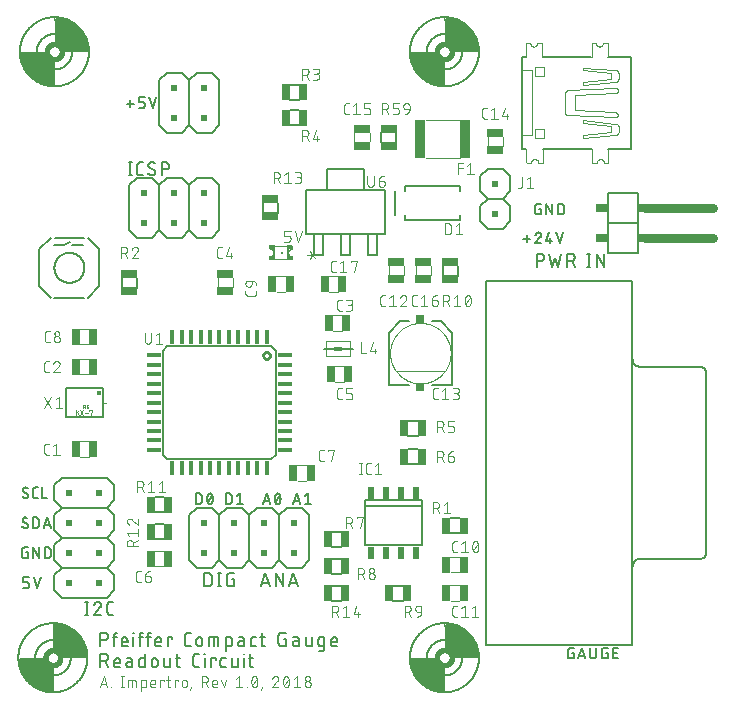
<source format=gto>
G75*
%MOIN*%
%OFA0B0*%
%FSLAX25Y25*%
%IPPOS*%
%LPD*%
%AMOC8*
5,1,8,0,0,1.08239X$1,22.5*
%
%ADD10C,0.00700*%
%ADD11C,0.00300*%
%ADD12C,0.00600*%
%ADD13C,0.00500*%
%ADD14C,0.00800*%
%ADD15C,0.03000*%
%ADD16R,0.02000X0.03000*%
%ADD17R,0.04000X0.03000*%
%ADD18R,0.02559X0.05512*%
%ADD19C,0.01000*%
%ADD20R,0.01574X0.04528*%
%ADD21R,0.01575X0.04528*%
%ADD22R,0.01575X0.04528*%
%ADD23R,0.04528X0.01574*%
%ADD24R,0.04528X0.01575*%
%ADD25R,0.04528X0.01575*%
%ADD26C,0.00400*%
%ADD27R,0.05709X0.02953*%
%ADD28R,0.02953X0.05709*%
%ADD29R,0.03740X0.12992*%
%ADD30R,0.05512X0.02559*%
%ADD31R,0.02000X0.02000*%
%ADD32C,0.00000*%
%ADD33C,0.01575*%
%ADD34C,0.00100*%
%ADD35C,0.00200*%
%ADD36C,0.00276*%
%ADD37R,0.02756X0.01181*%
%ADD38R,0.01929X0.04331*%
%ADD39C,0.00900*%
%ADD40C,0.01800*%
%ADD41R,0.02500X0.02500*%
%ADD42R,0.01969X0.01280*%
%ADD43R,0.00984X0.00591*%
%ADD44R,0.00689X0.01575*%
%ADD45R,0.00787X0.00787*%
%ADD46R,0.01181X0.01181*%
%ADD47R,0.00295X0.01280*%
D10*
X0086850Y0035783D02*
X0086850Y0040283D01*
X0088100Y0040283D01*
X0088169Y0040281D01*
X0088238Y0040275D01*
X0088306Y0040266D01*
X0088373Y0040253D01*
X0088440Y0040236D01*
X0088506Y0040215D01*
X0088570Y0040191D01*
X0088633Y0040163D01*
X0088695Y0040132D01*
X0088755Y0040098D01*
X0088812Y0040060D01*
X0088868Y0040019D01*
X0088921Y0039976D01*
X0088972Y0039929D01*
X0089020Y0039880D01*
X0089065Y0039828D01*
X0089107Y0039773D01*
X0089146Y0039717D01*
X0089183Y0039658D01*
X0089215Y0039597D01*
X0089245Y0039535D01*
X0089271Y0039471D01*
X0089293Y0039406D01*
X0089312Y0039340D01*
X0089327Y0039273D01*
X0089338Y0039205D01*
X0089346Y0039136D01*
X0089350Y0039067D01*
X0089350Y0038999D01*
X0089346Y0038930D01*
X0089338Y0038861D01*
X0089327Y0038793D01*
X0089312Y0038726D01*
X0089293Y0038660D01*
X0089271Y0038595D01*
X0089245Y0038531D01*
X0089215Y0038469D01*
X0089183Y0038408D01*
X0089146Y0038349D01*
X0089107Y0038293D01*
X0089065Y0038238D01*
X0089020Y0038186D01*
X0088972Y0038137D01*
X0088921Y0038090D01*
X0088868Y0038047D01*
X0088812Y0038006D01*
X0088755Y0037968D01*
X0088695Y0037934D01*
X0088633Y0037903D01*
X0088570Y0037875D01*
X0088506Y0037851D01*
X0088440Y0037830D01*
X0088373Y0037813D01*
X0088306Y0037800D01*
X0088238Y0037791D01*
X0088169Y0037785D01*
X0088100Y0037783D01*
X0086850Y0037783D01*
X0088350Y0037783D02*
X0089350Y0035783D01*
X0091428Y0036533D02*
X0091428Y0037783D01*
X0091428Y0037283D02*
X0093428Y0037283D01*
X0093428Y0037783D01*
X0093426Y0037845D01*
X0093420Y0037906D01*
X0093411Y0037967D01*
X0093398Y0038027D01*
X0093381Y0038086D01*
X0093360Y0038144D01*
X0093336Y0038201D01*
X0093309Y0038256D01*
X0093278Y0038309D01*
X0093244Y0038361D01*
X0093207Y0038410D01*
X0093167Y0038457D01*
X0093124Y0038501D01*
X0093079Y0038542D01*
X0093031Y0038581D01*
X0092980Y0038617D01*
X0092928Y0038649D01*
X0092874Y0038678D01*
X0092818Y0038704D01*
X0092760Y0038726D01*
X0092702Y0038745D01*
X0092642Y0038760D01*
X0092581Y0038771D01*
X0092520Y0038779D01*
X0092459Y0038783D01*
X0092397Y0038783D01*
X0092336Y0038779D01*
X0092275Y0038771D01*
X0092214Y0038760D01*
X0092154Y0038745D01*
X0092096Y0038726D01*
X0092038Y0038704D01*
X0091982Y0038678D01*
X0091928Y0038649D01*
X0091876Y0038617D01*
X0091825Y0038581D01*
X0091777Y0038542D01*
X0091732Y0038501D01*
X0091689Y0038457D01*
X0091649Y0038410D01*
X0091612Y0038361D01*
X0091578Y0038309D01*
X0091547Y0038256D01*
X0091520Y0038201D01*
X0091496Y0038144D01*
X0091475Y0038086D01*
X0091458Y0038027D01*
X0091445Y0037967D01*
X0091436Y0037906D01*
X0091430Y0037845D01*
X0091428Y0037783D01*
X0091428Y0036533D02*
X0091430Y0036479D01*
X0091436Y0036426D01*
X0091445Y0036374D01*
X0091458Y0036322D01*
X0091475Y0036271D01*
X0091496Y0036221D01*
X0091520Y0036174D01*
X0091547Y0036128D01*
X0091578Y0036084D01*
X0091611Y0036042D01*
X0091648Y0036003D01*
X0091687Y0035966D01*
X0091729Y0035933D01*
X0091773Y0035902D01*
X0091819Y0035875D01*
X0091866Y0035851D01*
X0091916Y0035830D01*
X0091967Y0035813D01*
X0092019Y0035800D01*
X0092071Y0035791D01*
X0092124Y0035785D01*
X0092178Y0035783D01*
X0093428Y0035783D01*
X0096326Y0035783D02*
X0097451Y0035783D01*
X0097451Y0038033D01*
X0097451Y0037533D02*
X0096326Y0037533D01*
X0097451Y0038033D02*
X0097449Y0038087D01*
X0097443Y0038140D01*
X0097434Y0038192D01*
X0097421Y0038244D01*
X0097404Y0038295D01*
X0097383Y0038345D01*
X0097359Y0038392D01*
X0097332Y0038438D01*
X0097301Y0038482D01*
X0097268Y0038524D01*
X0097231Y0038563D01*
X0097192Y0038600D01*
X0097150Y0038633D01*
X0097106Y0038664D01*
X0097060Y0038691D01*
X0097013Y0038715D01*
X0096963Y0038736D01*
X0096912Y0038753D01*
X0096860Y0038766D01*
X0096808Y0038775D01*
X0096755Y0038781D01*
X0096701Y0038783D01*
X0095701Y0038783D01*
X0096326Y0037533D02*
X0096268Y0037531D01*
X0096209Y0037525D01*
X0096152Y0037515D01*
X0096095Y0037502D01*
X0096039Y0037485D01*
X0095984Y0037464D01*
X0095931Y0037439D01*
X0095880Y0037411D01*
X0095831Y0037379D01*
X0095784Y0037345D01*
X0095739Y0037307D01*
X0095697Y0037266D01*
X0095658Y0037223D01*
X0095622Y0037177D01*
X0095588Y0037129D01*
X0095559Y0037079D01*
X0095532Y0037026D01*
X0095509Y0036972D01*
X0095490Y0036917D01*
X0095475Y0036861D01*
X0095463Y0036804D01*
X0095455Y0036746D01*
X0095451Y0036687D01*
X0095451Y0036629D01*
X0095455Y0036570D01*
X0095463Y0036512D01*
X0095475Y0036455D01*
X0095490Y0036399D01*
X0095509Y0036344D01*
X0095532Y0036290D01*
X0095559Y0036237D01*
X0095588Y0036187D01*
X0095622Y0036139D01*
X0095658Y0036093D01*
X0095697Y0036050D01*
X0095739Y0036009D01*
X0095784Y0035971D01*
X0095831Y0035937D01*
X0095880Y0035905D01*
X0095931Y0035877D01*
X0095984Y0035852D01*
X0096039Y0035831D01*
X0096095Y0035814D01*
X0096152Y0035801D01*
X0096209Y0035791D01*
X0096268Y0035785D01*
X0096326Y0035783D01*
X0099663Y0036533D02*
X0099663Y0038033D01*
X0099665Y0038087D01*
X0099671Y0038140D01*
X0099680Y0038192D01*
X0099693Y0038244D01*
X0099710Y0038295D01*
X0099731Y0038345D01*
X0099755Y0038392D01*
X0099782Y0038438D01*
X0099813Y0038482D01*
X0099846Y0038524D01*
X0099883Y0038563D01*
X0099922Y0038600D01*
X0099964Y0038633D01*
X0100008Y0038664D01*
X0100054Y0038691D01*
X0100101Y0038715D01*
X0100151Y0038736D01*
X0100202Y0038753D01*
X0100254Y0038766D01*
X0100306Y0038775D01*
X0100359Y0038781D01*
X0100413Y0038783D01*
X0101663Y0038783D01*
X0101663Y0040283D02*
X0101663Y0035783D01*
X0100413Y0035783D01*
X0100359Y0035785D01*
X0100306Y0035791D01*
X0100254Y0035800D01*
X0100202Y0035813D01*
X0100151Y0035830D01*
X0100101Y0035851D01*
X0100054Y0035875D01*
X0100008Y0035902D01*
X0099964Y0035933D01*
X0099922Y0035966D01*
X0099883Y0036003D01*
X0099846Y0036042D01*
X0099813Y0036084D01*
X0099782Y0036128D01*
X0099755Y0036174D01*
X0099731Y0036221D01*
X0099710Y0036271D01*
X0099693Y0036322D01*
X0099680Y0036374D01*
X0099671Y0036426D01*
X0099665Y0036479D01*
X0099663Y0036533D01*
X0103908Y0036783D02*
X0103908Y0037783D01*
X0103910Y0037845D01*
X0103916Y0037906D01*
X0103925Y0037967D01*
X0103938Y0038027D01*
X0103955Y0038086D01*
X0103976Y0038144D01*
X0104000Y0038201D01*
X0104027Y0038256D01*
X0104058Y0038309D01*
X0104092Y0038361D01*
X0104129Y0038410D01*
X0104169Y0038457D01*
X0104212Y0038501D01*
X0104257Y0038542D01*
X0104305Y0038581D01*
X0104356Y0038617D01*
X0104408Y0038649D01*
X0104462Y0038678D01*
X0104518Y0038704D01*
X0104576Y0038726D01*
X0104634Y0038745D01*
X0104694Y0038760D01*
X0104755Y0038771D01*
X0104816Y0038779D01*
X0104877Y0038783D01*
X0104939Y0038783D01*
X0105000Y0038779D01*
X0105061Y0038771D01*
X0105122Y0038760D01*
X0105182Y0038745D01*
X0105240Y0038726D01*
X0105298Y0038704D01*
X0105354Y0038678D01*
X0105408Y0038649D01*
X0105460Y0038617D01*
X0105511Y0038581D01*
X0105559Y0038542D01*
X0105604Y0038501D01*
X0105647Y0038457D01*
X0105687Y0038410D01*
X0105724Y0038361D01*
X0105758Y0038309D01*
X0105789Y0038256D01*
X0105816Y0038201D01*
X0105840Y0038144D01*
X0105861Y0038086D01*
X0105878Y0038027D01*
X0105891Y0037967D01*
X0105900Y0037906D01*
X0105906Y0037845D01*
X0105908Y0037783D01*
X0105908Y0036783D01*
X0105906Y0036721D01*
X0105900Y0036660D01*
X0105891Y0036599D01*
X0105878Y0036539D01*
X0105861Y0036480D01*
X0105840Y0036422D01*
X0105816Y0036365D01*
X0105789Y0036310D01*
X0105758Y0036257D01*
X0105724Y0036205D01*
X0105687Y0036156D01*
X0105647Y0036109D01*
X0105604Y0036065D01*
X0105559Y0036024D01*
X0105511Y0035985D01*
X0105460Y0035949D01*
X0105408Y0035917D01*
X0105354Y0035888D01*
X0105298Y0035862D01*
X0105240Y0035840D01*
X0105182Y0035821D01*
X0105122Y0035806D01*
X0105061Y0035795D01*
X0105000Y0035787D01*
X0104939Y0035783D01*
X0104877Y0035783D01*
X0104816Y0035787D01*
X0104755Y0035795D01*
X0104694Y0035806D01*
X0104634Y0035821D01*
X0104576Y0035840D01*
X0104518Y0035862D01*
X0104462Y0035888D01*
X0104408Y0035917D01*
X0104356Y0035949D01*
X0104305Y0035985D01*
X0104257Y0036024D01*
X0104212Y0036065D01*
X0104169Y0036109D01*
X0104129Y0036156D01*
X0104092Y0036205D01*
X0104058Y0036257D01*
X0104027Y0036310D01*
X0104000Y0036365D01*
X0103976Y0036422D01*
X0103955Y0036480D01*
X0103938Y0036539D01*
X0103925Y0036599D01*
X0103916Y0036660D01*
X0103910Y0036721D01*
X0103908Y0036783D01*
X0108120Y0036533D02*
X0108120Y0038783D01*
X0110120Y0038783D02*
X0110120Y0035783D01*
X0108870Y0035783D01*
X0108816Y0035785D01*
X0108763Y0035791D01*
X0108711Y0035800D01*
X0108659Y0035813D01*
X0108608Y0035830D01*
X0108558Y0035851D01*
X0108511Y0035875D01*
X0108465Y0035902D01*
X0108421Y0035933D01*
X0108379Y0035966D01*
X0108340Y0036003D01*
X0108303Y0036042D01*
X0108270Y0036084D01*
X0108239Y0036128D01*
X0108212Y0036174D01*
X0108188Y0036221D01*
X0108167Y0036271D01*
X0108150Y0036322D01*
X0108137Y0036374D01*
X0108128Y0036426D01*
X0108122Y0036479D01*
X0108120Y0036533D01*
X0112407Y0036533D02*
X0112407Y0040283D01*
X0111907Y0038783D02*
X0113407Y0038783D01*
X0112407Y0036533D02*
X0112409Y0036479D01*
X0112415Y0036426D01*
X0112424Y0036374D01*
X0112437Y0036322D01*
X0112454Y0036271D01*
X0112475Y0036221D01*
X0112499Y0036174D01*
X0112526Y0036128D01*
X0112557Y0036084D01*
X0112590Y0036042D01*
X0112627Y0036003D01*
X0112666Y0035966D01*
X0112708Y0035933D01*
X0112752Y0035902D01*
X0112798Y0035875D01*
X0112845Y0035851D01*
X0112895Y0035830D01*
X0112946Y0035813D01*
X0112998Y0035800D01*
X0113050Y0035791D01*
X0113103Y0035785D01*
X0113157Y0035783D01*
X0113407Y0035783D01*
X0117835Y0036783D02*
X0117835Y0039283D01*
X0117837Y0039343D01*
X0117842Y0039404D01*
X0117851Y0039463D01*
X0117864Y0039522D01*
X0117880Y0039581D01*
X0117900Y0039638D01*
X0117923Y0039693D01*
X0117950Y0039748D01*
X0117979Y0039800D01*
X0118012Y0039851D01*
X0118048Y0039900D01*
X0118086Y0039946D01*
X0118128Y0039990D01*
X0118172Y0040032D01*
X0118218Y0040070D01*
X0118267Y0040106D01*
X0118318Y0040139D01*
X0118370Y0040168D01*
X0118425Y0040195D01*
X0118480Y0040218D01*
X0118537Y0040238D01*
X0118596Y0040254D01*
X0118655Y0040267D01*
X0118714Y0040276D01*
X0118775Y0040281D01*
X0118835Y0040283D01*
X0119835Y0040283D01*
X0121474Y0040283D02*
X0121724Y0040283D01*
X0121724Y0040033D01*
X0121474Y0040033D01*
X0121474Y0040283D01*
X0121599Y0038783D02*
X0121599Y0035783D01*
X0119835Y0035783D02*
X0118835Y0035783D01*
X0118775Y0035785D01*
X0118714Y0035790D01*
X0118655Y0035799D01*
X0118596Y0035812D01*
X0118537Y0035828D01*
X0118480Y0035848D01*
X0118425Y0035871D01*
X0118370Y0035898D01*
X0118318Y0035927D01*
X0118267Y0035960D01*
X0118218Y0035996D01*
X0118172Y0036034D01*
X0118128Y0036076D01*
X0118086Y0036120D01*
X0118048Y0036166D01*
X0118012Y0036215D01*
X0117979Y0036266D01*
X0117950Y0036318D01*
X0117923Y0036373D01*
X0117900Y0036428D01*
X0117880Y0036485D01*
X0117864Y0036544D01*
X0117851Y0036603D01*
X0117842Y0036662D01*
X0117837Y0036723D01*
X0117835Y0036783D01*
X0123756Y0035783D02*
X0123756Y0038783D01*
X0125256Y0038783D01*
X0125256Y0038283D01*
X0126847Y0038033D02*
X0126847Y0036533D01*
X0126849Y0036479D01*
X0126855Y0036426D01*
X0126864Y0036374D01*
X0126877Y0036322D01*
X0126894Y0036271D01*
X0126915Y0036221D01*
X0126939Y0036174D01*
X0126966Y0036128D01*
X0126997Y0036084D01*
X0127030Y0036042D01*
X0127067Y0036003D01*
X0127106Y0035966D01*
X0127148Y0035933D01*
X0127192Y0035902D01*
X0127238Y0035875D01*
X0127285Y0035851D01*
X0127335Y0035830D01*
X0127386Y0035813D01*
X0127438Y0035800D01*
X0127490Y0035791D01*
X0127543Y0035785D01*
X0127597Y0035783D01*
X0128597Y0035783D01*
X0130583Y0036533D02*
X0130583Y0038783D01*
X0128597Y0038783D02*
X0127597Y0038783D01*
X0127543Y0038781D01*
X0127490Y0038775D01*
X0127438Y0038766D01*
X0127386Y0038753D01*
X0127335Y0038736D01*
X0127285Y0038715D01*
X0127238Y0038691D01*
X0127192Y0038664D01*
X0127148Y0038633D01*
X0127106Y0038600D01*
X0127067Y0038563D01*
X0127030Y0038524D01*
X0126997Y0038482D01*
X0126966Y0038438D01*
X0126939Y0038392D01*
X0126915Y0038345D01*
X0126894Y0038295D01*
X0126877Y0038244D01*
X0126864Y0038192D01*
X0126855Y0038140D01*
X0126849Y0038087D01*
X0126847Y0038033D01*
X0128691Y0041303D02*
X0128691Y0045803D01*
X0129941Y0045803D01*
X0129995Y0045801D01*
X0130048Y0045795D01*
X0130100Y0045786D01*
X0130152Y0045773D01*
X0130203Y0045756D01*
X0130253Y0045735D01*
X0130300Y0045711D01*
X0130346Y0045684D01*
X0130390Y0045653D01*
X0130432Y0045620D01*
X0130471Y0045583D01*
X0130508Y0045544D01*
X0130541Y0045502D01*
X0130572Y0045458D01*
X0130599Y0045412D01*
X0130623Y0045365D01*
X0130644Y0045315D01*
X0130661Y0045264D01*
X0130674Y0045212D01*
X0130683Y0045160D01*
X0130689Y0045107D01*
X0130691Y0045053D01*
X0130691Y0043553D01*
X0130689Y0043499D01*
X0130683Y0043446D01*
X0130674Y0043394D01*
X0130661Y0043342D01*
X0130644Y0043291D01*
X0130623Y0043241D01*
X0130599Y0043194D01*
X0130572Y0043148D01*
X0130541Y0043104D01*
X0130508Y0043062D01*
X0130471Y0043023D01*
X0130432Y0042986D01*
X0130390Y0042953D01*
X0130346Y0042922D01*
X0130300Y0042895D01*
X0130253Y0042871D01*
X0130203Y0042850D01*
X0130152Y0042833D01*
X0130100Y0042820D01*
X0130048Y0042811D01*
X0129995Y0042805D01*
X0129941Y0042803D01*
X0128691Y0042803D01*
X0126167Y0042803D02*
X0126167Y0045053D01*
X0126165Y0045107D01*
X0126159Y0045160D01*
X0126150Y0045212D01*
X0126137Y0045264D01*
X0126120Y0045315D01*
X0126099Y0045365D01*
X0126075Y0045412D01*
X0126048Y0045458D01*
X0126017Y0045502D01*
X0125984Y0045544D01*
X0125947Y0045583D01*
X0125908Y0045620D01*
X0125866Y0045653D01*
X0125822Y0045684D01*
X0125776Y0045711D01*
X0125729Y0045735D01*
X0125679Y0045756D01*
X0125628Y0045773D01*
X0125576Y0045786D01*
X0125524Y0045795D01*
X0125471Y0045801D01*
X0125417Y0045803D01*
X0123167Y0045803D01*
X0123167Y0042803D01*
X0124667Y0042803D02*
X0124667Y0045803D01*
X0120831Y0044803D02*
X0120831Y0043803D01*
X0120829Y0043741D01*
X0120823Y0043680D01*
X0120814Y0043619D01*
X0120801Y0043559D01*
X0120784Y0043500D01*
X0120763Y0043442D01*
X0120739Y0043385D01*
X0120712Y0043330D01*
X0120681Y0043277D01*
X0120647Y0043225D01*
X0120610Y0043176D01*
X0120570Y0043129D01*
X0120527Y0043085D01*
X0120482Y0043044D01*
X0120434Y0043005D01*
X0120383Y0042969D01*
X0120331Y0042937D01*
X0120277Y0042908D01*
X0120221Y0042882D01*
X0120163Y0042860D01*
X0120105Y0042841D01*
X0120045Y0042826D01*
X0119984Y0042815D01*
X0119923Y0042807D01*
X0119862Y0042803D01*
X0119800Y0042803D01*
X0119739Y0042807D01*
X0119678Y0042815D01*
X0119617Y0042826D01*
X0119557Y0042841D01*
X0119499Y0042860D01*
X0119441Y0042882D01*
X0119385Y0042908D01*
X0119331Y0042937D01*
X0119279Y0042969D01*
X0119228Y0043005D01*
X0119180Y0043044D01*
X0119135Y0043085D01*
X0119092Y0043129D01*
X0119052Y0043176D01*
X0119015Y0043225D01*
X0118981Y0043277D01*
X0118950Y0043330D01*
X0118923Y0043385D01*
X0118899Y0043442D01*
X0118878Y0043500D01*
X0118861Y0043559D01*
X0118848Y0043619D01*
X0118839Y0043680D01*
X0118833Y0043741D01*
X0118831Y0043803D01*
X0118831Y0044803D01*
X0118833Y0044865D01*
X0118839Y0044926D01*
X0118848Y0044987D01*
X0118861Y0045047D01*
X0118878Y0045106D01*
X0118899Y0045164D01*
X0118923Y0045221D01*
X0118950Y0045276D01*
X0118981Y0045329D01*
X0119015Y0045381D01*
X0119052Y0045430D01*
X0119092Y0045477D01*
X0119135Y0045521D01*
X0119180Y0045562D01*
X0119228Y0045601D01*
X0119279Y0045637D01*
X0119331Y0045669D01*
X0119385Y0045698D01*
X0119441Y0045724D01*
X0119499Y0045746D01*
X0119557Y0045765D01*
X0119617Y0045780D01*
X0119678Y0045791D01*
X0119739Y0045799D01*
X0119800Y0045803D01*
X0119862Y0045803D01*
X0119923Y0045799D01*
X0119984Y0045791D01*
X0120045Y0045780D01*
X0120105Y0045765D01*
X0120163Y0045746D01*
X0120221Y0045724D01*
X0120277Y0045698D01*
X0120331Y0045669D01*
X0120383Y0045637D01*
X0120434Y0045601D01*
X0120482Y0045562D01*
X0120527Y0045521D01*
X0120570Y0045477D01*
X0120610Y0045430D01*
X0120647Y0045381D01*
X0120681Y0045329D01*
X0120712Y0045276D01*
X0120739Y0045221D01*
X0120763Y0045164D01*
X0120784Y0045106D01*
X0120801Y0045047D01*
X0120814Y0044987D01*
X0120823Y0044926D01*
X0120829Y0044865D01*
X0120831Y0044803D01*
X0116975Y0042803D02*
X0115975Y0042803D01*
X0115915Y0042805D01*
X0115854Y0042810D01*
X0115795Y0042819D01*
X0115736Y0042832D01*
X0115677Y0042848D01*
X0115620Y0042868D01*
X0115565Y0042891D01*
X0115510Y0042918D01*
X0115458Y0042947D01*
X0115407Y0042980D01*
X0115358Y0043016D01*
X0115312Y0043054D01*
X0115268Y0043096D01*
X0115226Y0043140D01*
X0115188Y0043186D01*
X0115152Y0043235D01*
X0115119Y0043286D01*
X0115090Y0043338D01*
X0115063Y0043393D01*
X0115040Y0043448D01*
X0115020Y0043505D01*
X0115004Y0043564D01*
X0114991Y0043623D01*
X0114982Y0043682D01*
X0114977Y0043743D01*
X0114975Y0043803D01*
X0114975Y0046303D01*
X0114977Y0046363D01*
X0114982Y0046424D01*
X0114991Y0046483D01*
X0115004Y0046542D01*
X0115020Y0046601D01*
X0115040Y0046658D01*
X0115063Y0046713D01*
X0115090Y0046768D01*
X0115119Y0046820D01*
X0115152Y0046871D01*
X0115188Y0046920D01*
X0115226Y0046966D01*
X0115268Y0047010D01*
X0115312Y0047052D01*
X0115358Y0047090D01*
X0115407Y0047126D01*
X0115458Y0047159D01*
X0115510Y0047188D01*
X0115565Y0047215D01*
X0115620Y0047238D01*
X0115677Y0047258D01*
X0115736Y0047274D01*
X0115795Y0047287D01*
X0115854Y0047296D01*
X0115915Y0047301D01*
X0115975Y0047303D01*
X0116975Y0047303D01*
X0110851Y0045803D02*
X0110851Y0045303D01*
X0110851Y0045803D02*
X0109351Y0045803D01*
X0109351Y0042803D01*
X0107103Y0042803D02*
X0105853Y0042803D01*
X0105799Y0042805D01*
X0105746Y0042811D01*
X0105694Y0042820D01*
X0105642Y0042833D01*
X0105591Y0042850D01*
X0105541Y0042871D01*
X0105494Y0042895D01*
X0105448Y0042922D01*
X0105404Y0042953D01*
X0105362Y0042986D01*
X0105323Y0043023D01*
X0105286Y0043062D01*
X0105253Y0043104D01*
X0105222Y0043148D01*
X0105195Y0043194D01*
X0105171Y0043241D01*
X0105150Y0043291D01*
X0105133Y0043342D01*
X0105120Y0043394D01*
X0105111Y0043446D01*
X0105105Y0043499D01*
X0105103Y0043553D01*
X0105103Y0044803D01*
X0105103Y0044303D02*
X0107103Y0044303D01*
X0107103Y0044803D01*
X0107101Y0044865D01*
X0107095Y0044926D01*
X0107086Y0044987D01*
X0107073Y0045047D01*
X0107056Y0045106D01*
X0107035Y0045164D01*
X0107011Y0045221D01*
X0106984Y0045276D01*
X0106953Y0045329D01*
X0106919Y0045381D01*
X0106882Y0045430D01*
X0106842Y0045477D01*
X0106799Y0045521D01*
X0106754Y0045562D01*
X0106706Y0045601D01*
X0106655Y0045637D01*
X0106603Y0045669D01*
X0106549Y0045698D01*
X0106493Y0045724D01*
X0106435Y0045746D01*
X0106377Y0045765D01*
X0106317Y0045780D01*
X0106256Y0045791D01*
X0106195Y0045799D01*
X0106134Y0045803D01*
X0106072Y0045803D01*
X0106011Y0045799D01*
X0105950Y0045791D01*
X0105889Y0045780D01*
X0105829Y0045765D01*
X0105771Y0045746D01*
X0105713Y0045724D01*
X0105657Y0045698D01*
X0105603Y0045669D01*
X0105551Y0045637D01*
X0105500Y0045601D01*
X0105452Y0045562D01*
X0105407Y0045521D01*
X0105364Y0045477D01*
X0105324Y0045430D01*
X0105287Y0045381D01*
X0105253Y0045329D01*
X0105222Y0045276D01*
X0105195Y0045221D01*
X0105171Y0045164D01*
X0105150Y0045106D01*
X0105133Y0045047D01*
X0105120Y0044987D01*
X0105111Y0044926D01*
X0105105Y0044865D01*
X0105103Y0044803D01*
X0103689Y0045803D02*
X0102189Y0045803D01*
X0102689Y0046553D02*
X0102689Y0042803D01*
X0100037Y0042803D02*
X0100037Y0046553D01*
X0100039Y0046607D01*
X0100045Y0046660D01*
X0100054Y0046712D01*
X0100067Y0046764D01*
X0100084Y0046815D01*
X0100105Y0046865D01*
X0100129Y0046912D01*
X0100156Y0046958D01*
X0100187Y0047002D01*
X0100220Y0047044D01*
X0100257Y0047083D01*
X0100296Y0047120D01*
X0100338Y0047153D01*
X0100382Y0047184D01*
X0100428Y0047211D01*
X0100475Y0047235D01*
X0100525Y0047256D01*
X0100576Y0047273D01*
X0100628Y0047286D01*
X0100680Y0047295D01*
X0100733Y0047301D01*
X0100787Y0047303D01*
X0101037Y0047303D01*
X0101037Y0045803D02*
X0099537Y0045803D01*
X0097835Y0045803D02*
X0097835Y0042803D01*
X0095871Y0042803D02*
X0094621Y0042803D01*
X0094567Y0042805D01*
X0094514Y0042811D01*
X0094462Y0042820D01*
X0094410Y0042833D01*
X0094359Y0042850D01*
X0094309Y0042871D01*
X0094262Y0042895D01*
X0094216Y0042922D01*
X0094172Y0042953D01*
X0094130Y0042986D01*
X0094091Y0043023D01*
X0094054Y0043062D01*
X0094021Y0043104D01*
X0093990Y0043148D01*
X0093963Y0043194D01*
X0093939Y0043241D01*
X0093918Y0043291D01*
X0093901Y0043342D01*
X0093888Y0043394D01*
X0093879Y0043446D01*
X0093873Y0043499D01*
X0093871Y0043553D01*
X0093871Y0044803D01*
X0093871Y0044303D02*
X0095871Y0044303D01*
X0095871Y0044803D01*
X0095869Y0044865D01*
X0095863Y0044926D01*
X0095854Y0044987D01*
X0095841Y0045047D01*
X0095824Y0045106D01*
X0095803Y0045164D01*
X0095779Y0045221D01*
X0095752Y0045276D01*
X0095721Y0045329D01*
X0095687Y0045381D01*
X0095650Y0045430D01*
X0095610Y0045477D01*
X0095567Y0045521D01*
X0095522Y0045562D01*
X0095474Y0045601D01*
X0095423Y0045637D01*
X0095371Y0045669D01*
X0095317Y0045698D01*
X0095261Y0045724D01*
X0095203Y0045746D01*
X0095145Y0045765D01*
X0095085Y0045780D01*
X0095024Y0045791D01*
X0094963Y0045799D01*
X0094902Y0045803D01*
X0094840Y0045803D01*
X0094779Y0045799D01*
X0094718Y0045791D01*
X0094657Y0045780D01*
X0094597Y0045765D01*
X0094539Y0045746D01*
X0094481Y0045724D01*
X0094425Y0045698D01*
X0094371Y0045669D01*
X0094319Y0045637D01*
X0094268Y0045601D01*
X0094220Y0045562D01*
X0094175Y0045521D01*
X0094132Y0045477D01*
X0094092Y0045430D01*
X0094055Y0045381D01*
X0094021Y0045329D01*
X0093990Y0045276D01*
X0093963Y0045221D01*
X0093939Y0045164D01*
X0093918Y0045106D01*
X0093901Y0045047D01*
X0093888Y0044987D01*
X0093879Y0044926D01*
X0093873Y0044865D01*
X0093871Y0044803D01*
X0092457Y0045803D02*
X0090957Y0045803D01*
X0091457Y0046553D02*
X0091457Y0042803D01*
X0091457Y0046553D02*
X0091459Y0046607D01*
X0091465Y0046660D01*
X0091474Y0046712D01*
X0091487Y0046764D01*
X0091504Y0046815D01*
X0091525Y0046865D01*
X0091549Y0046912D01*
X0091576Y0046958D01*
X0091607Y0047002D01*
X0091640Y0047044D01*
X0091677Y0047083D01*
X0091716Y0047120D01*
X0091758Y0047153D01*
X0091802Y0047184D01*
X0091848Y0047211D01*
X0091895Y0047235D01*
X0091945Y0047256D01*
X0091996Y0047273D01*
X0092048Y0047286D01*
X0092100Y0047295D01*
X0092153Y0047301D01*
X0092207Y0047303D01*
X0092457Y0047303D01*
X0088100Y0047303D02*
X0086850Y0047303D01*
X0086850Y0042803D01*
X0086850Y0044803D02*
X0088100Y0044803D01*
X0088169Y0044805D01*
X0088238Y0044811D01*
X0088306Y0044820D01*
X0088373Y0044833D01*
X0088440Y0044850D01*
X0088506Y0044871D01*
X0088570Y0044895D01*
X0088633Y0044923D01*
X0088695Y0044954D01*
X0088755Y0044988D01*
X0088812Y0045026D01*
X0088868Y0045067D01*
X0088921Y0045110D01*
X0088972Y0045157D01*
X0089020Y0045206D01*
X0089065Y0045258D01*
X0089107Y0045313D01*
X0089146Y0045369D01*
X0089183Y0045428D01*
X0089215Y0045489D01*
X0089245Y0045551D01*
X0089271Y0045615D01*
X0089293Y0045680D01*
X0089312Y0045746D01*
X0089327Y0045813D01*
X0089338Y0045881D01*
X0089346Y0045950D01*
X0089350Y0046019D01*
X0089350Y0046087D01*
X0089346Y0046156D01*
X0089338Y0046225D01*
X0089327Y0046293D01*
X0089312Y0046360D01*
X0089293Y0046426D01*
X0089271Y0046491D01*
X0089245Y0046555D01*
X0089215Y0046617D01*
X0089183Y0046678D01*
X0089146Y0046737D01*
X0089107Y0046793D01*
X0089065Y0046848D01*
X0089020Y0046900D01*
X0088972Y0046949D01*
X0088921Y0046996D01*
X0088868Y0047039D01*
X0088812Y0047080D01*
X0088755Y0047118D01*
X0088695Y0047152D01*
X0088633Y0047183D01*
X0088570Y0047211D01*
X0088506Y0047235D01*
X0088440Y0047256D01*
X0088373Y0047273D01*
X0088306Y0047286D01*
X0088238Y0047295D01*
X0088169Y0047301D01*
X0088100Y0047303D01*
X0097710Y0047303D02*
X0097960Y0047303D01*
X0097960Y0047053D01*
X0097710Y0047053D01*
X0097710Y0047303D01*
X0103439Y0047303D02*
X0103689Y0047303D01*
X0103439Y0047303D02*
X0103385Y0047301D01*
X0103332Y0047295D01*
X0103280Y0047286D01*
X0103228Y0047273D01*
X0103177Y0047256D01*
X0103127Y0047235D01*
X0103080Y0047211D01*
X0103034Y0047184D01*
X0102990Y0047153D01*
X0102948Y0047120D01*
X0102909Y0047083D01*
X0102872Y0047044D01*
X0102839Y0047002D01*
X0102808Y0046958D01*
X0102781Y0046912D01*
X0102757Y0046865D01*
X0102736Y0046815D01*
X0102719Y0046764D01*
X0102706Y0046712D01*
X0102697Y0046660D01*
X0102691Y0046607D01*
X0102689Y0046553D01*
X0130583Y0036533D02*
X0130585Y0036479D01*
X0130591Y0036426D01*
X0130600Y0036374D01*
X0130613Y0036322D01*
X0130630Y0036271D01*
X0130651Y0036221D01*
X0130675Y0036174D01*
X0130702Y0036128D01*
X0130733Y0036084D01*
X0130766Y0036042D01*
X0130803Y0036003D01*
X0130842Y0035966D01*
X0130884Y0035933D01*
X0130928Y0035902D01*
X0130974Y0035875D01*
X0131021Y0035851D01*
X0131071Y0035830D01*
X0131122Y0035813D01*
X0131174Y0035800D01*
X0131226Y0035791D01*
X0131279Y0035785D01*
X0131333Y0035783D01*
X0132583Y0035783D01*
X0132583Y0038783D01*
X0134703Y0038783D02*
X0134703Y0035783D01*
X0136743Y0036533D02*
X0136743Y0040283D01*
X0136243Y0038783D02*
X0137743Y0038783D01*
X0136743Y0036533D02*
X0136745Y0036479D01*
X0136751Y0036426D01*
X0136760Y0036374D01*
X0136773Y0036322D01*
X0136790Y0036271D01*
X0136811Y0036221D01*
X0136835Y0036174D01*
X0136862Y0036128D01*
X0136893Y0036084D01*
X0136926Y0036042D01*
X0136963Y0036003D01*
X0137002Y0035966D01*
X0137044Y0035933D01*
X0137088Y0035902D01*
X0137134Y0035875D01*
X0137181Y0035851D01*
X0137231Y0035830D01*
X0137282Y0035813D01*
X0137334Y0035800D01*
X0137386Y0035791D01*
X0137439Y0035785D01*
X0137493Y0035783D01*
X0137743Y0035783D01*
X0134828Y0040033D02*
X0134578Y0040033D01*
X0134578Y0040283D01*
X0134828Y0040283D01*
X0134828Y0040033D01*
X0134683Y0042803D02*
X0134683Y0045053D01*
X0134683Y0044553D02*
X0133558Y0044553D01*
X0134683Y0045053D02*
X0134681Y0045107D01*
X0134675Y0045160D01*
X0134666Y0045212D01*
X0134653Y0045264D01*
X0134636Y0045315D01*
X0134615Y0045365D01*
X0134591Y0045412D01*
X0134564Y0045458D01*
X0134533Y0045502D01*
X0134500Y0045544D01*
X0134463Y0045583D01*
X0134424Y0045620D01*
X0134382Y0045653D01*
X0134338Y0045684D01*
X0134292Y0045711D01*
X0134245Y0045735D01*
X0134195Y0045756D01*
X0134144Y0045773D01*
X0134092Y0045786D01*
X0134040Y0045795D01*
X0133987Y0045801D01*
X0133933Y0045803D01*
X0132933Y0045803D01*
X0133558Y0044553D02*
X0133500Y0044551D01*
X0133441Y0044545D01*
X0133384Y0044535D01*
X0133327Y0044522D01*
X0133271Y0044505D01*
X0133216Y0044484D01*
X0133163Y0044459D01*
X0133112Y0044431D01*
X0133063Y0044399D01*
X0133016Y0044365D01*
X0132971Y0044327D01*
X0132929Y0044286D01*
X0132890Y0044243D01*
X0132854Y0044197D01*
X0132820Y0044149D01*
X0132791Y0044099D01*
X0132764Y0044046D01*
X0132741Y0043992D01*
X0132722Y0043937D01*
X0132707Y0043881D01*
X0132695Y0043824D01*
X0132687Y0043766D01*
X0132683Y0043707D01*
X0132683Y0043649D01*
X0132687Y0043590D01*
X0132695Y0043532D01*
X0132707Y0043475D01*
X0132722Y0043419D01*
X0132741Y0043364D01*
X0132764Y0043310D01*
X0132791Y0043257D01*
X0132820Y0043207D01*
X0132854Y0043159D01*
X0132890Y0043113D01*
X0132929Y0043070D01*
X0132971Y0043029D01*
X0133016Y0042991D01*
X0133063Y0042957D01*
X0133112Y0042925D01*
X0133163Y0042897D01*
X0133216Y0042872D01*
X0133271Y0042851D01*
X0133327Y0042834D01*
X0133384Y0042821D01*
X0133441Y0042811D01*
X0133500Y0042805D01*
X0133558Y0042803D01*
X0134683Y0042803D01*
X0136934Y0043553D02*
X0136934Y0045053D01*
X0136936Y0045107D01*
X0136942Y0045160D01*
X0136951Y0045212D01*
X0136964Y0045264D01*
X0136981Y0045315D01*
X0137002Y0045365D01*
X0137026Y0045412D01*
X0137053Y0045458D01*
X0137084Y0045502D01*
X0137117Y0045544D01*
X0137154Y0045583D01*
X0137193Y0045620D01*
X0137235Y0045653D01*
X0137279Y0045684D01*
X0137325Y0045711D01*
X0137372Y0045735D01*
X0137422Y0045756D01*
X0137473Y0045773D01*
X0137525Y0045786D01*
X0137577Y0045795D01*
X0137630Y0045801D01*
X0137684Y0045803D01*
X0138684Y0045803D01*
X0140090Y0045803D02*
X0141590Y0045803D01*
X0140590Y0047303D02*
X0140590Y0043553D01*
X0140592Y0043499D01*
X0140598Y0043446D01*
X0140607Y0043394D01*
X0140620Y0043342D01*
X0140637Y0043291D01*
X0140658Y0043241D01*
X0140682Y0043194D01*
X0140709Y0043148D01*
X0140740Y0043104D01*
X0140773Y0043062D01*
X0140810Y0043023D01*
X0140849Y0042986D01*
X0140891Y0042953D01*
X0140935Y0042922D01*
X0140981Y0042895D01*
X0141028Y0042871D01*
X0141078Y0042850D01*
X0141129Y0042833D01*
X0141181Y0042820D01*
X0141233Y0042811D01*
X0141286Y0042805D01*
X0141340Y0042803D01*
X0141590Y0042803D01*
X0138684Y0042803D02*
X0137684Y0042803D01*
X0137630Y0042805D01*
X0137577Y0042811D01*
X0137525Y0042820D01*
X0137473Y0042833D01*
X0137422Y0042850D01*
X0137372Y0042871D01*
X0137325Y0042895D01*
X0137279Y0042922D01*
X0137235Y0042953D01*
X0137193Y0042986D01*
X0137154Y0043023D01*
X0137117Y0043062D01*
X0137084Y0043104D01*
X0137053Y0043148D01*
X0137026Y0043194D01*
X0137002Y0043241D01*
X0136981Y0043291D01*
X0136964Y0043342D01*
X0136951Y0043394D01*
X0136942Y0043446D01*
X0136936Y0043499D01*
X0136934Y0043553D01*
X0146193Y0043803D02*
X0146193Y0046303D01*
X0146195Y0046363D01*
X0146200Y0046424D01*
X0146209Y0046483D01*
X0146222Y0046542D01*
X0146238Y0046601D01*
X0146258Y0046658D01*
X0146281Y0046713D01*
X0146308Y0046768D01*
X0146337Y0046820D01*
X0146370Y0046871D01*
X0146406Y0046920D01*
X0146444Y0046966D01*
X0146486Y0047010D01*
X0146530Y0047052D01*
X0146576Y0047090D01*
X0146625Y0047126D01*
X0146676Y0047159D01*
X0146728Y0047188D01*
X0146783Y0047215D01*
X0146838Y0047238D01*
X0146895Y0047258D01*
X0146954Y0047274D01*
X0147013Y0047287D01*
X0147072Y0047296D01*
X0147133Y0047301D01*
X0147193Y0047303D01*
X0148693Y0047303D01*
X0148693Y0045303D02*
X0148693Y0042803D01*
X0147193Y0042803D01*
X0147133Y0042805D01*
X0147072Y0042810D01*
X0147013Y0042819D01*
X0146954Y0042832D01*
X0146895Y0042848D01*
X0146838Y0042868D01*
X0146783Y0042891D01*
X0146728Y0042918D01*
X0146676Y0042947D01*
X0146625Y0042980D01*
X0146576Y0043016D01*
X0146530Y0043054D01*
X0146486Y0043096D01*
X0146444Y0043140D01*
X0146406Y0043186D01*
X0146370Y0043235D01*
X0146337Y0043286D01*
X0146308Y0043338D01*
X0146281Y0043393D01*
X0146258Y0043448D01*
X0146238Y0043505D01*
X0146222Y0043564D01*
X0146209Y0043623D01*
X0146200Y0043682D01*
X0146195Y0043743D01*
X0146193Y0043803D01*
X0147943Y0045303D02*
X0148693Y0045303D01*
X0151184Y0045803D02*
X0152184Y0045803D01*
X0152238Y0045801D01*
X0152291Y0045795D01*
X0152343Y0045786D01*
X0152395Y0045773D01*
X0152446Y0045756D01*
X0152496Y0045735D01*
X0152543Y0045711D01*
X0152589Y0045684D01*
X0152633Y0045653D01*
X0152675Y0045620D01*
X0152714Y0045583D01*
X0152751Y0045544D01*
X0152784Y0045502D01*
X0152815Y0045458D01*
X0152842Y0045412D01*
X0152866Y0045365D01*
X0152887Y0045315D01*
X0152904Y0045264D01*
X0152917Y0045212D01*
X0152926Y0045160D01*
X0152932Y0045107D01*
X0152934Y0045053D01*
X0152934Y0042803D01*
X0151809Y0042803D01*
X0151751Y0042805D01*
X0151692Y0042811D01*
X0151635Y0042821D01*
X0151578Y0042834D01*
X0151522Y0042851D01*
X0151467Y0042872D01*
X0151414Y0042897D01*
X0151363Y0042925D01*
X0151314Y0042957D01*
X0151267Y0042991D01*
X0151222Y0043029D01*
X0151180Y0043070D01*
X0151141Y0043113D01*
X0151105Y0043159D01*
X0151071Y0043207D01*
X0151042Y0043257D01*
X0151015Y0043310D01*
X0150992Y0043364D01*
X0150973Y0043419D01*
X0150958Y0043475D01*
X0150946Y0043532D01*
X0150938Y0043590D01*
X0150934Y0043649D01*
X0150934Y0043707D01*
X0150938Y0043766D01*
X0150946Y0043824D01*
X0150958Y0043881D01*
X0150973Y0043937D01*
X0150992Y0043992D01*
X0151015Y0044046D01*
X0151042Y0044099D01*
X0151071Y0044149D01*
X0151105Y0044197D01*
X0151141Y0044243D01*
X0151180Y0044286D01*
X0151222Y0044327D01*
X0151267Y0044365D01*
X0151314Y0044399D01*
X0151363Y0044431D01*
X0151414Y0044459D01*
X0151467Y0044484D01*
X0151522Y0044505D01*
X0151578Y0044522D01*
X0151635Y0044535D01*
X0151692Y0044545D01*
X0151751Y0044551D01*
X0151809Y0044553D01*
X0152934Y0044553D01*
X0155335Y0043553D02*
X0155335Y0045803D01*
X0157335Y0045803D02*
X0157335Y0042803D01*
X0156085Y0042803D01*
X0156031Y0042805D01*
X0155978Y0042811D01*
X0155926Y0042820D01*
X0155874Y0042833D01*
X0155823Y0042850D01*
X0155773Y0042871D01*
X0155726Y0042895D01*
X0155680Y0042922D01*
X0155636Y0042953D01*
X0155594Y0042986D01*
X0155555Y0043023D01*
X0155518Y0043062D01*
X0155485Y0043104D01*
X0155454Y0043148D01*
X0155427Y0043194D01*
X0155403Y0043241D01*
X0155382Y0043291D01*
X0155365Y0043342D01*
X0155352Y0043394D01*
X0155343Y0043446D01*
X0155337Y0043499D01*
X0155335Y0043553D01*
X0159514Y0043553D02*
X0159514Y0045053D01*
X0159516Y0045107D01*
X0159522Y0045160D01*
X0159531Y0045212D01*
X0159544Y0045264D01*
X0159561Y0045315D01*
X0159582Y0045365D01*
X0159606Y0045412D01*
X0159633Y0045458D01*
X0159664Y0045502D01*
X0159697Y0045544D01*
X0159734Y0045583D01*
X0159773Y0045620D01*
X0159815Y0045653D01*
X0159859Y0045684D01*
X0159905Y0045711D01*
X0159952Y0045735D01*
X0160002Y0045756D01*
X0160053Y0045773D01*
X0160105Y0045786D01*
X0160157Y0045795D01*
X0160210Y0045801D01*
X0160264Y0045803D01*
X0161514Y0045803D01*
X0161514Y0042053D01*
X0161512Y0041999D01*
X0161506Y0041946D01*
X0161497Y0041894D01*
X0161484Y0041842D01*
X0161467Y0041791D01*
X0161446Y0041741D01*
X0161422Y0041694D01*
X0161395Y0041648D01*
X0161364Y0041604D01*
X0161331Y0041562D01*
X0161294Y0041523D01*
X0161255Y0041486D01*
X0161213Y0041453D01*
X0161169Y0041422D01*
X0161123Y0041395D01*
X0161076Y0041371D01*
X0161026Y0041350D01*
X0160975Y0041333D01*
X0160923Y0041320D01*
X0160871Y0041311D01*
X0160818Y0041305D01*
X0160764Y0041303D01*
X0159764Y0041303D01*
X0160264Y0042803D02*
X0161514Y0042803D01*
X0160264Y0042803D02*
X0160210Y0042805D01*
X0160157Y0042811D01*
X0160105Y0042820D01*
X0160053Y0042833D01*
X0160002Y0042850D01*
X0159952Y0042871D01*
X0159905Y0042895D01*
X0159859Y0042922D01*
X0159815Y0042953D01*
X0159773Y0042986D01*
X0159734Y0043023D01*
X0159697Y0043062D01*
X0159664Y0043104D01*
X0159633Y0043148D01*
X0159606Y0043194D01*
X0159582Y0043241D01*
X0159561Y0043291D01*
X0159544Y0043342D01*
X0159531Y0043394D01*
X0159522Y0043446D01*
X0159516Y0043499D01*
X0159514Y0043553D01*
X0163759Y0043553D02*
X0163759Y0044803D01*
X0163759Y0044303D02*
X0165759Y0044303D01*
X0165759Y0044803D01*
X0165757Y0044865D01*
X0165751Y0044926D01*
X0165742Y0044987D01*
X0165729Y0045047D01*
X0165712Y0045106D01*
X0165691Y0045164D01*
X0165667Y0045221D01*
X0165640Y0045276D01*
X0165609Y0045329D01*
X0165575Y0045381D01*
X0165538Y0045430D01*
X0165498Y0045477D01*
X0165455Y0045521D01*
X0165410Y0045562D01*
X0165362Y0045601D01*
X0165311Y0045637D01*
X0165259Y0045669D01*
X0165205Y0045698D01*
X0165149Y0045724D01*
X0165091Y0045746D01*
X0165033Y0045765D01*
X0164973Y0045780D01*
X0164912Y0045791D01*
X0164851Y0045799D01*
X0164790Y0045803D01*
X0164728Y0045803D01*
X0164667Y0045799D01*
X0164606Y0045791D01*
X0164545Y0045780D01*
X0164485Y0045765D01*
X0164427Y0045746D01*
X0164369Y0045724D01*
X0164313Y0045698D01*
X0164259Y0045669D01*
X0164207Y0045637D01*
X0164156Y0045601D01*
X0164108Y0045562D01*
X0164063Y0045521D01*
X0164020Y0045477D01*
X0163980Y0045430D01*
X0163943Y0045381D01*
X0163909Y0045329D01*
X0163878Y0045276D01*
X0163851Y0045221D01*
X0163827Y0045164D01*
X0163806Y0045106D01*
X0163789Y0045047D01*
X0163776Y0044987D01*
X0163767Y0044926D01*
X0163761Y0044865D01*
X0163759Y0044803D01*
X0163759Y0043553D02*
X0163761Y0043499D01*
X0163767Y0043446D01*
X0163776Y0043394D01*
X0163789Y0043342D01*
X0163806Y0043291D01*
X0163827Y0043241D01*
X0163851Y0043194D01*
X0163878Y0043148D01*
X0163909Y0043104D01*
X0163942Y0043062D01*
X0163979Y0043023D01*
X0164018Y0042986D01*
X0164060Y0042953D01*
X0164104Y0042922D01*
X0164150Y0042895D01*
X0164197Y0042871D01*
X0164247Y0042850D01*
X0164298Y0042833D01*
X0164350Y0042820D01*
X0164402Y0042811D01*
X0164455Y0042805D01*
X0164509Y0042803D01*
X0165759Y0042803D01*
D11*
X0166172Y0052583D02*
X0165350Y0054228D01*
X0165145Y0054228D02*
X0164117Y0054228D01*
X0165145Y0054227D02*
X0165208Y0054229D01*
X0165271Y0054235D01*
X0165334Y0054245D01*
X0165396Y0054258D01*
X0165457Y0054275D01*
X0165516Y0054296D01*
X0165575Y0054321D01*
X0165631Y0054349D01*
X0165686Y0054381D01*
X0165739Y0054416D01*
X0165789Y0054454D01*
X0165838Y0054495D01*
X0165883Y0054539D01*
X0165926Y0054586D01*
X0165965Y0054635D01*
X0166002Y0054687D01*
X0166035Y0054741D01*
X0166065Y0054797D01*
X0166092Y0054854D01*
X0166115Y0054913D01*
X0166134Y0054974D01*
X0166149Y0055035D01*
X0166161Y0055097D01*
X0166169Y0055160D01*
X0166173Y0055223D01*
X0166173Y0055287D01*
X0166169Y0055350D01*
X0166161Y0055413D01*
X0166149Y0055475D01*
X0166134Y0055536D01*
X0166115Y0055597D01*
X0166092Y0055656D01*
X0166065Y0055713D01*
X0166035Y0055769D01*
X0166002Y0055823D01*
X0165965Y0055875D01*
X0165926Y0055924D01*
X0165883Y0055971D01*
X0165838Y0056015D01*
X0165789Y0056056D01*
X0165739Y0056094D01*
X0165686Y0056129D01*
X0165631Y0056161D01*
X0165575Y0056189D01*
X0165516Y0056214D01*
X0165457Y0056235D01*
X0165396Y0056252D01*
X0165334Y0056265D01*
X0165271Y0056275D01*
X0165208Y0056281D01*
X0165145Y0056283D01*
X0164117Y0056283D01*
X0164117Y0052583D01*
X0167694Y0052583D02*
X0169750Y0052583D01*
X0168722Y0052583D02*
X0168722Y0056283D01*
X0167694Y0055461D01*
X0171294Y0053405D02*
X0172117Y0056283D01*
X0172733Y0054228D02*
X0172733Y0052583D01*
X0173350Y0053405D02*
X0171294Y0053405D01*
X0172650Y0065083D02*
X0172650Y0068783D01*
X0173678Y0068783D01*
X0173741Y0068781D01*
X0173804Y0068775D01*
X0173867Y0068765D01*
X0173929Y0068752D01*
X0173990Y0068735D01*
X0174049Y0068714D01*
X0174108Y0068689D01*
X0174164Y0068661D01*
X0174219Y0068629D01*
X0174272Y0068594D01*
X0174322Y0068556D01*
X0174371Y0068515D01*
X0174416Y0068471D01*
X0174459Y0068424D01*
X0174498Y0068375D01*
X0174535Y0068323D01*
X0174568Y0068269D01*
X0174598Y0068213D01*
X0174625Y0068156D01*
X0174648Y0068097D01*
X0174667Y0068036D01*
X0174682Y0067975D01*
X0174694Y0067913D01*
X0174702Y0067850D01*
X0174706Y0067787D01*
X0174706Y0067723D01*
X0174702Y0067660D01*
X0174694Y0067597D01*
X0174682Y0067535D01*
X0174667Y0067474D01*
X0174648Y0067413D01*
X0174625Y0067354D01*
X0174598Y0067297D01*
X0174568Y0067241D01*
X0174535Y0067187D01*
X0174498Y0067135D01*
X0174459Y0067086D01*
X0174416Y0067039D01*
X0174371Y0066995D01*
X0174322Y0066954D01*
X0174272Y0066916D01*
X0174219Y0066881D01*
X0174164Y0066849D01*
X0174108Y0066821D01*
X0174049Y0066796D01*
X0173990Y0066775D01*
X0173929Y0066758D01*
X0173867Y0066745D01*
X0173804Y0066735D01*
X0173741Y0066729D01*
X0173678Y0066727D01*
X0173678Y0066728D02*
X0172650Y0066728D01*
X0173883Y0066728D02*
X0174706Y0065083D01*
X0176227Y0066111D02*
X0176229Y0066048D01*
X0176235Y0065985D01*
X0176245Y0065922D01*
X0176258Y0065860D01*
X0176275Y0065799D01*
X0176296Y0065740D01*
X0176321Y0065681D01*
X0176349Y0065625D01*
X0176381Y0065570D01*
X0176416Y0065517D01*
X0176454Y0065467D01*
X0176495Y0065418D01*
X0176539Y0065373D01*
X0176586Y0065330D01*
X0176635Y0065291D01*
X0176687Y0065254D01*
X0176741Y0065221D01*
X0176797Y0065191D01*
X0176854Y0065164D01*
X0176913Y0065141D01*
X0176974Y0065122D01*
X0177035Y0065107D01*
X0177097Y0065095D01*
X0177160Y0065087D01*
X0177223Y0065083D01*
X0177287Y0065083D01*
X0177350Y0065087D01*
X0177413Y0065095D01*
X0177475Y0065107D01*
X0177536Y0065122D01*
X0177597Y0065141D01*
X0177656Y0065164D01*
X0177713Y0065191D01*
X0177769Y0065221D01*
X0177823Y0065254D01*
X0177875Y0065291D01*
X0177924Y0065330D01*
X0177971Y0065373D01*
X0178015Y0065418D01*
X0178056Y0065467D01*
X0178094Y0065517D01*
X0178129Y0065570D01*
X0178161Y0065625D01*
X0178189Y0065681D01*
X0178214Y0065740D01*
X0178235Y0065799D01*
X0178252Y0065860D01*
X0178265Y0065922D01*
X0178275Y0065985D01*
X0178281Y0066048D01*
X0178283Y0066111D01*
X0178281Y0066174D01*
X0178275Y0066237D01*
X0178265Y0066300D01*
X0178252Y0066362D01*
X0178235Y0066423D01*
X0178214Y0066482D01*
X0178189Y0066541D01*
X0178161Y0066597D01*
X0178129Y0066652D01*
X0178094Y0066705D01*
X0178056Y0066755D01*
X0178015Y0066804D01*
X0177971Y0066849D01*
X0177924Y0066892D01*
X0177875Y0066931D01*
X0177823Y0066968D01*
X0177769Y0067001D01*
X0177713Y0067031D01*
X0177656Y0067058D01*
X0177597Y0067081D01*
X0177536Y0067100D01*
X0177475Y0067115D01*
X0177413Y0067127D01*
X0177350Y0067135D01*
X0177287Y0067139D01*
X0177223Y0067139D01*
X0177160Y0067135D01*
X0177097Y0067127D01*
X0177035Y0067115D01*
X0176974Y0067100D01*
X0176913Y0067081D01*
X0176854Y0067058D01*
X0176797Y0067031D01*
X0176741Y0067001D01*
X0176687Y0066968D01*
X0176635Y0066931D01*
X0176586Y0066892D01*
X0176539Y0066849D01*
X0176495Y0066804D01*
X0176454Y0066755D01*
X0176416Y0066705D01*
X0176381Y0066652D01*
X0176349Y0066597D01*
X0176321Y0066541D01*
X0176296Y0066482D01*
X0176275Y0066423D01*
X0176258Y0066362D01*
X0176245Y0066300D01*
X0176235Y0066237D01*
X0176229Y0066174D01*
X0176227Y0066111D01*
X0176433Y0067961D02*
X0176435Y0067905D01*
X0176441Y0067849D01*
X0176450Y0067794D01*
X0176463Y0067739D01*
X0176480Y0067686D01*
X0176501Y0067634D01*
X0176525Y0067583D01*
X0176553Y0067534D01*
X0176583Y0067487D01*
X0176617Y0067442D01*
X0176654Y0067400D01*
X0176694Y0067360D01*
X0176736Y0067323D01*
X0176781Y0067289D01*
X0176828Y0067259D01*
X0176877Y0067231D01*
X0176928Y0067207D01*
X0176980Y0067186D01*
X0177033Y0067169D01*
X0177088Y0067156D01*
X0177143Y0067147D01*
X0177199Y0067141D01*
X0177255Y0067139D01*
X0177311Y0067141D01*
X0177367Y0067147D01*
X0177422Y0067156D01*
X0177477Y0067169D01*
X0177530Y0067186D01*
X0177582Y0067207D01*
X0177633Y0067231D01*
X0177682Y0067259D01*
X0177729Y0067289D01*
X0177774Y0067323D01*
X0177816Y0067360D01*
X0177856Y0067400D01*
X0177893Y0067442D01*
X0177927Y0067487D01*
X0177957Y0067534D01*
X0177985Y0067583D01*
X0178009Y0067634D01*
X0178030Y0067686D01*
X0178047Y0067739D01*
X0178060Y0067794D01*
X0178069Y0067849D01*
X0178075Y0067905D01*
X0178077Y0067961D01*
X0178075Y0068017D01*
X0178069Y0068073D01*
X0178060Y0068128D01*
X0178047Y0068183D01*
X0178030Y0068236D01*
X0178009Y0068288D01*
X0177985Y0068339D01*
X0177957Y0068388D01*
X0177927Y0068435D01*
X0177893Y0068480D01*
X0177856Y0068522D01*
X0177816Y0068562D01*
X0177774Y0068599D01*
X0177729Y0068633D01*
X0177682Y0068663D01*
X0177633Y0068691D01*
X0177582Y0068715D01*
X0177530Y0068736D01*
X0177477Y0068753D01*
X0177422Y0068766D01*
X0177367Y0068775D01*
X0177311Y0068781D01*
X0177255Y0068783D01*
X0177199Y0068781D01*
X0177143Y0068775D01*
X0177088Y0068766D01*
X0177033Y0068753D01*
X0176980Y0068736D01*
X0176928Y0068715D01*
X0176877Y0068691D01*
X0176828Y0068663D01*
X0176781Y0068633D01*
X0176736Y0068599D01*
X0176694Y0068562D01*
X0176654Y0068522D01*
X0176617Y0068480D01*
X0176583Y0068435D01*
X0176553Y0068388D01*
X0176525Y0068339D01*
X0176501Y0068288D01*
X0176480Y0068236D01*
X0176463Y0068183D01*
X0176450Y0068128D01*
X0176441Y0068073D01*
X0176435Y0068017D01*
X0176433Y0067961D01*
X0188217Y0056283D02*
X0189245Y0056283D01*
X0189308Y0056281D01*
X0189371Y0056275D01*
X0189434Y0056265D01*
X0189496Y0056252D01*
X0189557Y0056235D01*
X0189616Y0056214D01*
X0189675Y0056189D01*
X0189731Y0056161D01*
X0189786Y0056129D01*
X0189839Y0056094D01*
X0189889Y0056056D01*
X0189938Y0056015D01*
X0189983Y0055971D01*
X0190026Y0055924D01*
X0190065Y0055875D01*
X0190102Y0055823D01*
X0190135Y0055769D01*
X0190165Y0055713D01*
X0190192Y0055656D01*
X0190215Y0055597D01*
X0190234Y0055536D01*
X0190249Y0055475D01*
X0190261Y0055413D01*
X0190269Y0055350D01*
X0190273Y0055287D01*
X0190273Y0055223D01*
X0190269Y0055160D01*
X0190261Y0055097D01*
X0190249Y0055035D01*
X0190234Y0054974D01*
X0190215Y0054913D01*
X0190192Y0054854D01*
X0190165Y0054797D01*
X0190135Y0054741D01*
X0190102Y0054687D01*
X0190065Y0054635D01*
X0190026Y0054586D01*
X0189983Y0054539D01*
X0189938Y0054495D01*
X0189889Y0054454D01*
X0189839Y0054416D01*
X0189786Y0054381D01*
X0189731Y0054349D01*
X0189675Y0054321D01*
X0189616Y0054296D01*
X0189557Y0054275D01*
X0189496Y0054258D01*
X0189434Y0054245D01*
X0189371Y0054235D01*
X0189308Y0054229D01*
X0189245Y0054227D01*
X0189245Y0054228D02*
X0188217Y0054228D01*
X0189450Y0054228D02*
X0190272Y0052583D01*
X0188217Y0052583D02*
X0188217Y0056283D01*
X0191794Y0055255D02*
X0191794Y0055050D01*
X0191795Y0055050D02*
X0191797Y0054994D01*
X0191803Y0054938D01*
X0191812Y0054883D01*
X0191825Y0054828D01*
X0191842Y0054775D01*
X0191863Y0054723D01*
X0191887Y0054672D01*
X0191915Y0054623D01*
X0191945Y0054576D01*
X0191979Y0054531D01*
X0192016Y0054489D01*
X0192056Y0054449D01*
X0192098Y0054412D01*
X0192143Y0054378D01*
X0192190Y0054348D01*
X0192239Y0054320D01*
X0192290Y0054296D01*
X0192342Y0054275D01*
X0192395Y0054258D01*
X0192450Y0054245D01*
X0192505Y0054236D01*
X0192561Y0054230D01*
X0192617Y0054228D01*
X0193850Y0054228D01*
X0193850Y0055255D01*
X0193848Y0055318D01*
X0193842Y0055381D01*
X0193832Y0055444D01*
X0193819Y0055506D01*
X0193802Y0055567D01*
X0193781Y0055626D01*
X0193756Y0055685D01*
X0193728Y0055741D01*
X0193696Y0055796D01*
X0193661Y0055849D01*
X0193623Y0055899D01*
X0193582Y0055948D01*
X0193538Y0055993D01*
X0193491Y0056036D01*
X0193442Y0056075D01*
X0193390Y0056112D01*
X0193336Y0056145D01*
X0193280Y0056175D01*
X0193223Y0056202D01*
X0193164Y0056225D01*
X0193103Y0056244D01*
X0193042Y0056259D01*
X0192980Y0056271D01*
X0192917Y0056279D01*
X0192854Y0056283D01*
X0192790Y0056283D01*
X0192727Y0056279D01*
X0192664Y0056271D01*
X0192602Y0056259D01*
X0192541Y0056244D01*
X0192480Y0056225D01*
X0192421Y0056202D01*
X0192364Y0056175D01*
X0192308Y0056145D01*
X0192254Y0056112D01*
X0192202Y0056075D01*
X0192153Y0056036D01*
X0192106Y0055993D01*
X0192062Y0055948D01*
X0192021Y0055899D01*
X0191983Y0055849D01*
X0191948Y0055796D01*
X0191916Y0055741D01*
X0191888Y0055685D01*
X0191863Y0055626D01*
X0191842Y0055567D01*
X0191825Y0055506D01*
X0191812Y0055444D01*
X0191802Y0055381D01*
X0191796Y0055318D01*
X0191794Y0055255D01*
X0193850Y0054228D02*
X0193848Y0054150D01*
X0193843Y0054072D01*
X0193833Y0053994D01*
X0193820Y0053917D01*
X0193804Y0053840D01*
X0193783Y0053765D01*
X0193760Y0053690D01*
X0193732Y0053617D01*
X0193701Y0053545D01*
X0193667Y0053475D01*
X0193630Y0053406D01*
X0193589Y0053339D01*
X0193545Y0053274D01*
X0193498Y0053212D01*
X0193448Y0053151D01*
X0193396Y0053094D01*
X0193340Y0053038D01*
X0193283Y0052986D01*
X0193222Y0052936D01*
X0193160Y0052889D01*
X0193095Y0052845D01*
X0193028Y0052804D01*
X0192959Y0052767D01*
X0192889Y0052733D01*
X0192817Y0052702D01*
X0192744Y0052674D01*
X0192669Y0052651D01*
X0192594Y0052630D01*
X0192517Y0052614D01*
X0192440Y0052601D01*
X0192362Y0052591D01*
X0192284Y0052586D01*
X0192206Y0052584D01*
X0204184Y0053405D02*
X0204184Y0055461D01*
X0204185Y0055461D02*
X0204187Y0055517D01*
X0204193Y0055573D01*
X0204202Y0055628D01*
X0204215Y0055683D01*
X0204232Y0055736D01*
X0204253Y0055788D01*
X0204277Y0055839D01*
X0204305Y0055888D01*
X0204335Y0055935D01*
X0204369Y0055980D01*
X0204406Y0056022D01*
X0204446Y0056062D01*
X0204488Y0056099D01*
X0204533Y0056133D01*
X0204580Y0056163D01*
X0204629Y0056191D01*
X0204680Y0056215D01*
X0204732Y0056236D01*
X0204785Y0056253D01*
X0204840Y0056266D01*
X0204895Y0056275D01*
X0204951Y0056281D01*
X0205007Y0056283D01*
X0205829Y0056283D01*
X0207194Y0055461D02*
X0208222Y0056283D01*
X0208222Y0052583D01*
X0207194Y0052583D02*
X0209250Y0052583D01*
X0210794Y0052583D02*
X0212850Y0052583D01*
X0211822Y0052583D02*
X0211822Y0056283D01*
X0210794Y0055461D01*
X0205829Y0052583D02*
X0205007Y0052583D01*
X0204951Y0052585D01*
X0204895Y0052591D01*
X0204840Y0052600D01*
X0204785Y0052613D01*
X0204732Y0052630D01*
X0204680Y0052651D01*
X0204629Y0052675D01*
X0204580Y0052703D01*
X0204533Y0052733D01*
X0204488Y0052767D01*
X0204446Y0052804D01*
X0204406Y0052844D01*
X0204369Y0052886D01*
X0204335Y0052931D01*
X0204305Y0052978D01*
X0204277Y0053027D01*
X0204253Y0053078D01*
X0204232Y0053130D01*
X0204215Y0053183D01*
X0204202Y0053238D01*
X0204193Y0053293D01*
X0204187Y0053349D01*
X0204185Y0053405D01*
X0205007Y0074083D02*
X0205829Y0074083D01*
X0205007Y0074083D02*
X0204951Y0074085D01*
X0204895Y0074091D01*
X0204840Y0074100D01*
X0204785Y0074113D01*
X0204732Y0074130D01*
X0204680Y0074151D01*
X0204629Y0074175D01*
X0204580Y0074203D01*
X0204533Y0074233D01*
X0204488Y0074267D01*
X0204446Y0074304D01*
X0204406Y0074344D01*
X0204369Y0074386D01*
X0204335Y0074431D01*
X0204305Y0074478D01*
X0204277Y0074527D01*
X0204253Y0074578D01*
X0204232Y0074630D01*
X0204215Y0074683D01*
X0204202Y0074738D01*
X0204193Y0074793D01*
X0204187Y0074849D01*
X0204185Y0074905D01*
X0204184Y0074905D02*
X0204184Y0076961D01*
X0204185Y0076961D02*
X0204187Y0077017D01*
X0204193Y0077073D01*
X0204202Y0077128D01*
X0204215Y0077183D01*
X0204232Y0077236D01*
X0204253Y0077288D01*
X0204277Y0077339D01*
X0204305Y0077388D01*
X0204335Y0077435D01*
X0204369Y0077480D01*
X0204406Y0077522D01*
X0204446Y0077562D01*
X0204488Y0077599D01*
X0204533Y0077633D01*
X0204580Y0077663D01*
X0204629Y0077691D01*
X0204680Y0077715D01*
X0204732Y0077736D01*
X0204785Y0077753D01*
X0204840Y0077766D01*
X0204895Y0077775D01*
X0204951Y0077781D01*
X0205007Y0077783D01*
X0205829Y0077783D01*
X0207194Y0076961D02*
X0208222Y0077783D01*
X0208222Y0074083D01*
X0207194Y0074083D02*
X0209250Y0074083D01*
X0212542Y0074597D02*
X0212587Y0074693D01*
X0212628Y0074791D01*
X0212666Y0074891D01*
X0212701Y0074991D01*
X0212732Y0075093D01*
X0212760Y0075196D01*
X0212783Y0075299D01*
X0212804Y0075404D01*
X0212820Y0075509D01*
X0212833Y0075614D01*
X0212843Y0075720D01*
X0212848Y0075827D01*
X0212850Y0075933D01*
X0210795Y0075933D02*
X0210797Y0076039D01*
X0210802Y0076146D01*
X0210812Y0076252D01*
X0210825Y0076357D01*
X0210841Y0076462D01*
X0210862Y0076567D01*
X0210885Y0076670D01*
X0210913Y0076773D01*
X0210944Y0076875D01*
X0210979Y0076975D01*
X0211017Y0077075D01*
X0211058Y0077173D01*
X0211103Y0077269D01*
X0211822Y0077784D02*
X0211874Y0077782D01*
X0211927Y0077777D01*
X0211978Y0077768D01*
X0212029Y0077755D01*
X0212079Y0077739D01*
X0212128Y0077720D01*
X0212175Y0077697D01*
X0212221Y0077671D01*
X0212264Y0077642D01*
X0212306Y0077610D01*
X0212345Y0077576D01*
X0212382Y0077538D01*
X0212416Y0077498D01*
X0212448Y0077456D01*
X0212476Y0077412D01*
X0212501Y0077366D01*
X0212523Y0077319D01*
X0212542Y0077270D01*
X0212644Y0076961D02*
X0211000Y0074905D01*
X0211822Y0074083D02*
X0211874Y0074085D01*
X0211927Y0074090D01*
X0211978Y0074099D01*
X0212029Y0074112D01*
X0212079Y0074128D01*
X0212128Y0074147D01*
X0212175Y0074170D01*
X0212221Y0074196D01*
X0212264Y0074225D01*
X0212306Y0074257D01*
X0212345Y0074291D01*
X0212382Y0074329D01*
X0212416Y0074369D01*
X0212448Y0074411D01*
X0212476Y0074455D01*
X0212501Y0074501D01*
X0212523Y0074548D01*
X0212542Y0074597D01*
X0211822Y0074083D02*
X0211770Y0074085D01*
X0211717Y0074090D01*
X0211666Y0074099D01*
X0211615Y0074112D01*
X0211565Y0074128D01*
X0211516Y0074147D01*
X0211469Y0074170D01*
X0211423Y0074196D01*
X0211380Y0074225D01*
X0211338Y0074257D01*
X0211299Y0074291D01*
X0211262Y0074329D01*
X0211228Y0074369D01*
X0211196Y0074411D01*
X0211168Y0074455D01*
X0211143Y0074501D01*
X0211121Y0074548D01*
X0211102Y0074597D01*
X0212850Y0075933D02*
X0212848Y0076039D01*
X0212843Y0076146D01*
X0212833Y0076252D01*
X0212820Y0076357D01*
X0212804Y0076462D01*
X0212783Y0076567D01*
X0212760Y0076670D01*
X0212732Y0076773D01*
X0212701Y0076875D01*
X0212666Y0076975D01*
X0212628Y0077075D01*
X0212587Y0077173D01*
X0212542Y0077269D01*
X0211822Y0077784D02*
X0211770Y0077782D01*
X0211717Y0077777D01*
X0211666Y0077768D01*
X0211615Y0077755D01*
X0211565Y0077739D01*
X0211516Y0077720D01*
X0211469Y0077697D01*
X0211423Y0077671D01*
X0211380Y0077642D01*
X0211338Y0077610D01*
X0211299Y0077576D01*
X0211262Y0077538D01*
X0211228Y0077498D01*
X0211196Y0077456D01*
X0211168Y0077412D01*
X0211143Y0077366D01*
X0211121Y0077319D01*
X0211102Y0077270D01*
X0210795Y0075933D02*
X0210797Y0075827D01*
X0210802Y0075720D01*
X0210812Y0075614D01*
X0210825Y0075509D01*
X0210841Y0075404D01*
X0210862Y0075299D01*
X0210885Y0075196D01*
X0210913Y0075093D01*
X0210944Y0074991D01*
X0210979Y0074891D01*
X0211017Y0074791D01*
X0211058Y0074693D01*
X0211103Y0074597D01*
X0203283Y0087083D02*
X0201228Y0087083D01*
X0202255Y0087083D02*
X0202255Y0090783D01*
X0201228Y0089961D01*
X0198678Y0090783D02*
X0198741Y0090781D01*
X0198804Y0090775D01*
X0198867Y0090765D01*
X0198929Y0090752D01*
X0198990Y0090735D01*
X0199049Y0090714D01*
X0199108Y0090689D01*
X0199164Y0090661D01*
X0199219Y0090629D01*
X0199272Y0090594D01*
X0199322Y0090556D01*
X0199371Y0090515D01*
X0199416Y0090471D01*
X0199459Y0090424D01*
X0199498Y0090375D01*
X0199535Y0090323D01*
X0199568Y0090269D01*
X0199598Y0090213D01*
X0199625Y0090156D01*
X0199648Y0090097D01*
X0199667Y0090036D01*
X0199682Y0089975D01*
X0199694Y0089913D01*
X0199702Y0089850D01*
X0199706Y0089787D01*
X0199706Y0089723D01*
X0199702Y0089660D01*
X0199694Y0089597D01*
X0199682Y0089535D01*
X0199667Y0089474D01*
X0199648Y0089413D01*
X0199625Y0089354D01*
X0199598Y0089297D01*
X0199568Y0089241D01*
X0199535Y0089187D01*
X0199498Y0089135D01*
X0199459Y0089086D01*
X0199416Y0089039D01*
X0199371Y0088995D01*
X0199322Y0088954D01*
X0199272Y0088916D01*
X0199219Y0088881D01*
X0199164Y0088849D01*
X0199108Y0088821D01*
X0199049Y0088796D01*
X0198990Y0088775D01*
X0198929Y0088758D01*
X0198867Y0088745D01*
X0198804Y0088735D01*
X0198741Y0088729D01*
X0198678Y0088727D01*
X0198678Y0088728D02*
X0197650Y0088728D01*
X0198883Y0088728D02*
X0199706Y0087083D01*
X0197650Y0087083D02*
X0197650Y0090783D01*
X0198678Y0090783D01*
X0199150Y0104083D02*
X0199150Y0107783D01*
X0200178Y0107783D01*
X0200241Y0107781D01*
X0200304Y0107775D01*
X0200367Y0107765D01*
X0200429Y0107752D01*
X0200490Y0107735D01*
X0200549Y0107714D01*
X0200608Y0107689D01*
X0200664Y0107661D01*
X0200719Y0107629D01*
X0200772Y0107594D01*
X0200822Y0107556D01*
X0200871Y0107515D01*
X0200916Y0107471D01*
X0200959Y0107424D01*
X0200998Y0107375D01*
X0201035Y0107323D01*
X0201068Y0107269D01*
X0201098Y0107213D01*
X0201125Y0107156D01*
X0201148Y0107097D01*
X0201167Y0107036D01*
X0201182Y0106975D01*
X0201194Y0106913D01*
X0201202Y0106850D01*
X0201206Y0106787D01*
X0201206Y0106723D01*
X0201202Y0106660D01*
X0201194Y0106597D01*
X0201182Y0106535D01*
X0201167Y0106474D01*
X0201148Y0106413D01*
X0201125Y0106354D01*
X0201098Y0106297D01*
X0201068Y0106241D01*
X0201035Y0106187D01*
X0200998Y0106135D01*
X0200959Y0106086D01*
X0200916Y0106039D01*
X0200871Y0105995D01*
X0200822Y0105954D01*
X0200772Y0105916D01*
X0200719Y0105881D01*
X0200664Y0105849D01*
X0200608Y0105821D01*
X0200549Y0105796D01*
X0200490Y0105775D01*
X0200429Y0105758D01*
X0200367Y0105745D01*
X0200304Y0105735D01*
X0200241Y0105729D01*
X0200178Y0105727D01*
X0200178Y0105728D02*
X0199150Y0105728D01*
X0200383Y0105728D02*
X0201206Y0104083D01*
X0202728Y0105111D02*
X0202728Y0106139D01*
X0203961Y0106139D01*
X0202728Y0106139D02*
X0202730Y0106220D01*
X0202736Y0106300D01*
X0202746Y0106380D01*
X0202760Y0106460D01*
X0202777Y0106538D01*
X0202799Y0106616D01*
X0202824Y0106693D01*
X0202853Y0106768D01*
X0202886Y0106842D01*
X0202922Y0106914D01*
X0202962Y0106984D01*
X0203005Y0107052D01*
X0203052Y0107118D01*
X0203101Y0107182D01*
X0203154Y0107243D01*
X0203210Y0107301D01*
X0203268Y0107357D01*
X0203329Y0107410D01*
X0203393Y0107459D01*
X0203459Y0107506D01*
X0203527Y0107549D01*
X0203597Y0107589D01*
X0203669Y0107625D01*
X0203743Y0107658D01*
X0203818Y0107687D01*
X0203895Y0107712D01*
X0203973Y0107734D01*
X0204051Y0107751D01*
X0204131Y0107765D01*
X0204211Y0107775D01*
X0204291Y0107781D01*
X0204372Y0107783D01*
X0204783Y0105316D02*
X0204783Y0105111D01*
X0204783Y0105316D02*
X0204781Y0105372D01*
X0204775Y0105428D01*
X0204766Y0105483D01*
X0204753Y0105538D01*
X0204736Y0105591D01*
X0204715Y0105643D01*
X0204691Y0105694D01*
X0204663Y0105743D01*
X0204633Y0105790D01*
X0204599Y0105835D01*
X0204562Y0105877D01*
X0204522Y0105917D01*
X0204480Y0105954D01*
X0204435Y0105988D01*
X0204388Y0106018D01*
X0204339Y0106046D01*
X0204288Y0106070D01*
X0204236Y0106091D01*
X0204183Y0106108D01*
X0204128Y0106121D01*
X0204073Y0106130D01*
X0204017Y0106136D01*
X0203961Y0106138D01*
X0204783Y0105111D02*
X0204781Y0105048D01*
X0204775Y0104985D01*
X0204765Y0104922D01*
X0204752Y0104860D01*
X0204735Y0104799D01*
X0204714Y0104740D01*
X0204689Y0104681D01*
X0204661Y0104625D01*
X0204629Y0104570D01*
X0204594Y0104517D01*
X0204556Y0104467D01*
X0204515Y0104418D01*
X0204471Y0104373D01*
X0204424Y0104330D01*
X0204375Y0104291D01*
X0204323Y0104254D01*
X0204269Y0104221D01*
X0204213Y0104191D01*
X0204156Y0104164D01*
X0204097Y0104141D01*
X0204036Y0104122D01*
X0203975Y0104107D01*
X0203913Y0104095D01*
X0203850Y0104087D01*
X0203787Y0104083D01*
X0203723Y0104083D01*
X0203660Y0104087D01*
X0203597Y0104095D01*
X0203535Y0104107D01*
X0203474Y0104122D01*
X0203413Y0104141D01*
X0203354Y0104164D01*
X0203297Y0104191D01*
X0203241Y0104221D01*
X0203187Y0104254D01*
X0203135Y0104291D01*
X0203086Y0104330D01*
X0203039Y0104373D01*
X0202995Y0104418D01*
X0202954Y0104467D01*
X0202916Y0104517D01*
X0202881Y0104570D01*
X0202849Y0104625D01*
X0202821Y0104681D01*
X0202796Y0104740D01*
X0202775Y0104799D01*
X0202758Y0104860D01*
X0202745Y0104922D01*
X0202735Y0104985D01*
X0202729Y0105048D01*
X0202727Y0105111D01*
X0202728Y0114083D02*
X0203961Y0114083D01*
X0204017Y0114085D01*
X0204073Y0114091D01*
X0204128Y0114100D01*
X0204183Y0114113D01*
X0204236Y0114130D01*
X0204288Y0114151D01*
X0204339Y0114175D01*
X0204388Y0114203D01*
X0204435Y0114233D01*
X0204480Y0114267D01*
X0204522Y0114304D01*
X0204562Y0114344D01*
X0204599Y0114386D01*
X0204633Y0114431D01*
X0204663Y0114478D01*
X0204691Y0114527D01*
X0204715Y0114578D01*
X0204736Y0114630D01*
X0204753Y0114683D01*
X0204766Y0114738D01*
X0204775Y0114793D01*
X0204781Y0114849D01*
X0204783Y0114905D01*
X0204783Y0115316D01*
X0204781Y0115372D01*
X0204775Y0115428D01*
X0204766Y0115483D01*
X0204753Y0115538D01*
X0204736Y0115591D01*
X0204715Y0115643D01*
X0204691Y0115694D01*
X0204663Y0115743D01*
X0204633Y0115790D01*
X0204599Y0115835D01*
X0204562Y0115877D01*
X0204522Y0115917D01*
X0204480Y0115954D01*
X0204435Y0115988D01*
X0204388Y0116018D01*
X0204339Y0116046D01*
X0204288Y0116070D01*
X0204236Y0116091D01*
X0204183Y0116108D01*
X0204128Y0116121D01*
X0204073Y0116130D01*
X0204017Y0116136D01*
X0203961Y0116138D01*
X0203961Y0116139D02*
X0202728Y0116139D01*
X0202728Y0117783D01*
X0204783Y0117783D01*
X0200178Y0117783D02*
X0199150Y0117783D01*
X0199150Y0114083D01*
X0199150Y0115728D02*
X0200178Y0115728D01*
X0200383Y0115728D02*
X0201206Y0114083D01*
X0200178Y0115727D02*
X0200241Y0115729D01*
X0200304Y0115735D01*
X0200367Y0115745D01*
X0200429Y0115758D01*
X0200490Y0115775D01*
X0200549Y0115796D01*
X0200608Y0115821D01*
X0200664Y0115849D01*
X0200719Y0115881D01*
X0200772Y0115916D01*
X0200822Y0115954D01*
X0200871Y0115995D01*
X0200916Y0116039D01*
X0200959Y0116086D01*
X0200998Y0116135D01*
X0201035Y0116187D01*
X0201068Y0116241D01*
X0201098Y0116297D01*
X0201125Y0116354D01*
X0201148Y0116413D01*
X0201167Y0116474D01*
X0201182Y0116535D01*
X0201194Y0116597D01*
X0201202Y0116660D01*
X0201206Y0116723D01*
X0201206Y0116787D01*
X0201202Y0116850D01*
X0201194Y0116913D01*
X0201182Y0116975D01*
X0201167Y0117036D01*
X0201148Y0117097D01*
X0201125Y0117156D01*
X0201098Y0117213D01*
X0201068Y0117269D01*
X0201035Y0117323D01*
X0200998Y0117375D01*
X0200959Y0117424D01*
X0200916Y0117471D01*
X0200871Y0117515D01*
X0200822Y0117556D01*
X0200772Y0117594D01*
X0200719Y0117629D01*
X0200664Y0117661D01*
X0200608Y0117689D01*
X0200549Y0117714D01*
X0200490Y0117735D01*
X0200429Y0117752D01*
X0200367Y0117765D01*
X0200304Y0117775D01*
X0200241Y0117781D01*
X0200178Y0117783D01*
X0200660Y0125083D02*
X0202716Y0125083D01*
X0201688Y0125083D02*
X0201688Y0128783D01*
X0200660Y0127961D01*
X0199294Y0128783D02*
X0198472Y0128783D01*
X0198416Y0128781D01*
X0198360Y0128775D01*
X0198305Y0128766D01*
X0198250Y0128753D01*
X0198197Y0128736D01*
X0198145Y0128715D01*
X0198094Y0128691D01*
X0198045Y0128663D01*
X0197998Y0128633D01*
X0197953Y0128599D01*
X0197911Y0128562D01*
X0197871Y0128522D01*
X0197834Y0128480D01*
X0197800Y0128435D01*
X0197770Y0128388D01*
X0197742Y0128339D01*
X0197718Y0128288D01*
X0197697Y0128236D01*
X0197680Y0128183D01*
X0197667Y0128128D01*
X0197658Y0128073D01*
X0197652Y0128017D01*
X0197650Y0127961D01*
X0197650Y0125905D01*
X0197652Y0125849D01*
X0197658Y0125793D01*
X0197667Y0125738D01*
X0197680Y0125683D01*
X0197697Y0125630D01*
X0197718Y0125578D01*
X0197742Y0125527D01*
X0197770Y0125478D01*
X0197800Y0125431D01*
X0197834Y0125386D01*
X0197871Y0125344D01*
X0197911Y0125304D01*
X0197953Y0125267D01*
X0197998Y0125233D01*
X0198045Y0125203D01*
X0198094Y0125175D01*
X0198145Y0125151D01*
X0198197Y0125130D01*
X0198250Y0125113D01*
X0198305Y0125100D01*
X0198360Y0125091D01*
X0198416Y0125085D01*
X0198472Y0125083D01*
X0199294Y0125083D01*
X0204260Y0125083D02*
X0205288Y0125083D01*
X0205351Y0125085D01*
X0205414Y0125091D01*
X0205477Y0125101D01*
X0205539Y0125114D01*
X0205600Y0125131D01*
X0205659Y0125152D01*
X0205718Y0125177D01*
X0205774Y0125205D01*
X0205829Y0125237D01*
X0205882Y0125272D01*
X0205932Y0125310D01*
X0205981Y0125351D01*
X0206026Y0125395D01*
X0206069Y0125442D01*
X0206108Y0125491D01*
X0206145Y0125543D01*
X0206178Y0125597D01*
X0206208Y0125653D01*
X0206235Y0125710D01*
X0206258Y0125769D01*
X0206277Y0125830D01*
X0206292Y0125891D01*
X0206304Y0125953D01*
X0206312Y0126016D01*
X0206316Y0126079D01*
X0206316Y0126143D01*
X0206312Y0126206D01*
X0206304Y0126269D01*
X0206292Y0126331D01*
X0206277Y0126392D01*
X0206258Y0126453D01*
X0206235Y0126512D01*
X0206208Y0126569D01*
X0206178Y0126625D01*
X0206145Y0126679D01*
X0206108Y0126731D01*
X0206069Y0126780D01*
X0206026Y0126827D01*
X0205981Y0126871D01*
X0205932Y0126912D01*
X0205882Y0126950D01*
X0205829Y0126985D01*
X0205774Y0127017D01*
X0205718Y0127045D01*
X0205659Y0127070D01*
X0205600Y0127091D01*
X0205539Y0127108D01*
X0205477Y0127121D01*
X0205414Y0127131D01*
X0205351Y0127137D01*
X0205288Y0127139D01*
X0205493Y0127139D02*
X0204671Y0127139D01*
X0205493Y0127139D02*
X0205549Y0127141D01*
X0205605Y0127147D01*
X0205660Y0127156D01*
X0205715Y0127169D01*
X0205768Y0127186D01*
X0205820Y0127207D01*
X0205871Y0127231D01*
X0205920Y0127259D01*
X0205967Y0127289D01*
X0206012Y0127323D01*
X0206054Y0127360D01*
X0206094Y0127400D01*
X0206131Y0127442D01*
X0206165Y0127487D01*
X0206195Y0127534D01*
X0206223Y0127583D01*
X0206247Y0127634D01*
X0206268Y0127686D01*
X0206285Y0127739D01*
X0206298Y0127794D01*
X0206307Y0127849D01*
X0206313Y0127905D01*
X0206315Y0127961D01*
X0206313Y0128017D01*
X0206307Y0128073D01*
X0206298Y0128128D01*
X0206285Y0128183D01*
X0206268Y0128236D01*
X0206247Y0128288D01*
X0206223Y0128339D01*
X0206195Y0128388D01*
X0206165Y0128435D01*
X0206131Y0128480D01*
X0206094Y0128522D01*
X0206054Y0128562D01*
X0206012Y0128599D01*
X0205967Y0128633D01*
X0205920Y0128663D01*
X0205871Y0128691D01*
X0205820Y0128715D01*
X0205768Y0128736D01*
X0205715Y0128753D01*
X0205660Y0128766D01*
X0205605Y0128775D01*
X0205549Y0128781D01*
X0205493Y0128783D01*
X0204260Y0128783D01*
X0179441Y0103783D02*
X0179441Y0100083D01*
X0178413Y0100083D02*
X0180469Y0100083D01*
X0177048Y0100083D02*
X0176225Y0100083D01*
X0176169Y0100085D01*
X0176113Y0100091D01*
X0176058Y0100100D01*
X0176003Y0100113D01*
X0175950Y0100130D01*
X0175898Y0100151D01*
X0175847Y0100175D01*
X0175798Y0100203D01*
X0175751Y0100233D01*
X0175706Y0100267D01*
X0175664Y0100304D01*
X0175624Y0100344D01*
X0175587Y0100386D01*
X0175553Y0100431D01*
X0175523Y0100478D01*
X0175495Y0100527D01*
X0175471Y0100578D01*
X0175450Y0100630D01*
X0175433Y0100683D01*
X0175420Y0100738D01*
X0175411Y0100793D01*
X0175405Y0100849D01*
X0175403Y0100905D01*
X0175403Y0102961D01*
X0175405Y0103017D01*
X0175411Y0103073D01*
X0175420Y0103128D01*
X0175433Y0103183D01*
X0175450Y0103236D01*
X0175471Y0103288D01*
X0175495Y0103339D01*
X0175523Y0103388D01*
X0175553Y0103435D01*
X0175587Y0103480D01*
X0175624Y0103522D01*
X0175664Y0103562D01*
X0175706Y0103599D01*
X0175751Y0103633D01*
X0175798Y0103663D01*
X0175847Y0103691D01*
X0175898Y0103715D01*
X0175950Y0103736D01*
X0176003Y0103753D01*
X0176058Y0103766D01*
X0176113Y0103775D01*
X0176169Y0103781D01*
X0176225Y0103783D01*
X0177048Y0103783D01*
X0178413Y0102961D02*
X0179441Y0103783D01*
X0173972Y0103783D02*
X0173150Y0103783D01*
X0173561Y0103783D02*
X0173561Y0100083D01*
X0173150Y0100083D02*
X0173972Y0100083D01*
X0163688Y0104583D02*
X0164716Y0108283D01*
X0162660Y0108283D01*
X0162660Y0107872D01*
X0161294Y0108283D02*
X0160472Y0108283D01*
X0160416Y0108281D01*
X0160360Y0108275D01*
X0160305Y0108266D01*
X0160250Y0108253D01*
X0160197Y0108236D01*
X0160145Y0108215D01*
X0160094Y0108191D01*
X0160045Y0108163D01*
X0159998Y0108133D01*
X0159953Y0108099D01*
X0159911Y0108062D01*
X0159871Y0108022D01*
X0159834Y0107980D01*
X0159800Y0107935D01*
X0159770Y0107888D01*
X0159742Y0107839D01*
X0159718Y0107788D01*
X0159697Y0107736D01*
X0159680Y0107683D01*
X0159667Y0107628D01*
X0159658Y0107573D01*
X0159652Y0107517D01*
X0159650Y0107461D01*
X0159650Y0105405D01*
X0159652Y0105349D01*
X0159658Y0105293D01*
X0159667Y0105238D01*
X0159680Y0105183D01*
X0159697Y0105130D01*
X0159718Y0105078D01*
X0159742Y0105027D01*
X0159770Y0104978D01*
X0159800Y0104931D01*
X0159834Y0104886D01*
X0159871Y0104844D01*
X0159911Y0104804D01*
X0159953Y0104767D01*
X0159998Y0104733D01*
X0160045Y0104703D01*
X0160094Y0104675D01*
X0160145Y0104651D01*
X0160197Y0104630D01*
X0160250Y0104613D01*
X0160305Y0104600D01*
X0160360Y0104591D01*
X0160416Y0104585D01*
X0160472Y0104583D01*
X0161294Y0104583D01*
X0168650Y0085783D02*
X0169678Y0085783D01*
X0169741Y0085781D01*
X0169804Y0085775D01*
X0169867Y0085765D01*
X0169929Y0085752D01*
X0169990Y0085735D01*
X0170049Y0085714D01*
X0170108Y0085689D01*
X0170164Y0085661D01*
X0170219Y0085629D01*
X0170272Y0085594D01*
X0170322Y0085556D01*
X0170371Y0085515D01*
X0170416Y0085471D01*
X0170459Y0085424D01*
X0170498Y0085375D01*
X0170535Y0085323D01*
X0170568Y0085269D01*
X0170598Y0085213D01*
X0170625Y0085156D01*
X0170648Y0085097D01*
X0170667Y0085036D01*
X0170682Y0084975D01*
X0170694Y0084913D01*
X0170702Y0084850D01*
X0170706Y0084787D01*
X0170706Y0084723D01*
X0170702Y0084660D01*
X0170694Y0084597D01*
X0170682Y0084535D01*
X0170667Y0084474D01*
X0170648Y0084413D01*
X0170625Y0084354D01*
X0170598Y0084297D01*
X0170568Y0084241D01*
X0170535Y0084187D01*
X0170498Y0084135D01*
X0170459Y0084086D01*
X0170416Y0084039D01*
X0170371Y0083995D01*
X0170322Y0083954D01*
X0170272Y0083916D01*
X0170219Y0083881D01*
X0170164Y0083849D01*
X0170108Y0083821D01*
X0170049Y0083796D01*
X0169990Y0083775D01*
X0169929Y0083758D01*
X0169867Y0083745D01*
X0169804Y0083735D01*
X0169741Y0083729D01*
X0169678Y0083727D01*
X0169678Y0083728D02*
X0168650Y0083728D01*
X0169883Y0083728D02*
X0170706Y0082083D01*
X0168650Y0082083D02*
X0168650Y0085783D01*
X0172228Y0085783D02*
X0174283Y0085783D01*
X0173255Y0082083D01*
X0172228Y0085372D02*
X0172228Y0085783D01*
X0170028Y0125083D02*
X0168794Y0125083D01*
X0167429Y0125083D02*
X0166607Y0125083D01*
X0166551Y0125085D01*
X0166495Y0125091D01*
X0166440Y0125100D01*
X0166385Y0125113D01*
X0166332Y0125130D01*
X0166280Y0125151D01*
X0166229Y0125175D01*
X0166180Y0125203D01*
X0166133Y0125233D01*
X0166088Y0125267D01*
X0166046Y0125304D01*
X0166006Y0125344D01*
X0165969Y0125386D01*
X0165935Y0125431D01*
X0165905Y0125478D01*
X0165877Y0125527D01*
X0165853Y0125578D01*
X0165832Y0125630D01*
X0165815Y0125683D01*
X0165802Y0125738D01*
X0165793Y0125793D01*
X0165787Y0125849D01*
X0165785Y0125905D01*
X0165784Y0125905D02*
X0165784Y0127961D01*
X0165785Y0127961D02*
X0165787Y0128017D01*
X0165793Y0128073D01*
X0165802Y0128128D01*
X0165815Y0128183D01*
X0165832Y0128236D01*
X0165853Y0128288D01*
X0165877Y0128339D01*
X0165905Y0128388D01*
X0165935Y0128435D01*
X0165969Y0128480D01*
X0166006Y0128522D01*
X0166046Y0128562D01*
X0166088Y0128599D01*
X0166133Y0128633D01*
X0166180Y0128663D01*
X0166229Y0128691D01*
X0166280Y0128715D01*
X0166332Y0128736D01*
X0166385Y0128753D01*
X0166440Y0128766D01*
X0166495Y0128775D01*
X0166551Y0128781D01*
X0166607Y0128783D01*
X0167429Y0128783D01*
X0168794Y0128783D02*
X0170850Y0128783D01*
X0170028Y0127139D02*
X0168794Y0127139D01*
X0168794Y0128783D01*
X0170028Y0127138D02*
X0170084Y0127136D01*
X0170140Y0127130D01*
X0170195Y0127121D01*
X0170250Y0127108D01*
X0170303Y0127091D01*
X0170355Y0127070D01*
X0170406Y0127046D01*
X0170455Y0127018D01*
X0170502Y0126988D01*
X0170547Y0126954D01*
X0170589Y0126917D01*
X0170629Y0126877D01*
X0170666Y0126835D01*
X0170700Y0126790D01*
X0170730Y0126743D01*
X0170758Y0126694D01*
X0170782Y0126643D01*
X0170803Y0126591D01*
X0170820Y0126538D01*
X0170833Y0126483D01*
X0170842Y0126428D01*
X0170848Y0126372D01*
X0170850Y0126316D01*
X0170850Y0125905D01*
X0170848Y0125849D01*
X0170842Y0125793D01*
X0170833Y0125738D01*
X0170820Y0125683D01*
X0170803Y0125630D01*
X0170782Y0125578D01*
X0170758Y0125527D01*
X0170730Y0125478D01*
X0170700Y0125431D01*
X0170666Y0125386D01*
X0170629Y0125344D01*
X0170589Y0125304D01*
X0170547Y0125267D01*
X0170502Y0125233D01*
X0170455Y0125203D01*
X0170406Y0125175D01*
X0170355Y0125151D01*
X0170303Y0125130D01*
X0170250Y0125113D01*
X0170195Y0125100D01*
X0170140Y0125091D01*
X0170084Y0125085D01*
X0170028Y0125083D01*
X0173801Y0140333D02*
X0175446Y0140333D01*
X0176794Y0141155D02*
X0177617Y0144033D01*
X0178233Y0141978D02*
X0178233Y0140333D01*
X0178850Y0141155D02*
X0176794Y0141155D01*
X0173801Y0140333D02*
X0173801Y0144033D01*
X0169822Y0154583D02*
X0168794Y0154583D01*
X0167429Y0154583D02*
X0166607Y0154583D01*
X0166551Y0154585D01*
X0166495Y0154591D01*
X0166440Y0154600D01*
X0166385Y0154613D01*
X0166332Y0154630D01*
X0166280Y0154651D01*
X0166229Y0154675D01*
X0166180Y0154703D01*
X0166133Y0154733D01*
X0166088Y0154767D01*
X0166046Y0154804D01*
X0166006Y0154844D01*
X0165969Y0154886D01*
X0165935Y0154931D01*
X0165905Y0154978D01*
X0165877Y0155027D01*
X0165853Y0155078D01*
X0165832Y0155130D01*
X0165815Y0155183D01*
X0165802Y0155238D01*
X0165793Y0155293D01*
X0165787Y0155349D01*
X0165785Y0155405D01*
X0165784Y0155405D02*
X0165784Y0157461D01*
X0165785Y0157461D02*
X0165787Y0157517D01*
X0165793Y0157573D01*
X0165802Y0157628D01*
X0165815Y0157683D01*
X0165832Y0157736D01*
X0165853Y0157788D01*
X0165877Y0157839D01*
X0165905Y0157888D01*
X0165935Y0157935D01*
X0165969Y0157980D01*
X0166006Y0158022D01*
X0166046Y0158062D01*
X0166088Y0158099D01*
X0166133Y0158133D01*
X0166180Y0158163D01*
X0166229Y0158191D01*
X0166280Y0158215D01*
X0166332Y0158236D01*
X0166385Y0158253D01*
X0166440Y0158266D01*
X0166495Y0158275D01*
X0166551Y0158281D01*
X0166607Y0158283D01*
X0167429Y0158283D01*
X0168794Y0158283D02*
X0170028Y0158283D01*
X0170084Y0158281D01*
X0170140Y0158275D01*
X0170195Y0158266D01*
X0170250Y0158253D01*
X0170303Y0158236D01*
X0170355Y0158215D01*
X0170406Y0158191D01*
X0170455Y0158163D01*
X0170502Y0158133D01*
X0170547Y0158099D01*
X0170589Y0158062D01*
X0170629Y0158022D01*
X0170666Y0157980D01*
X0170700Y0157935D01*
X0170730Y0157888D01*
X0170758Y0157839D01*
X0170782Y0157788D01*
X0170803Y0157736D01*
X0170820Y0157683D01*
X0170833Y0157628D01*
X0170842Y0157573D01*
X0170848Y0157517D01*
X0170850Y0157461D01*
X0170848Y0157405D01*
X0170842Y0157349D01*
X0170833Y0157294D01*
X0170820Y0157239D01*
X0170803Y0157186D01*
X0170782Y0157134D01*
X0170758Y0157083D01*
X0170730Y0157034D01*
X0170700Y0156987D01*
X0170666Y0156942D01*
X0170629Y0156900D01*
X0170589Y0156860D01*
X0170547Y0156823D01*
X0170502Y0156789D01*
X0170455Y0156759D01*
X0170406Y0156731D01*
X0170355Y0156707D01*
X0170303Y0156686D01*
X0170250Y0156669D01*
X0170195Y0156656D01*
X0170140Y0156647D01*
X0170084Y0156641D01*
X0170028Y0156639D01*
X0169206Y0156639D01*
X0169822Y0156639D02*
X0169885Y0156637D01*
X0169948Y0156631D01*
X0170011Y0156621D01*
X0170073Y0156608D01*
X0170134Y0156591D01*
X0170193Y0156570D01*
X0170252Y0156545D01*
X0170308Y0156517D01*
X0170363Y0156485D01*
X0170416Y0156450D01*
X0170466Y0156412D01*
X0170515Y0156371D01*
X0170560Y0156327D01*
X0170603Y0156280D01*
X0170642Y0156231D01*
X0170679Y0156179D01*
X0170712Y0156125D01*
X0170742Y0156069D01*
X0170769Y0156012D01*
X0170792Y0155953D01*
X0170811Y0155892D01*
X0170826Y0155831D01*
X0170838Y0155769D01*
X0170846Y0155706D01*
X0170850Y0155643D01*
X0170850Y0155579D01*
X0170846Y0155516D01*
X0170838Y0155453D01*
X0170826Y0155391D01*
X0170811Y0155330D01*
X0170792Y0155269D01*
X0170769Y0155210D01*
X0170742Y0155153D01*
X0170712Y0155097D01*
X0170679Y0155043D01*
X0170642Y0154991D01*
X0170603Y0154942D01*
X0170560Y0154895D01*
X0170515Y0154851D01*
X0170466Y0154810D01*
X0170416Y0154772D01*
X0170363Y0154737D01*
X0170308Y0154705D01*
X0170252Y0154677D01*
X0170193Y0154652D01*
X0170134Y0154631D01*
X0170073Y0154614D01*
X0170011Y0154601D01*
X0169948Y0154591D01*
X0169885Y0154585D01*
X0169822Y0154583D01*
X0180184Y0156905D02*
X0180184Y0158961D01*
X0180185Y0158961D02*
X0180187Y0159017D01*
X0180193Y0159073D01*
X0180202Y0159128D01*
X0180215Y0159183D01*
X0180232Y0159236D01*
X0180253Y0159288D01*
X0180277Y0159339D01*
X0180305Y0159388D01*
X0180335Y0159435D01*
X0180369Y0159480D01*
X0180406Y0159522D01*
X0180446Y0159562D01*
X0180488Y0159599D01*
X0180533Y0159633D01*
X0180580Y0159663D01*
X0180629Y0159691D01*
X0180680Y0159715D01*
X0180732Y0159736D01*
X0180785Y0159753D01*
X0180840Y0159766D01*
X0180895Y0159775D01*
X0180951Y0159781D01*
X0181007Y0159783D01*
X0181829Y0159783D01*
X0183194Y0158961D02*
X0184222Y0159783D01*
X0184222Y0156083D01*
X0183194Y0156083D02*
X0185250Y0156083D01*
X0186794Y0156083D02*
X0188850Y0156083D01*
X0190650Y0156905D02*
X0190650Y0158961D01*
X0190652Y0159017D01*
X0190658Y0159073D01*
X0190667Y0159128D01*
X0190680Y0159183D01*
X0190697Y0159236D01*
X0190718Y0159288D01*
X0190742Y0159339D01*
X0190770Y0159388D01*
X0190800Y0159435D01*
X0190834Y0159480D01*
X0190871Y0159522D01*
X0190911Y0159562D01*
X0190953Y0159599D01*
X0190998Y0159633D01*
X0191045Y0159663D01*
X0191094Y0159691D01*
X0191145Y0159715D01*
X0191197Y0159736D01*
X0191250Y0159753D01*
X0191305Y0159766D01*
X0191360Y0159775D01*
X0191416Y0159781D01*
X0191472Y0159783D01*
X0192294Y0159783D01*
X0193660Y0158961D02*
X0194688Y0159783D01*
X0194688Y0156083D01*
X0193660Y0156083D02*
X0195716Y0156083D01*
X0197260Y0157111D02*
X0197260Y0158139D01*
X0198493Y0158139D01*
X0197261Y0158139D02*
X0197263Y0158220D01*
X0197269Y0158300D01*
X0197279Y0158380D01*
X0197293Y0158460D01*
X0197310Y0158538D01*
X0197332Y0158616D01*
X0197357Y0158693D01*
X0197386Y0158768D01*
X0197419Y0158842D01*
X0197455Y0158914D01*
X0197495Y0158984D01*
X0197538Y0159052D01*
X0197585Y0159118D01*
X0197634Y0159182D01*
X0197687Y0159243D01*
X0197743Y0159301D01*
X0197801Y0159357D01*
X0197862Y0159410D01*
X0197926Y0159459D01*
X0197992Y0159506D01*
X0198060Y0159549D01*
X0198130Y0159589D01*
X0198202Y0159625D01*
X0198276Y0159658D01*
X0198351Y0159687D01*
X0198428Y0159712D01*
X0198506Y0159734D01*
X0198584Y0159751D01*
X0198664Y0159765D01*
X0198744Y0159775D01*
X0198824Y0159781D01*
X0198905Y0159783D01*
X0201117Y0159783D02*
X0201117Y0156083D01*
X0201117Y0157728D02*
X0202145Y0157728D01*
X0202350Y0157728D02*
X0203172Y0156083D01*
X0204694Y0156083D02*
X0206750Y0156083D01*
X0205722Y0156083D02*
X0205722Y0159783D01*
X0204694Y0158961D01*
X0202145Y0159783D02*
X0202208Y0159781D01*
X0202271Y0159775D01*
X0202334Y0159765D01*
X0202396Y0159752D01*
X0202457Y0159735D01*
X0202516Y0159714D01*
X0202575Y0159689D01*
X0202631Y0159661D01*
X0202686Y0159629D01*
X0202739Y0159594D01*
X0202789Y0159556D01*
X0202838Y0159515D01*
X0202883Y0159471D01*
X0202926Y0159424D01*
X0202965Y0159375D01*
X0203002Y0159323D01*
X0203035Y0159269D01*
X0203065Y0159213D01*
X0203092Y0159156D01*
X0203115Y0159097D01*
X0203134Y0159036D01*
X0203149Y0158975D01*
X0203161Y0158913D01*
X0203169Y0158850D01*
X0203173Y0158787D01*
X0203173Y0158723D01*
X0203169Y0158660D01*
X0203161Y0158597D01*
X0203149Y0158535D01*
X0203134Y0158474D01*
X0203115Y0158413D01*
X0203092Y0158354D01*
X0203065Y0158297D01*
X0203035Y0158241D01*
X0203002Y0158187D01*
X0202965Y0158135D01*
X0202926Y0158086D01*
X0202883Y0158039D01*
X0202838Y0157995D01*
X0202789Y0157954D01*
X0202739Y0157916D01*
X0202686Y0157881D01*
X0202631Y0157849D01*
X0202575Y0157821D01*
X0202516Y0157796D01*
X0202457Y0157775D01*
X0202396Y0157758D01*
X0202334Y0157745D01*
X0202271Y0157735D01*
X0202208Y0157729D01*
X0202145Y0157727D01*
X0202145Y0159783D02*
X0201117Y0159783D01*
X0199316Y0157316D02*
X0199316Y0157111D01*
X0199315Y0157316D02*
X0199313Y0157372D01*
X0199307Y0157428D01*
X0199298Y0157483D01*
X0199285Y0157538D01*
X0199268Y0157591D01*
X0199247Y0157643D01*
X0199223Y0157694D01*
X0199195Y0157743D01*
X0199165Y0157790D01*
X0199131Y0157835D01*
X0199094Y0157877D01*
X0199054Y0157917D01*
X0199012Y0157954D01*
X0198967Y0157988D01*
X0198920Y0158018D01*
X0198871Y0158046D01*
X0198820Y0158070D01*
X0198768Y0158091D01*
X0198715Y0158108D01*
X0198660Y0158121D01*
X0198605Y0158130D01*
X0198549Y0158136D01*
X0198493Y0158138D01*
X0199316Y0157111D02*
X0199314Y0157048D01*
X0199308Y0156985D01*
X0199298Y0156922D01*
X0199285Y0156860D01*
X0199268Y0156799D01*
X0199247Y0156740D01*
X0199222Y0156681D01*
X0199194Y0156625D01*
X0199162Y0156570D01*
X0199127Y0156517D01*
X0199089Y0156467D01*
X0199048Y0156418D01*
X0199004Y0156373D01*
X0198957Y0156330D01*
X0198908Y0156291D01*
X0198856Y0156254D01*
X0198802Y0156221D01*
X0198746Y0156191D01*
X0198689Y0156164D01*
X0198630Y0156141D01*
X0198569Y0156122D01*
X0198508Y0156107D01*
X0198446Y0156095D01*
X0198383Y0156087D01*
X0198320Y0156083D01*
X0198256Y0156083D01*
X0198193Y0156087D01*
X0198130Y0156095D01*
X0198068Y0156107D01*
X0198007Y0156122D01*
X0197946Y0156141D01*
X0197887Y0156164D01*
X0197830Y0156191D01*
X0197774Y0156221D01*
X0197720Y0156254D01*
X0197668Y0156291D01*
X0197619Y0156330D01*
X0197572Y0156373D01*
X0197528Y0156418D01*
X0197487Y0156467D01*
X0197449Y0156517D01*
X0197414Y0156570D01*
X0197382Y0156625D01*
X0197354Y0156681D01*
X0197329Y0156740D01*
X0197308Y0156799D01*
X0197291Y0156860D01*
X0197278Y0156922D01*
X0197268Y0156985D01*
X0197262Y0157048D01*
X0197260Y0157111D01*
X0192294Y0156083D02*
X0191472Y0156083D01*
X0191416Y0156085D01*
X0191360Y0156091D01*
X0191305Y0156100D01*
X0191250Y0156113D01*
X0191197Y0156130D01*
X0191145Y0156151D01*
X0191094Y0156175D01*
X0191045Y0156203D01*
X0190998Y0156233D01*
X0190953Y0156267D01*
X0190911Y0156304D01*
X0190871Y0156344D01*
X0190834Y0156386D01*
X0190800Y0156431D01*
X0190770Y0156478D01*
X0190742Y0156527D01*
X0190718Y0156578D01*
X0190697Y0156630D01*
X0190680Y0156683D01*
X0190667Y0156738D01*
X0190658Y0156793D01*
X0190652Y0156849D01*
X0190650Y0156905D01*
X0188542Y0158139D02*
X0186794Y0156083D01*
X0186795Y0158961D02*
X0186818Y0159025D01*
X0186844Y0159088D01*
X0186874Y0159149D01*
X0186907Y0159208D01*
X0186944Y0159265D01*
X0186984Y0159320D01*
X0187027Y0159372D01*
X0187073Y0159422D01*
X0187121Y0159470D01*
X0187173Y0159514D01*
X0187226Y0159556D01*
X0187282Y0159594D01*
X0187340Y0159629D01*
X0187400Y0159661D01*
X0187462Y0159689D01*
X0187525Y0159714D01*
X0187590Y0159735D01*
X0187656Y0159752D01*
X0187722Y0159766D01*
X0187789Y0159775D01*
X0187857Y0159781D01*
X0187925Y0159783D01*
X0187983Y0159781D01*
X0188041Y0159776D01*
X0188098Y0159767D01*
X0188155Y0159754D01*
X0188211Y0159738D01*
X0188266Y0159718D01*
X0188319Y0159695D01*
X0188371Y0159669D01*
X0188421Y0159639D01*
X0188469Y0159606D01*
X0188515Y0159571D01*
X0188558Y0159532D01*
X0188599Y0159491D01*
X0188638Y0159448D01*
X0188673Y0159402D01*
X0188706Y0159354D01*
X0188736Y0159304D01*
X0188762Y0159252D01*
X0188785Y0159199D01*
X0188805Y0159144D01*
X0188821Y0159088D01*
X0188834Y0159031D01*
X0188843Y0158974D01*
X0188848Y0158916D01*
X0188850Y0158858D01*
X0188848Y0158796D01*
X0188842Y0158734D01*
X0188833Y0158673D01*
X0188819Y0158613D01*
X0188802Y0158553D01*
X0188781Y0158495D01*
X0188757Y0158438D01*
X0188729Y0158383D01*
X0188698Y0158329D01*
X0188663Y0158278D01*
X0188626Y0158229D01*
X0188585Y0158182D01*
X0188542Y0158138D01*
X0181829Y0156083D02*
X0181007Y0156083D01*
X0180951Y0156085D01*
X0180895Y0156091D01*
X0180840Y0156100D01*
X0180785Y0156113D01*
X0180732Y0156130D01*
X0180680Y0156151D01*
X0180629Y0156175D01*
X0180580Y0156203D01*
X0180533Y0156233D01*
X0180488Y0156267D01*
X0180446Y0156304D01*
X0180406Y0156344D01*
X0180369Y0156386D01*
X0180335Y0156431D01*
X0180305Y0156478D01*
X0180277Y0156527D01*
X0180253Y0156578D01*
X0180232Y0156630D01*
X0180215Y0156683D01*
X0180202Y0156738D01*
X0180193Y0156793D01*
X0180187Y0156849D01*
X0180185Y0156905D01*
X0171322Y0167583D02*
X0172350Y0171283D01*
X0170294Y0171283D01*
X0170294Y0170872D01*
X0167722Y0171283D02*
X0167722Y0167583D01*
X0166694Y0167583D02*
X0168750Y0167583D01*
X0165329Y0167583D02*
X0164507Y0167583D01*
X0164451Y0167585D01*
X0164395Y0167591D01*
X0164340Y0167600D01*
X0164285Y0167613D01*
X0164232Y0167630D01*
X0164180Y0167651D01*
X0164129Y0167675D01*
X0164080Y0167703D01*
X0164033Y0167733D01*
X0163988Y0167767D01*
X0163946Y0167804D01*
X0163906Y0167844D01*
X0163869Y0167886D01*
X0163835Y0167931D01*
X0163805Y0167978D01*
X0163777Y0168027D01*
X0163753Y0168078D01*
X0163732Y0168130D01*
X0163715Y0168183D01*
X0163702Y0168238D01*
X0163693Y0168293D01*
X0163687Y0168349D01*
X0163685Y0168405D01*
X0163684Y0168405D02*
X0163684Y0170461D01*
X0163685Y0170461D02*
X0163687Y0170517D01*
X0163693Y0170573D01*
X0163702Y0170628D01*
X0163715Y0170683D01*
X0163732Y0170736D01*
X0163753Y0170788D01*
X0163777Y0170839D01*
X0163805Y0170888D01*
X0163835Y0170935D01*
X0163869Y0170980D01*
X0163906Y0171022D01*
X0163946Y0171062D01*
X0163988Y0171099D01*
X0164033Y0171133D01*
X0164080Y0171163D01*
X0164129Y0171191D01*
X0164180Y0171215D01*
X0164232Y0171236D01*
X0164285Y0171253D01*
X0164340Y0171266D01*
X0164395Y0171275D01*
X0164451Y0171281D01*
X0164507Y0171283D01*
X0165329Y0171283D01*
X0166694Y0170461D02*
X0167722Y0171283D01*
X0158497Y0172205D02*
X0157322Y0173119D01*
X0156800Y0171683D01*
X0157322Y0173119D01*
X0156800Y0174555D01*
X0157322Y0173119D01*
X0158497Y0174033D01*
X0157322Y0173119D01*
X0155756Y0173119D01*
X0157322Y0173119D01*
X0158497Y0172205D01*
X0152778Y0177583D02*
X0154011Y0181283D01*
X0151544Y0181283D02*
X0152778Y0177583D01*
X0150206Y0178405D02*
X0150206Y0178816D01*
X0150205Y0178816D02*
X0150203Y0178872D01*
X0150197Y0178928D01*
X0150188Y0178983D01*
X0150175Y0179038D01*
X0150158Y0179091D01*
X0150137Y0179143D01*
X0150113Y0179194D01*
X0150085Y0179243D01*
X0150055Y0179290D01*
X0150021Y0179335D01*
X0149984Y0179377D01*
X0149944Y0179417D01*
X0149902Y0179454D01*
X0149857Y0179488D01*
X0149810Y0179518D01*
X0149761Y0179546D01*
X0149710Y0179570D01*
X0149658Y0179591D01*
X0149605Y0179608D01*
X0149550Y0179621D01*
X0149495Y0179630D01*
X0149439Y0179636D01*
X0149383Y0179638D01*
X0149383Y0179639D02*
X0148150Y0179639D01*
X0148150Y0181283D01*
X0150206Y0181283D01*
X0150205Y0178405D02*
X0150203Y0178349D01*
X0150197Y0178293D01*
X0150188Y0178238D01*
X0150175Y0178183D01*
X0150158Y0178130D01*
X0150137Y0178078D01*
X0150113Y0178027D01*
X0150085Y0177978D01*
X0150055Y0177931D01*
X0150021Y0177886D01*
X0149984Y0177844D01*
X0149944Y0177804D01*
X0149902Y0177767D01*
X0149857Y0177733D01*
X0149810Y0177703D01*
X0149761Y0177675D01*
X0149710Y0177651D01*
X0149658Y0177630D01*
X0149605Y0177613D01*
X0149550Y0177600D01*
X0149495Y0177591D01*
X0149439Y0177585D01*
X0149383Y0177583D01*
X0148150Y0177583D01*
X0137206Y0164649D02*
X0136178Y0164649D01*
X0137206Y0164649D02*
X0137206Y0163415D01*
X0137206Y0164648D02*
X0137284Y0164646D01*
X0137362Y0164641D01*
X0137440Y0164631D01*
X0137517Y0164618D01*
X0137594Y0164602D01*
X0137669Y0164581D01*
X0137744Y0164558D01*
X0137817Y0164530D01*
X0137889Y0164499D01*
X0137959Y0164465D01*
X0138028Y0164428D01*
X0138095Y0164387D01*
X0138160Y0164343D01*
X0138222Y0164296D01*
X0138283Y0164246D01*
X0138340Y0164194D01*
X0138396Y0164138D01*
X0138448Y0164081D01*
X0138498Y0164020D01*
X0138545Y0163958D01*
X0138589Y0163893D01*
X0138630Y0163826D01*
X0138667Y0163757D01*
X0138701Y0163687D01*
X0138732Y0163615D01*
X0138760Y0163542D01*
X0138783Y0163467D01*
X0138804Y0163392D01*
X0138820Y0163315D01*
X0138833Y0163238D01*
X0138843Y0163160D01*
X0138848Y0163082D01*
X0138850Y0163004D01*
X0138850Y0161228D02*
X0138850Y0160405D01*
X0138848Y0160349D01*
X0138842Y0160293D01*
X0138833Y0160238D01*
X0138820Y0160183D01*
X0138803Y0160130D01*
X0138782Y0160078D01*
X0138758Y0160027D01*
X0138730Y0159978D01*
X0138700Y0159931D01*
X0138666Y0159886D01*
X0138629Y0159844D01*
X0138589Y0159804D01*
X0138547Y0159767D01*
X0138502Y0159733D01*
X0138455Y0159703D01*
X0138406Y0159675D01*
X0138355Y0159651D01*
X0138303Y0159630D01*
X0138250Y0159613D01*
X0138195Y0159600D01*
X0138140Y0159591D01*
X0138084Y0159585D01*
X0138028Y0159583D01*
X0135972Y0159583D01*
X0135916Y0159585D01*
X0135860Y0159591D01*
X0135805Y0159600D01*
X0135750Y0159613D01*
X0135697Y0159630D01*
X0135645Y0159651D01*
X0135594Y0159675D01*
X0135545Y0159703D01*
X0135498Y0159733D01*
X0135453Y0159767D01*
X0135411Y0159804D01*
X0135371Y0159844D01*
X0135334Y0159886D01*
X0135300Y0159931D01*
X0135270Y0159978D01*
X0135242Y0160027D01*
X0135218Y0160077D01*
X0135197Y0160130D01*
X0135180Y0160183D01*
X0135167Y0160238D01*
X0135158Y0160293D01*
X0135152Y0160349D01*
X0135150Y0160405D01*
X0135150Y0161228D01*
X0136178Y0162593D02*
X0136383Y0162593D01*
X0136439Y0162595D01*
X0136495Y0162601D01*
X0136550Y0162610D01*
X0136605Y0162623D01*
X0136658Y0162640D01*
X0136710Y0162661D01*
X0136761Y0162685D01*
X0136810Y0162713D01*
X0136857Y0162743D01*
X0136902Y0162777D01*
X0136944Y0162814D01*
X0136984Y0162854D01*
X0137021Y0162896D01*
X0137055Y0162941D01*
X0137085Y0162988D01*
X0137113Y0163037D01*
X0137137Y0163088D01*
X0137158Y0163140D01*
X0137175Y0163193D01*
X0137188Y0163248D01*
X0137197Y0163303D01*
X0137203Y0163359D01*
X0137205Y0163415D01*
X0136178Y0162593D02*
X0136115Y0162595D01*
X0136052Y0162601D01*
X0135989Y0162611D01*
X0135927Y0162624D01*
X0135866Y0162641D01*
X0135807Y0162662D01*
X0135748Y0162687D01*
X0135692Y0162715D01*
X0135637Y0162747D01*
X0135584Y0162782D01*
X0135534Y0162820D01*
X0135485Y0162861D01*
X0135440Y0162905D01*
X0135397Y0162952D01*
X0135358Y0163001D01*
X0135321Y0163053D01*
X0135288Y0163107D01*
X0135258Y0163163D01*
X0135231Y0163220D01*
X0135208Y0163279D01*
X0135189Y0163340D01*
X0135174Y0163401D01*
X0135162Y0163463D01*
X0135154Y0163526D01*
X0135150Y0163589D01*
X0135150Y0163653D01*
X0135154Y0163716D01*
X0135162Y0163779D01*
X0135174Y0163841D01*
X0135189Y0163902D01*
X0135208Y0163963D01*
X0135231Y0164022D01*
X0135258Y0164079D01*
X0135288Y0164135D01*
X0135321Y0164189D01*
X0135358Y0164241D01*
X0135397Y0164290D01*
X0135440Y0164337D01*
X0135485Y0164381D01*
X0135534Y0164422D01*
X0135584Y0164460D01*
X0135637Y0164495D01*
X0135692Y0164527D01*
X0135748Y0164555D01*
X0135807Y0164580D01*
X0135866Y0164601D01*
X0135927Y0164618D01*
X0135989Y0164631D01*
X0136052Y0164641D01*
X0136115Y0164647D01*
X0136178Y0164649D01*
X0130233Y0172083D02*
X0130233Y0173728D01*
X0130850Y0172905D02*
X0128794Y0172905D01*
X0129617Y0175783D01*
X0127429Y0175783D02*
X0126607Y0175783D01*
X0126551Y0175781D01*
X0126495Y0175775D01*
X0126440Y0175766D01*
X0126385Y0175753D01*
X0126332Y0175736D01*
X0126280Y0175715D01*
X0126229Y0175691D01*
X0126180Y0175663D01*
X0126133Y0175633D01*
X0126088Y0175599D01*
X0126046Y0175562D01*
X0126006Y0175522D01*
X0125969Y0175480D01*
X0125935Y0175435D01*
X0125905Y0175388D01*
X0125877Y0175339D01*
X0125853Y0175288D01*
X0125832Y0175236D01*
X0125815Y0175183D01*
X0125802Y0175128D01*
X0125793Y0175073D01*
X0125787Y0175017D01*
X0125785Y0174961D01*
X0125784Y0174961D02*
X0125784Y0172905D01*
X0125785Y0172905D02*
X0125787Y0172849D01*
X0125793Y0172793D01*
X0125802Y0172738D01*
X0125815Y0172683D01*
X0125832Y0172630D01*
X0125853Y0172578D01*
X0125877Y0172527D01*
X0125905Y0172478D01*
X0125935Y0172431D01*
X0125969Y0172386D01*
X0126006Y0172344D01*
X0126046Y0172304D01*
X0126088Y0172267D01*
X0126133Y0172233D01*
X0126180Y0172203D01*
X0126229Y0172175D01*
X0126280Y0172151D01*
X0126332Y0172130D01*
X0126385Y0172113D01*
X0126440Y0172100D01*
X0126495Y0172091D01*
X0126551Y0172085D01*
X0126607Y0172083D01*
X0127429Y0172083D01*
X0144617Y0197083D02*
X0144617Y0200783D01*
X0145645Y0200783D01*
X0145708Y0200781D01*
X0145771Y0200775D01*
X0145834Y0200765D01*
X0145896Y0200752D01*
X0145957Y0200735D01*
X0146016Y0200714D01*
X0146075Y0200689D01*
X0146131Y0200661D01*
X0146186Y0200629D01*
X0146239Y0200594D01*
X0146289Y0200556D01*
X0146338Y0200515D01*
X0146383Y0200471D01*
X0146426Y0200424D01*
X0146465Y0200375D01*
X0146502Y0200323D01*
X0146535Y0200269D01*
X0146565Y0200213D01*
X0146592Y0200156D01*
X0146615Y0200097D01*
X0146634Y0200036D01*
X0146649Y0199975D01*
X0146661Y0199913D01*
X0146669Y0199850D01*
X0146673Y0199787D01*
X0146673Y0199723D01*
X0146669Y0199660D01*
X0146661Y0199597D01*
X0146649Y0199535D01*
X0146634Y0199474D01*
X0146615Y0199413D01*
X0146592Y0199354D01*
X0146565Y0199297D01*
X0146535Y0199241D01*
X0146502Y0199187D01*
X0146465Y0199135D01*
X0146426Y0199086D01*
X0146383Y0199039D01*
X0146338Y0198995D01*
X0146289Y0198954D01*
X0146239Y0198916D01*
X0146186Y0198881D01*
X0146131Y0198849D01*
X0146075Y0198821D01*
X0146016Y0198796D01*
X0145957Y0198775D01*
X0145896Y0198758D01*
X0145834Y0198745D01*
X0145771Y0198735D01*
X0145708Y0198729D01*
X0145645Y0198727D01*
X0145645Y0198728D02*
X0144617Y0198728D01*
X0145850Y0198728D02*
X0146672Y0197083D01*
X0148194Y0197083D02*
X0150250Y0197083D01*
X0149222Y0197083D02*
X0149222Y0200783D01*
X0148194Y0199961D01*
X0151794Y0200783D02*
X0153028Y0200783D01*
X0153084Y0200781D01*
X0153140Y0200775D01*
X0153195Y0200766D01*
X0153250Y0200753D01*
X0153303Y0200736D01*
X0153355Y0200715D01*
X0153406Y0200691D01*
X0153455Y0200663D01*
X0153502Y0200633D01*
X0153547Y0200599D01*
X0153589Y0200562D01*
X0153629Y0200522D01*
X0153666Y0200480D01*
X0153700Y0200435D01*
X0153730Y0200388D01*
X0153758Y0200339D01*
X0153782Y0200288D01*
X0153803Y0200236D01*
X0153820Y0200183D01*
X0153833Y0200128D01*
X0153842Y0200073D01*
X0153848Y0200017D01*
X0153850Y0199961D01*
X0153848Y0199905D01*
X0153842Y0199849D01*
X0153833Y0199794D01*
X0153820Y0199739D01*
X0153803Y0199686D01*
X0153782Y0199634D01*
X0153758Y0199583D01*
X0153730Y0199534D01*
X0153700Y0199487D01*
X0153666Y0199442D01*
X0153629Y0199400D01*
X0153589Y0199360D01*
X0153547Y0199323D01*
X0153502Y0199289D01*
X0153455Y0199259D01*
X0153406Y0199231D01*
X0153355Y0199207D01*
X0153303Y0199186D01*
X0153250Y0199169D01*
X0153195Y0199156D01*
X0153140Y0199147D01*
X0153084Y0199141D01*
X0153028Y0199139D01*
X0152206Y0199139D01*
X0152822Y0199139D02*
X0152885Y0199137D01*
X0152948Y0199131D01*
X0153011Y0199121D01*
X0153073Y0199108D01*
X0153134Y0199091D01*
X0153193Y0199070D01*
X0153252Y0199045D01*
X0153308Y0199017D01*
X0153363Y0198985D01*
X0153416Y0198950D01*
X0153466Y0198912D01*
X0153515Y0198871D01*
X0153560Y0198827D01*
X0153603Y0198780D01*
X0153642Y0198731D01*
X0153679Y0198679D01*
X0153712Y0198625D01*
X0153742Y0198569D01*
X0153769Y0198512D01*
X0153792Y0198453D01*
X0153811Y0198392D01*
X0153826Y0198331D01*
X0153838Y0198269D01*
X0153846Y0198206D01*
X0153850Y0198143D01*
X0153850Y0198079D01*
X0153846Y0198016D01*
X0153838Y0197953D01*
X0153826Y0197891D01*
X0153811Y0197830D01*
X0153792Y0197769D01*
X0153769Y0197710D01*
X0153742Y0197653D01*
X0153712Y0197597D01*
X0153679Y0197543D01*
X0153642Y0197491D01*
X0153603Y0197442D01*
X0153560Y0197395D01*
X0153515Y0197351D01*
X0153466Y0197310D01*
X0153416Y0197272D01*
X0153363Y0197237D01*
X0153308Y0197205D01*
X0153252Y0197177D01*
X0153193Y0197152D01*
X0153134Y0197131D01*
X0153073Y0197114D01*
X0153011Y0197101D01*
X0152948Y0197091D01*
X0152885Y0197085D01*
X0152822Y0197083D01*
X0151794Y0197083D01*
X0154150Y0211083D02*
X0154150Y0214783D01*
X0155178Y0214783D01*
X0155241Y0214781D01*
X0155304Y0214775D01*
X0155367Y0214765D01*
X0155429Y0214752D01*
X0155490Y0214735D01*
X0155549Y0214714D01*
X0155608Y0214689D01*
X0155664Y0214661D01*
X0155719Y0214629D01*
X0155772Y0214594D01*
X0155822Y0214556D01*
X0155871Y0214515D01*
X0155916Y0214471D01*
X0155959Y0214424D01*
X0155998Y0214375D01*
X0156035Y0214323D01*
X0156068Y0214269D01*
X0156098Y0214213D01*
X0156125Y0214156D01*
X0156148Y0214097D01*
X0156167Y0214036D01*
X0156182Y0213975D01*
X0156194Y0213913D01*
X0156202Y0213850D01*
X0156206Y0213787D01*
X0156206Y0213723D01*
X0156202Y0213660D01*
X0156194Y0213597D01*
X0156182Y0213535D01*
X0156167Y0213474D01*
X0156148Y0213413D01*
X0156125Y0213354D01*
X0156098Y0213297D01*
X0156068Y0213241D01*
X0156035Y0213187D01*
X0155998Y0213135D01*
X0155959Y0213086D01*
X0155916Y0213039D01*
X0155871Y0212995D01*
X0155822Y0212954D01*
X0155772Y0212916D01*
X0155719Y0212881D01*
X0155664Y0212849D01*
X0155608Y0212821D01*
X0155549Y0212796D01*
X0155490Y0212775D01*
X0155429Y0212758D01*
X0155367Y0212745D01*
X0155304Y0212735D01*
X0155241Y0212729D01*
X0155178Y0212727D01*
X0155178Y0212728D02*
X0154150Y0212728D01*
X0155383Y0212728D02*
X0156206Y0211083D01*
X0157728Y0211905D02*
X0159783Y0211905D01*
X0159166Y0211083D02*
X0159166Y0212728D01*
X0157728Y0211905D02*
X0158550Y0214783D01*
X0168150Y0220905D02*
X0168150Y0222961D01*
X0168152Y0223017D01*
X0168158Y0223073D01*
X0168167Y0223128D01*
X0168180Y0223183D01*
X0168197Y0223236D01*
X0168218Y0223288D01*
X0168242Y0223339D01*
X0168270Y0223388D01*
X0168300Y0223435D01*
X0168334Y0223480D01*
X0168371Y0223522D01*
X0168411Y0223562D01*
X0168453Y0223599D01*
X0168498Y0223633D01*
X0168545Y0223663D01*
X0168594Y0223691D01*
X0168645Y0223715D01*
X0168697Y0223736D01*
X0168750Y0223753D01*
X0168805Y0223766D01*
X0168860Y0223775D01*
X0168916Y0223781D01*
X0168972Y0223783D01*
X0169794Y0223783D01*
X0171160Y0222961D02*
X0172188Y0223783D01*
X0172188Y0220083D01*
X0171160Y0220083D02*
X0173216Y0220083D01*
X0174760Y0220083D02*
X0175993Y0220083D01*
X0176049Y0220085D01*
X0176105Y0220091D01*
X0176160Y0220100D01*
X0176215Y0220113D01*
X0176268Y0220130D01*
X0176320Y0220151D01*
X0176371Y0220175D01*
X0176420Y0220203D01*
X0176467Y0220233D01*
X0176512Y0220267D01*
X0176554Y0220304D01*
X0176594Y0220344D01*
X0176631Y0220386D01*
X0176665Y0220431D01*
X0176695Y0220478D01*
X0176723Y0220527D01*
X0176747Y0220578D01*
X0176768Y0220630D01*
X0176785Y0220683D01*
X0176798Y0220738D01*
X0176807Y0220793D01*
X0176813Y0220849D01*
X0176815Y0220905D01*
X0176816Y0220905D02*
X0176816Y0221316D01*
X0176815Y0221316D02*
X0176813Y0221372D01*
X0176807Y0221428D01*
X0176798Y0221483D01*
X0176785Y0221538D01*
X0176768Y0221591D01*
X0176747Y0221643D01*
X0176723Y0221694D01*
X0176695Y0221743D01*
X0176665Y0221790D01*
X0176631Y0221835D01*
X0176594Y0221877D01*
X0176554Y0221917D01*
X0176512Y0221954D01*
X0176467Y0221988D01*
X0176420Y0222018D01*
X0176371Y0222046D01*
X0176320Y0222070D01*
X0176268Y0222091D01*
X0176215Y0222108D01*
X0176160Y0222121D01*
X0176105Y0222130D01*
X0176049Y0222136D01*
X0175993Y0222138D01*
X0175993Y0222139D02*
X0174760Y0222139D01*
X0174760Y0223783D01*
X0176816Y0223783D01*
X0180650Y0223783D02*
X0180650Y0220083D01*
X0180650Y0221728D02*
X0181678Y0221728D01*
X0181883Y0221728D02*
X0182706Y0220083D01*
X0184228Y0220083D02*
X0185461Y0220083D01*
X0185517Y0220085D01*
X0185573Y0220091D01*
X0185628Y0220100D01*
X0185683Y0220113D01*
X0185736Y0220130D01*
X0185788Y0220151D01*
X0185839Y0220175D01*
X0185888Y0220203D01*
X0185935Y0220233D01*
X0185980Y0220267D01*
X0186022Y0220304D01*
X0186062Y0220344D01*
X0186099Y0220386D01*
X0186133Y0220431D01*
X0186163Y0220478D01*
X0186191Y0220527D01*
X0186215Y0220578D01*
X0186236Y0220630D01*
X0186253Y0220683D01*
X0186266Y0220738D01*
X0186275Y0220793D01*
X0186281Y0220849D01*
X0186283Y0220905D01*
X0186283Y0221316D01*
X0186281Y0221372D01*
X0186275Y0221428D01*
X0186266Y0221483D01*
X0186253Y0221538D01*
X0186236Y0221591D01*
X0186215Y0221643D01*
X0186191Y0221694D01*
X0186163Y0221743D01*
X0186133Y0221790D01*
X0186099Y0221835D01*
X0186062Y0221877D01*
X0186022Y0221917D01*
X0185980Y0221954D01*
X0185935Y0221988D01*
X0185888Y0222018D01*
X0185839Y0222046D01*
X0185788Y0222070D01*
X0185736Y0222091D01*
X0185683Y0222108D01*
X0185628Y0222121D01*
X0185573Y0222130D01*
X0185517Y0222136D01*
X0185461Y0222138D01*
X0185461Y0222139D02*
X0184228Y0222139D01*
X0184228Y0223783D01*
X0186283Y0223783D01*
X0187828Y0222755D02*
X0187828Y0222550D01*
X0187830Y0222494D01*
X0187836Y0222438D01*
X0187845Y0222383D01*
X0187858Y0222328D01*
X0187875Y0222275D01*
X0187896Y0222223D01*
X0187920Y0222172D01*
X0187948Y0222123D01*
X0187978Y0222076D01*
X0188012Y0222031D01*
X0188049Y0221989D01*
X0188089Y0221949D01*
X0188131Y0221912D01*
X0188176Y0221878D01*
X0188223Y0221848D01*
X0188272Y0221820D01*
X0188323Y0221796D01*
X0188375Y0221775D01*
X0188428Y0221758D01*
X0188483Y0221745D01*
X0188538Y0221736D01*
X0188594Y0221730D01*
X0188650Y0221728D01*
X0189883Y0221728D01*
X0189883Y0222755D01*
X0189881Y0222818D01*
X0189875Y0222881D01*
X0189865Y0222944D01*
X0189852Y0223006D01*
X0189835Y0223067D01*
X0189814Y0223126D01*
X0189789Y0223185D01*
X0189761Y0223241D01*
X0189729Y0223296D01*
X0189694Y0223349D01*
X0189656Y0223399D01*
X0189615Y0223448D01*
X0189571Y0223493D01*
X0189524Y0223536D01*
X0189475Y0223575D01*
X0189423Y0223612D01*
X0189369Y0223645D01*
X0189313Y0223675D01*
X0189256Y0223702D01*
X0189197Y0223725D01*
X0189136Y0223744D01*
X0189075Y0223759D01*
X0189013Y0223771D01*
X0188950Y0223779D01*
X0188887Y0223783D01*
X0188823Y0223783D01*
X0188760Y0223779D01*
X0188697Y0223771D01*
X0188635Y0223759D01*
X0188574Y0223744D01*
X0188513Y0223725D01*
X0188454Y0223702D01*
X0188397Y0223675D01*
X0188341Y0223645D01*
X0188287Y0223612D01*
X0188235Y0223575D01*
X0188186Y0223536D01*
X0188139Y0223493D01*
X0188095Y0223448D01*
X0188054Y0223399D01*
X0188016Y0223349D01*
X0187981Y0223296D01*
X0187949Y0223241D01*
X0187921Y0223185D01*
X0187896Y0223126D01*
X0187875Y0223067D01*
X0187858Y0223006D01*
X0187845Y0222944D01*
X0187835Y0222881D01*
X0187829Y0222818D01*
X0187827Y0222755D01*
X0189883Y0221728D02*
X0189881Y0221650D01*
X0189876Y0221572D01*
X0189866Y0221494D01*
X0189853Y0221417D01*
X0189837Y0221340D01*
X0189816Y0221265D01*
X0189793Y0221190D01*
X0189765Y0221117D01*
X0189734Y0221045D01*
X0189700Y0220975D01*
X0189663Y0220906D01*
X0189622Y0220839D01*
X0189578Y0220774D01*
X0189531Y0220712D01*
X0189481Y0220651D01*
X0189429Y0220594D01*
X0189373Y0220538D01*
X0189316Y0220486D01*
X0189255Y0220436D01*
X0189193Y0220389D01*
X0189128Y0220345D01*
X0189061Y0220304D01*
X0188992Y0220267D01*
X0188922Y0220233D01*
X0188850Y0220202D01*
X0188777Y0220174D01*
X0188702Y0220151D01*
X0188627Y0220130D01*
X0188550Y0220114D01*
X0188473Y0220101D01*
X0188395Y0220091D01*
X0188317Y0220086D01*
X0188239Y0220084D01*
X0181678Y0221727D02*
X0181741Y0221729D01*
X0181804Y0221735D01*
X0181867Y0221745D01*
X0181929Y0221758D01*
X0181990Y0221775D01*
X0182049Y0221796D01*
X0182108Y0221821D01*
X0182164Y0221849D01*
X0182219Y0221881D01*
X0182272Y0221916D01*
X0182322Y0221954D01*
X0182371Y0221995D01*
X0182416Y0222039D01*
X0182459Y0222086D01*
X0182498Y0222135D01*
X0182535Y0222187D01*
X0182568Y0222241D01*
X0182598Y0222297D01*
X0182625Y0222354D01*
X0182648Y0222413D01*
X0182667Y0222474D01*
X0182682Y0222535D01*
X0182694Y0222597D01*
X0182702Y0222660D01*
X0182706Y0222723D01*
X0182706Y0222787D01*
X0182702Y0222850D01*
X0182694Y0222913D01*
X0182682Y0222975D01*
X0182667Y0223036D01*
X0182648Y0223097D01*
X0182625Y0223156D01*
X0182598Y0223213D01*
X0182568Y0223269D01*
X0182535Y0223323D01*
X0182498Y0223375D01*
X0182459Y0223424D01*
X0182416Y0223471D01*
X0182371Y0223515D01*
X0182322Y0223556D01*
X0182272Y0223594D01*
X0182219Y0223629D01*
X0182164Y0223661D01*
X0182108Y0223689D01*
X0182049Y0223714D01*
X0181990Y0223735D01*
X0181929Y0223752D01*
X0181867Y0223765D01*
X0181804Y0223775D01*
X0181741Y0223781D01*
X0181678Y0223783D01*
X0180650Y0223783D01*
X0169794Y0220083D02*
X0168972Y0220083D01*
X0168916Y0220085D01*
X0168860Y0220091D01*
X0168805Y0220100D01*
X0168750Y0220113D01*
X0168697Y0220130D01*
X0168645Y0220151D01*
X0168594Y0220175D01*
X0168545Y0220203D01*
X0168498Y0220233D01*
X0168453Y0220267D01*
X0168411Y0220304D01*
X0168371Y0220344D01*
X0168334Y0220386D01*
X0168300Y0220431D01*
X0168270Y0220478D01*
X0168242Y0220527D01*
X0168218Y0220578D01*
X0168197Y0220630D01*
X0168180Y0220683D01*
X0168167Y0220738D01*
X0168158Y0220793D01*
X0168152Y0220849D01*
X0168150Y0220905D01*
X0158755Y0231583D02*
X0157728Y0231583D01*
X0158755Y0231583D02*
X0158818Y0231585D01*
X0158881Y0231591D01*
X0158944Y0231601D01*
X0159006Y0231614D01*
X0159067Y0231631D01*
X0159126Y0231652D01*
X0159185Y0231677D01*
X0159241Y0231705D01*
X0159296Y0231737D01*
X0159349Y0231772D01*
X0159399Y0231810D01*
X0159448Y0231851D01*
X0159493Y0231895D01*
X0159536Y0231942D01*
X0159575Y0231991D01*
X0159612Y0232043D01*
X0159645Y0232097D01*
X0159675Y0232153D01*
X0159702Y0232210D01*
X0159725Y0232269D01*
X0159744Y0232330D01*
X0159759Y0232391D01*
X0159771Y0232453D01*
X0159779Y0232516D01*
X0159783Y0232579D01*
X0159783Y0232643D01*
X0159779Y0232706D01*
X0159771Y0232769D01*
X0159759Y0232831D01*
X0159744Y0232892D01*
X0159725Y0232953D01*
X0159702Y0233012D01*
X0159675Y0233069D01*
X0159645Y0233125D01*
X0159612Y0233179D01*
X0159575Y0233231D01*
X0159536Y0233280D01*
X0159493Y0233327D01*
X0159448Y0233371D01*
X0159399Y0233412D01*
X0159349Y0233450D01*
X0159296Y0233485D01*
X0159241Y0233517D01*
X0159185Y0233545D01*
X0159126Y0233570D01*
X0159067Y0233591D01*
X0159006Y0233608D01*
X0158944Y0233621D01*
X0158881Y0233631D01*
X0158818Y0233637D01*
X0158755Y0233639D01*
X0158961Y0233639D02*
X0158139Y0233639D01*
X0158961Y0233639D02*
X0159017Y0233641D01*
X0159073Y0233647D01*
X0159128Y0233656D01*
X0159183Y0233669D01*
X0159236Y0233686D01*
X0159288Y0233707D01*
X0159339Y0233731D01*
X0159388Y0233759D01*
X0159435Y0233789D01*
X0159480Y0233823D01*
X0159522Y0233860D01*
X0159562Y0233900D01*
X0159599Y0233942D01*
X0159633Y0233987D01*
X0159663Y0234034D01*
X0159691Y0234083D01*
X0159715Y0234134D01*
X0159736Y0234186D01*
X0159753Y0234239D01*
X0159766Y0234294D01*
X0159775Y0234349D01*
X0159781Y0234405D01*
X0159783Y0234461D01*
X0159781Y0234517D01*
X0159775Y0234573D01*
X0159766Y0234628D01*
X0159753Y0234683D01*
X0159736Y0234736D01*
X0159715Y0234788D01*
X0159691Y0234839D01*
X0159663Y0234888D01*
X0159633Y0234935D01*
X0159599Y0234980D01*
X0159562Y0235022D01*
X0159522Y0235062D01*
X0159480Y0235099D01*
X0159435Y0235133D01*
X0159388Y0235163D01*
X0159339Y0235191D01*
X0159288Y0235215D01*
X0159236Y0235236D01*
X0159183Y0235253D01*
X0159128Y0235266D01*
X0159073Y0235275D01*
X0159017Y0235281D01*
X0158961Y0235283D01*
X0157728Y0235283D01*
X0155178Y0235283D02*
X0154150Y0235283D01*
X0154150Y0231583D01*
X0154150Y0233228D02*
X0155178Y0233228D01*
X0155383Y0233228D02*
X0156206Y0231583D01*
X0155178Y0233227D02*
X0155241Y0233229D01*
X0155304Y0233235D01*
X0155367Y0233245D01*
X0155429Y0233258D01*
X0155490Y0233275D01*
X0155549Y0233296D01*
X0155608Y0233321D01*
X0155664Y0233349D01*
X0155719Y0233381D01*
X0155772Y0233416D01*
X0155822Y0233454D01*
X0155871Y0233495D01*
X0155916Y0233539D01*
X0155959Y0233586D01*
X0155998Y0233635D01*
X0156035Y0233687D01*
X0156068Y0233741D01*
X0156098Y0233797D01*
X0156125Y0233854D01*
X0156148Y0233913D01*
X0156167Y0233974D01*
X0156182Y0234035D01*
X0156194Y0234097D01*
X0156202Y0234160D01*
X0156206Y0234223D01*
X0156206Y0234287D01*
X0156202Y0234350D01*
X0156194Y0234413D01*
X0156182Y0234475D01*
X0156167Y0234536D01*
X0156148Y0234597D01*
X0156125Y0234656D01*
X0156098Y0234713D01*
X0156068Y0234769D01*
X0156035Y0234823D01*
X0155998Y0234875D01*
X0155959Y0234924D01*
X0155916Y0234971D01*
X0155871Y0235015D01*
X0155822Y0235056D01*
X0155772Y0235094D01*
X0155719Y0235129D01*
X0155664Y0235161D01*
X0155608Y0235189D01*
X0155549Y0235214D01*
X0155490Y0235235D01*
X0155429Y0235252D01*
X0155367Y0235265D01*
X0155304Y0235275D01*
X0155241Y0235281D01*
X0155178Y0235283D01*
X0175850Y0199483D02*
X0175850Y0196811D01*
X0175852Y0196748D01*
X0175858Y0196685D01*
X0175868Y0196622D01*
X0175881Y0196560D01*
X0175898Y0196499D01*
X0175919Y0196440D01*
X0175944Y0196381D01*
X0175972Y0196325D01*
X0176004Y0196270D01*
X0176039Y0196217D01*
X0176077Y0196167D01*
X0176118Y0196118D01*
X0176162Y0196073D01*
X0176209Y0196030D01*
X0176258Y0195991D01*
X0176310Y0195954D01*
X0176364Y0195921D01*
X0176420Y0195891D01*
X0176477Y0195864D01*
X0176536Y0195841D01*
X0176597Y0195822D01*
X0176658Y0195807D01*
X0176720Y0195795D01*
X0176783Y0195787D01*
X0176846Y0195783D01*
X0176910Y0195783D01*
X0176973Y0195787D01*
X0177036Y0195795D01*
X0177098Y0195807D01*
X0177159Y0195822D01*
X0177220Y0195841D01*
X0177279Y0195864D01*
X0177336Y0195891D01*
X0177392Y0195921D01*
X0177446Y0195954D01*
X0177498Y0195991D01*
X0177547Y0196030D01*
X0177594Y0196073D01*
X0177638Y0196118D01*
X0177679Y0196167D01*
X0177717Y0196217D01*
X0177752Y0196270D01*
X0177784Y0196325D01*
X0177812Y0196381D01*
X0177837Y0196440D01*
X0177858Y0196499D01*
X0177875Y0196560D01*
X0177888Y0196622D01*
X0177898Y0196685D01*
X0177904Y0196748D01*
X0177906Y0196811D01*
X0177906Y0199483D01*
X0179570Y0197839D02*
X0179570Y0196811D01*
X0179570Y0197839D02*
X0180803Y0197839D01*
X0179570Y0197839D02*
X0179572Y0197920D01*
X0179578Y0198000D01*
X0179588Y0198080D01*
X0179602Y0198160D01*
X0179619Y0198238D01*
X0179641Y0198316D01*
X0179666Y0198393D01*
X0179695Y0198468D01*
X0179728Y0198542D01*
X0179764Y0198614D01*
X0179804Y0198684D01*
X0179847Y0198752D01*
X0179894Y0198818D01*
X0179943Y0198882D01*
X0179996Y0198943D01*
X0180052Y0199001D01*
X0180110Y0199057D01*
X0180171Y0199110D01*
X0180235Y0199159D01*
X0180301Y0199206D01*
X0180369Y0199249D01*
X0180439Y0199289D01*
X0180511Y0199325D01*
X0180585Y0199358D01*
X0180660Y0199387D01*
X0180737Y0199412D01*
X0180815Y0199434D01*
X0180893Y0199451D01*
X0180973Y0199465D01*
X0181053Y0199475D01*
X0181133Y0199481D01*
X0181214Y0199483D01*
X0180803Y0197838D02*
X0180859Y0197836D01*
X0180915Y0197830D01*
X0180970Y0197821D01*
X0181025Y0197808D01*
X0181078Y0197791D01*
X0181130Y0197770D01*
X0181181Y0197746D01*
X0181230Y0197718D01*
X0181277Y0197688D01*
X0181322Y0197654D01*
X0181364Y0197617D01*
X0181404Y0197577D01*
X0181441Y0197535D01*
X0181475Y0197490D01*
X0181505Y0197443D01*
X0181533Y0197394D01*
X0181557Y0197343D01*
X0181578Y0197291D01*
X0181595Y0197238D01*
X0181608Y0197183D01*
X0181617Y0197128D01*
X0181623Y0197072D01*
X0181625Y0197016D01*
X0181626Y0197016D02*
X0181626Y0196811D01*
X0181624Y0196748D01*
X0181618Y0196685D01*
X0181608Y0196622D01*
X0181595Y0196560D01*
X0181578Y0196499D01*
X0181557Y0196440D01*
X0181532Y0196381D01*
X0181504Y0196325D01*
X0181472Y0196270D01*
X0181437Y0196217D01*
X0181399Y0196167D01*
X0181358Y0196118D01*
X0181314Y0196073D01*
X0181267Y0196030D01*
X0181218Y0195991D01*
X0181166Y0195954D01*
X0181112Y0195921D01*
X0181056Y0195891D01*
X0180999Y0195864D01*
X0180940Y0195841D01*
X0180879Y0195822D01*
X0180818Y0195807D01*
X0180756Y0195795D01*
X0180693Y0195787D01*
X0180630Y0195783D01*
X0180566Y0195783D01*
X0180503Y0195787D01*
X0180440Y0195795D01*
X0180378Y0195807D01*
X0180317Y0195822D01*
X0180256Y0195841D01*
X0180197Y0195864D01*
X0180140Y0195891D01*
X0180084Y0195921D01*
X0180030Y0195954D01*
X0179978Y0195991D01*
X0179929Y0196030D01*
X0179882Y0196073D01*
X0179838Y0196118D01*
X0179797Y0196167D01*
X0179759Y0196217D01*
X0179724Y0196270D01*
X0179692Y0196325D01*
X0179664Y0196381D01*
X0179639Y0196440D01*
X0179618Y0196499D01*
X0179601Y0196560D01*
X0179588Y0196622D01*
X0179578Y0196685D01*
X0179572Y0196748D01*
X0179570Y0196811D01*
X0201612Y0183783D02*
X0201612Y0180083D01*
X0202640Y0180083D01*
X0202702Y0180085D01*
X0202764Y0180090D01*
X0202825Y0180100D01*
X0202886Y0180113D01*
X0202946Y0180130D01*
X0203005Y0180150D01*
X0203062Y0180174D01*
X0203118Y0180201D01*
X0203172Y0180231D01*
X0203224Y0180265D01*
X0203274Y0180302D01*
X0203322Y0180342D01*
X0203367Y0180384D01*
X0203409Y0180429D01*
X0203449Y0180477D01*
X0203486Y0180527D01*
X0203520Y0180579D01*
X0203550Y0180633D01*
X0203577Y0180689D01*
X0203601Y0180746D01*
X0203621Y0180805D01*
X0203638Y0180865D01*
X0203651Y0180926D01*
X0203661Y0180987D01*
X0203666Y0181049D01*
X0203668Y0181111D01*
X0203668Y0182755D01*
X0203666Y0182817D01*
X0203661Y0182879D01*
X0203651Y0182940D01*
X0203638Y0183001D01*
X0203621Y0183061D01*
X0203601Y0183120D01*
X0203577Y0183177D01*
X0203550Y0183233D01*
X0203520Y0183287D01*
X0203486Y0183339D01*
X0203449Y0183389D01*
X0203409Y0183437D01*
X0203367Y0183482D01*
X0203322Y0183524D01*
X0203274Y0183564D01*
X0203224Y0183601D01*
X0203172Y0183635D01*
X0203118Y0183665D01*
X0203062Y0183692D01*
X0203005Y0183716D01*
X0202946Y0183736D01*
X0202886Y0183753D01*
X0202825Y0183766D01*
X0202764Y0183776D01*
X0202702Y0183781D01*
X0202640Y0183783D01*
X0201612Y0183783D01*
X0205332Y0182961D02*
X0206360Y0183783D01*
X0206360Y0180083D01*
X0205332Y0180083D02*
X0207388Y0180083D01*
X0206150Y0200083D02*
X0206150Y0203783D01*
X0207794Y0203783D01*
X0209143Y0202961D02*
X0210171Y0203783D01*
X0210171Y0200083D01*
X0209143Y0200083D02*
X0211199Y0200083D01*
X0207794Y0202139D02*
X0206150Y0202139D01*
X0214972Y0218583D02*
X0215794Y0218583D01*
X0214972Y0218583D02*
X0214916Y0218585D01*
X0214860Y0218591D01*
X0214805Y0218600D01*
X0214750Y0218613D01*
X0214697Y0218630D01*
X0214645Y0218651D01*
X0214594Y0218675D01*
X0214545Y0218703D01*
X0214498Y0218733D01*
X0214453Y0218767D01*
X0214411Y0218804D01*
X0214371Y0218844D01*
X0214334Y0218886D01*
X0214300Y0218931D01*
X0214270Y0218978D01*
X0214242Y0219027D01*
X0214218Y0219078D01*
X0214197Y0219130D01*
X0214180Y0219183D01*
X0214167Y0219238D01*
X0214158Y0219293D01*
X0214152Y0219349D01*
X0214150Y0219405D01*
X0214150Y0221461D01*
X0214152Y0221517D01*
X0214158Y0221573D01*
X0214167Y0221628D01*
X0214180Y0221683D01*
X0214197Y0221736D01*
X0214218Y0221788D01*
X0214242Y0221839D01*
X0214270Y0221888D01*
X0214300Y0221935D01*
X0214334Y0221980D01*
X0214371Y0222022D01*
X0214411Y0222062D01*
X0214453Y0222099D01*
X0214498Y0222133D01*
X0214545Y0222163D01*
X0214594Y0222191D01*
X0214645Y0222215D01*
X0214697Y0222236D01*
X0214750Y0222253D01*
X0214805Y0222266D01*
X0214860Y0222275D01*
X0214916Y0222281D01*
X0214972Y0222283D01*
X0215794Y0222283D01*
X0217160Y0221461D02*
X0218188Y0222283D01*
X0218188Y0218583D01*
X0217160Y0218583D02*
X0219216Y0218583D01*
X0220760Y0219405D02*
X0222816Y0219405D01*
X0222199Y0218583D02*
X0222199Y0220228D01*
X0220760Y0219405D02*
X0221582Y0222283D01*
X0227383Y0199283D02*
X0227383Y0196405D01*
X0227381Y0196349D01*
X0227375Y0196293D01*
X0227366Y0196238D01*
X0227353Y0196183D01*
X0227336Y0196130D01*
X0227315Y0196078D01*
X0227291Y0196027D01*
X0227263Y0195978D01*
X0227233Y0195931D01*
X0227199Y0195886D01*
X0227162Y0195844D01*
X0227122Y0195804D01*
X0227080Y0195767D01*
X0227035Y0195733D01*
X0226988Y0195703D01*
X0226939Y0195675D01*
X0226888Y0195651D01*
X0226836Y0195630D01*
X0226783Y0195613D01*
X0226728Y0195600D01*
X0226673Y0195591D01*
X0226617Y0195585D01*
X0226561Y0195583D01*
X0226150Y0195583D01*
X0229034Y0195583D02*
X0231089Y0195583D01*
X0230061Y0195583D02*
X0230061Y0199283D01*
X0229034Y0198461D01*
X0210144Y0158961D02*
X0208500Y0156905D01*
X0209322Y0156083D02*
X0209374Y0156085D01*
X0209427Y0156090D01*
X0209478Y0156099D01*
X0209529Y0156112D01*
X0209579Y0156128D01*
X0209628Y0156147D01*
X0209675Y0156170D01*
X0209721Y0156196D01*
X0209764Y0156225D01*
X0209806Y0156257D01*
X0209845Y0156291D01*
X0209882Y0156329D01*
X0209916Y0156369D01*
X0209948Y0156411D01*
X0209976Y0156455D01*
X0210001Y0156501D01*
X0210023Y0156548D01*
X0210042Y0156597D01*
X0209322Y0156083D02*
X0209270Y0156085D01*
X0209217Y0156090D01*
X0209166Y0156099D01*
X0209115Y0156112D01*
X0209065Y0156128D01*
X0209016Y0156147D01*
X0208969Y0156170D01*
X0208923Y0156196D01*
X0208880Y0156225D01*
X0208838Y0156257D01*
X0208799Y0156291D01*
X0208762Y0156329D01*
X0208728Y0156369D01*
X0208696Y0156411D01*
X0208668Y0156455D01*
X0208643Y0156501D01*
X0208621Y0156548D01*
X0208602Y0156597D01*
X0210350Y0157933D02*
X0210348Y0158039D01*
X0210343Y0158146D01*
X0210333Y0158252D01*
X0210320Y0158357D01*
X0210304Y0158462D01*
X0210283Y0158567D01*
X0210260Y0158670D01*
X0210232Y0158773D01*
X0210201Y0158875D01*
X0210166Y0158975D01*
X0210128Y0159075D01*
X0210087Y0159173D01*
X0210042Y0159269D01*
X0210042Y0159270D02*
X0210023Y0159319D01*
X0210001Y0159366D01*
X0209976Y0159412D01*
X0209948Y0159456D01*
X0209916Y0159498D01*
X0209882Y0159538D01*
X0209845Y0159576D01*
X0209806Y0159610D01*
X0209764Y0159642D01*
X0209721Y0159671D01*
X0209675Y0159697D01*
X0209628Y0159720D01*
X0209579Y0159739D01*
X0209529Y0159755D01*
X0209478Y0159768D01*
X0209427Y0159777D01*
X0209374Y0159782D01*
X0209322Y0159784D01*
X0209270Y0159782D01*
X0209217Y0159777D01*
X0209166Y0159768D01*
X0209115Y0159755D01*
X0209065Y0159739D01*
X0209016Y0159720D01*
X0208969Y0159697D01*
X0208923Y0159671D01*
X0208880Y0159642D01*
X0208838Y0159610D01*
X0208799Y0159576D01*
X0208762Y0159538D01*
X0208728Y0159498D01*
X0208696Y0159456D01*
X0208668Y0159412D01*
X0208643Y0159366D01*
X0208621Y0159319D01*
X0208602Y0159270D01*
X0210350Y0157933D02*
X0210348Y0157827D01*
X0210343Y0157720D01*
X0210333Y0157614D01*
X0210320Y0157509D01*
X0210304Y0157404D01*
X0210283Y0157299D01*
X0210260Y0157196D01*
X0210232Y0157093D01*
X0210201Y0156991D01*
X0210166Y0156891D01*
X0210128Y0156791D01*
X0210087Y0156693D01*
X0210042Y0156597D01*
X0208295Y0157933D02*
X0208297Y0158039D01*
X0208302Y0158146D01*
X0208312Y0158252D01*
X0208325Y0158357D01*
X0208341Y0158462D01*
X0208362Y0158567D01*
X0208385Y0158670D01*
X0208413Y0158773D01*
X0208444Y0158875D01*
X0208479Y0158975D01*
X0208517Y0159075D01*
X0208558Y0159173D01*
X0208603Y0159269D01*
X0208295Y0157933D02*
X0208297Y0157827D01*
X0208302Y0157720D01*
X0208312Y0157614D01*
X0208325Y0157509D01*
X0208341Y0157404D01*
X0208362Y0157299D01*
X0208385Y0157196D01*
X0208413Y0157093D01*
X0208444Y0156991D01*
X0208479Y0156891D01*
X0208517Y0156791D01*
X0208558Y0156693D01*
X0208603Y0156597D01*
X0107426Y0143583D02*
X0105370Y0143583D01*
X0106398Y0143583D02*
X0106398Y0147283D01*
X0105370Y0146461D01*
X0103706Y0147283D02*
X0103706Y0144611D01*
X0103704Y0144548D01*
X0103698Y0144485D01*
X0103688Y0144422D01*
X0103675Y0144360D01*
X0103658Y0144299D01*
X0103637Y0144240D01*
X0103612Y0144181D01*
X0103584Y0144125D01*
X0103552Y0144070D01*
X0103517Y0144017D01*
X0103479Y0143967D01*
X0103438Y0143918D01*
X0103394Y0143873D01*
X0103347Y0143830D01*
X0103298Y0143791D01*
X0103246Y0143754D01*
X0103192Y0143721D01*
X0103136Y0143691D01*
X0103079Y0143664D01*
X0103020Y0143641D01*
X0102959Y0143622D01*
X0102898Y0143607D01*
X0102836Y0143595D01*
X0102773Y0143587D01*
X0102710Y0143583D01*
X0102646Y0143583D01*
X0102583Y0143587D01*
X0102520Y0143595D01*
X0102458Y0143607D01*
X0102397Y0143622D01*
X0102336Y0143641D01*
X0102277Y0143664D01*
X0102220Y0143691D01*
X0102164Y0143721D01*
X0102110Y0143754D01*
X0102058Y0143791D01*
X0102009Y0143830D01*
X0101962Y0143873D01*
X0101918Y0143918D01*
X0101877Y0143967D01*
X0101839Y0144017D01*
X0101804Y0144070D01*
X0101772Y0144125D01*
X0101744Y0144181D01*
X0101719Y0144240D01*
X0101698Y0144299D01*
X0101681Y0144360D01*
X0101668Y0144422D01*
X0101658Y0144485D01*
X0101652Y0144548D01*
X0101650Y0144611D01*
X0101650Y0147283D01*
X0099350Y0172083D02*
X0097294Y0172083D01*
X0099042Y0174139D01*
X0098425Y0175783D02*
X0098357Y0175781D01*
X0098289Y0175775D01*
X0098222Y0175766D01*
X0098156Y0175752D01*
X0098090Y0175735D01*
X0098025Y0175714D01*
X0097962Y0175689D01*
X0097900Y0175661D01*
X0097840Y0175629D01*
X0097782Y0175594D01*
X0097726Y0175556D01*
X0097673Y0175514D01*
X0097621Y0175470D01*
X0097573Y0175422D01*
X0097527Y0175372D01*
X0097484Y0175320D01*
X0097444Y0175265D01*
X0097407Y0175208D01*
X0097374Y0175149D01*
X0097344Y0175088D01*
X0097318Y0175025D01*
X0097295Y0174961D01*
X0099042Y0174138D02*
X0099085Y0174182D01*
X0099126Y0174229D01*
X0099163Y0174278D01*
X0099198Y0174329D01*
X0099229Y0174383D01*
X0099257Y0174438D01*
X0099281Y0174495D01*
X0099302Y0174553D01*
X0099319Y0174613D01*
X0099333Y0174673D01*
X0099342Y0174734D01*
X0099348Y0174796D01*
X0099350Y0174858D01*
X0099348Y0174916D01*
X0099343Y0174974D01*
X0099334Y0175031D01*
X0099321Y0175088D01*
X0099305Y0175144D01*
X0099285Y0175199D01*
X0099262Y0175252D01*
X0099236Y0175304D01*
X0099206Y0175354D01*
X0099173Y0175402D01*
X0099138Y0175448D01*
X0099099Y0175491D01*
X0099058Y0175532D01*
X0099015Y0175571D01*
X0098969Y0175606D01*
X0098921Y0175639D01*
X0098871Y0175669D01*
X0098819Y0175695D01*
X0098766Y0175718D01*
X0098711Y0175738D01*
X0098655Y0175754D01*
X0098598Y0175767D01*
X0098541Y0175776D01*
X0098483Y0175781D01*
X0098425Y0175783D01*
X0094745Y0175783D02*
X0093717Y0175783D01*
X0093717Y0172083D01*
X0093717Y0173728D02*
X0094745Y0173728D01*
X0094950Y0173728D02*
X0095772Y0172083D01*
X0094745Y0173727D02*
X0094808Y0173729D01*
X0094871Y0173735D01*
X0094934Y0173745D01*
X0094996Y0173758D01*
X0095057Y0173775D01*
X0095116Y0173796D01*
X0095175Y0173821D01*
X0095231Y0173849D01*
X0095286Y0173881D01*
X0095339Y0173916D01*
X0095389Y0173954D01*
X0095438Y0173995D01*
X0095483Y0174039D01*
X0095526Y0174086D01*
X0095565Y0174135D01*
X0095602Y0174187D01*
X0095635Y0174241D01*
X0095665Y0174297D01*
X0095692Y0174354D01*
X0095715Y0174413D01*
X0095734Y0174474D01*
X0095749Y0174535D01*
X0095761Y0174597D01*
X0095769Y0174660D01*
X0095773Y0174723D01*
X0095773Y0174787D01*
X0095769Y0174850D01*
X0095761Y0174913D01*
X0095749Y0174975D01*
X0095734Y0175036D01*
X0095715Y0175097D01*
X0095692Y0175156D01*
X0095665Y0175213D01*
X0095635Y0175269D01*
X0095602Y0175323D01*
X0095565Y0175375D01*
X0095526Y0175424D01*
X0095483Y0175471D01*
X0095438Y0175515D01*
X0095389Y0175556D01*
X0095339Y0175594D01*
X0095286Y0175629D01*
X0095231Y0175661D01*
X0095175Y0175689D01*
X0095116Y0175714D01*
X0095057Y0175735D01*
X0094996Y0175752D01*
X0094934Y0175765D01*
X0094871Y0175775D01*
X0094808Y0175781D01*
X0094745Y0175783D01*
X0073144Y0146961D02*
X0073142Y0146905D01*
X0073136Y0146849D01*
X0073127Y0146794D01*
X0073114Y0146739D01*
X0073097Y0146686D01*
X0073076Y0146634D01*
X0073052Y0146583D01*
X0073024Y0146534D01*
X0072994Y0146487D01*
X0072960Y0146442D01*
X0072923Y0146400D01*
X0072883Y0146360D01*
X0072841Y0146323D01*
X0072796Y0146289D01*
X0072749Y0146259D01*
X0072700Y0146231D01*
X0072649Y0146207D01*
X0072597Y0146186D01*
X0072544Y0146169D01*
X0072489Y0146156D01*
X0072434Y0146147D01*
X0072378Y0146141D01*
X0072322Y0146139D01*
X0072266Y0146141D01*
X0072210Y0146147D01*
X0072155Y0146156D01*
X0072100Y0146169D01*
X0072047Y0146186D01*
X0071995Y0146207D01*
X0071944Y0146231D01*
X0071895Y0146259D01*
X0071848Y0146289D01*
X0071803Y0146323D01*
X0071761Y0146360D01*
X0071721Y0146400D01*
X0071684Y0146442D01*
X0071650Y0146487D01*
X0071620Y0146534D01*
X0071592Y0146583D01*
X0071568Y0146634D01*
X0071547Y0146686D01*
X0071530Y0146739D01*
X0071517Y0146794D01*
X0071508Y0146849D01*
X0071502Y0146905D01*
X0071500Y0146961D01*
X0071502Y0147017D01*
X0071508Y0147073D01*
X0071517Y0147128D01*
X0071530Y0147183D01*
X0071547Y0147236D01*
X0071568Y0147288D01*
X0071592Y0147339D01*
X0071620Y0147388D01*
X0071650Y0147435D01*
X0071684Y0147480D01*
X0071721Y0147522D01*
X0071761Y0147562D01*
X0071803Y0147599D01*
X0071848Y0147633D01*
X0071895Y0147663D01*
X0071944Y0147691D01*
X0071995Y0147715D01*
X0072047Y0147736D01*
X0072100Y0147753D01*
X0072155Y0147766D01*
X0072210Y0147775D01*
X0072266Y0147781D01*
X0072322Y0147783D01*
X0072378Y0147781D01*
X0072434Y0147775D01*
X0072489Y0147766D01*
X0072544Y0147753D01*
X0072597Y0147736D01*
X0072649Y0147715D01*
X0072700Y0147691D01*
X0072749Y0147663D01*
X0072796Y0147633D01*
X0072841Y0147599D01*
X0072883Y0147562D01*
X0072923Y0147522D01*
X0072960Y0147480D01*
X0072994Y0147435D01*
X0073024Y0147388D01*
X0073052Y0147339D01*
X0073076Y0147288D01*
X0073097Y0147236D01*
X0073114Y0147183D01*
X0073127Y0147128D01*
X0073136Y0147073D01*
X0073142Y0147017D01*
X0073144Y0146961D01*
X0073350Y0145111D02*
X0073348Y0145048D01*
X0073342Y0144985D01*
X0073332Y0144922D01*
X0073319Y0144860D01*
X0073302Y0144799D01*
X0073281Y0144740D01*
X0073256Y0144681D01*
X0073228Y0144625D01*
X0073196Y0144570D01*
X0073161Y0144517D01*
X0073123Y0144467D01*
X0073082Y0144418D01*
X0073038Y0144373D01*
X0072991Y0144330D01*
X0072942Y0144291D01*
X0072890Y0144254D01*
X0072836Y0144221D01*
X0072780Y0144191D01*
X0072723Y0144164D01*
X0072664Y0144141D01*
X0072603Y0144122D01*
X0072542Y0144107D01*
X0072480Y0144095D01*
X0072417Y0144087D01*
X0072354Y0144083D01*
X0072290Y0144083D01*
X0072227Y0144087D01*
X0072164Y0144095D01*
X0072102Y0144107D01*
X0072041Y0144122D01*
X0071980Y0144141D01*
X0071921Y0144164D01*
X0071864Y0144191D01*
X0071808Y0144221D01*
X0071754Y0144254D01*
X0071702Y0144291D01*
X0071653Y0144330D01*
X0071606Y0144373D01*
X0071562Y0144418D01*
X0071521Y0144467D01*
X0071483Y0144517D01*
X0071448Y0144570D01*
X0071416Y0144625D01*
X0071388Y0144681D01*
X0071363Y0144740D01*
X0071342Y0144799D01*
X0071325Y0144860D01*
X0071312Y0144922D01*
X0071302Y0144985D01*
X0071296Y0145048D01*
X0071294Y0145111D01*
X0071296Y0145174D01*
X0071302Y0145237D01*
X0071312Y0145300D01*
X0071325Y0145362D01*
X0071342Y0145423D01*
X0071363Y0145482D01*
X0071388Y0145541D01*
X0071416Y0145597D01*
X0071448Y0145652D01*
X0071483Y0145705D01*
X0071521Y0145755D01*
X0071562Y0145804D01*
X0071606Y0145849D01*
X0071653Y0145892D01*
X0071702Y0145931D01*
X0071754Y0145968D01*
X0071808Y0146001D01*
X0071864Y0146031D01*
X0071921Y0146058D01*
X0071980Y0146081D01*
X0072041Y0146100D01*
X0072102Y0146115D01*
X0072164Y0146127D01*
X0072227Y0146135D01*
X0072290Y0146139D01*
X0072354Y0146139D01*
X0072417Y0146135D01*
X0072480Y0146127D01*
X0072542Y0146115D01*
X0072603Y0146100D01*
X0072664Y0146081D01*
X0072723Y0146058D01*
X0072780Y0146031D01*
X0072836Y0146001D01*
X0072890Y0145968D01*
X0072942Y0145931D01*
X0072991Y0145892D01*
X0073038Y0145849D01*
X0073082Y0145804D01*
X0073123Y0145755D01*
X0073161Y0145705D01*
X0073196Y0145652D01*
X0073228Y0145597D01*
X0073256Y0145541D01*
X0073281Y0145482D01*
X0073302Y0145423D01*
X0073319Y0145362D01*
X0073332Y0145300D01*
X0073342Y0145237D01*
X0073348Y0145174D01*
X0073350Y0145111D01*
X0069929Y0144083D02*
X0069107Y0144083D01*
X0069051Y0144085D01*
X0068995Y0144091D01*
X0068940Y0144100D01*
X0068885Y0144113D01*
X0068832Y0144130D01*
X0068780Y0144151D01*
X0068729Y0144175D01*
X0068680Y0144203D01*
X0068633Y0144233D01*
X0068588Y0144267D01*
X0068546Y0144304D01*
X0068506Y0144344D01*
X0068469Y0144386D01*
X0068435Y0144431D01*
X0068405Y0144478D01*
X0068377Y0144527D01*
X0068353Y0144578D01*
X0068332Y0144630D01*
X0068315Y0144683D01*
X0068302Y0144738D01*
X0068293Y0144793D01*
X0068287Y0144849D01*
X0068285Y0144905D01*
X0068284Y0144905D02*
X0068284Y0146961D01*
X0068285Y0146961D02*
X0068287Y0147017D01*
X0068293Y0147073D01*
X0068302Y0147128D01*
X0068315Y0147183D01*
X0068332Y0147236D01*
X0068353Y0147288D01*
X0068377Y0147339D01*
X0068405Y0147388D01*
X0068435Y0147435D01*
X0068469Y0147480D01*
X0068506Y0147522D01*
X0068546Y0147562D01*
X0068588Y0147599D01*
X0068633Y0147633D01*
X0068680Y0147663D01*
X0068729Y0147691D01*
X0068780Y0147715D01*
X0068832Y0147736D01*
X0068885Y0147753D01*
X0068940Y0147766D01*
X0068995Y0147775D01*
X0069051Y0147781D01*
X0069107Y0147783D01*
X0069929Y0147783D01*
X0069794Y0137783D02*
X0068972Y0137783D01*
X0068916Y0137781D01*
X0068860Y0137775D01*
X0068805Y0137766D01*
X0068750Y0137753D01*
X0068697Y0137736D01*
X0068645Y0137715D01*
X0068594Y0137691D01*
X0068545Y0137663D01*
X0068498Y0137633D01*
X0068453Y0137599D01*
X0068411Y0137562D01*
X0068371Y0137522D01*
X0068334Y0137480D01*
X0068300Y0137435D01*
X0068270Y0137388D01*
X0068242Y0137339D01*
X0068218Y0137288D01*
X0068197Y0137236D01*
X0068180Y0137183D01*
X0068167Y0137128D01*
X0068158Y0137073D01*
X0068152Y0137017D01*
X0068150Y0136961D01*
X0068150Y0134905D01*
X0068152Y0134849D01*
X0068158Y0134793D01*
X0068167Y0134738D01*
X0068180Y0134683D01*
X0068197Y0134630D01*
X0068218Y0134578D01*
X0068242Y0134527D01*
X0068270Y0134478D01*
X0068300Y0134431D01*
X0068334Y0134386D01*
X0068371Y0134344D01*
X0068411Y0134304D01*
X0068453Y0134267D01*
X0068498Y0134233D01*
X0068545Y0134203D01*
X0068594Y0134175D01*
X0068645Y0134151D01*
X0068697Y0134130D01*
X0068750Y0134113D01*
X0068805Y0134100D01*
X0068860Y0134091D01*
X0068916Y0134085D01*
X0068972Y0134083D01*
X0069794Y0134083D01*
X0071160Y0134083D02*
X0072907Y0136139D01*
X0072291Y0137783D02*
X0072223Y0137781D01*
X0072155Y0137775D01*
X0072088Y0137766D01*
X0072022Y0137752D01*
X0071956Y0137735D01*
X0071891Y0137714D01*
X0071828Y0137689D01*
X0071766Y0137661D01*
X0071706Y0137629D01*
X0071648Y0137594D01*
X0071592Y0137556D01*
X0071539Y0137514D01*
X0071487Y0137470D01*
X0071439Y0137422D01*
X0071393Y0137372D01*
X0071350Y0137320D01*
X0071310Y0137265D01*
X0071273Y0137208D01*
X0071240Y0137149D01*
X0071210Y0137088D01*
X0071184Y0137025D01*
X0071161Y0136961D01*
X0072908Y0136138D02*
X0072951Y0136182D01*
X0072992Y0136229D01*
X0073029Y0136278D01*
X0073064Y0136329D01*
X0073095Y0136383D01*
X0073123Y0136438D01*
X0073147Y0136495D01*
X0073168Y0136553D01*
X0073185Y0136613D01*
X0073199Y0136673D01*
X0073208Y0136734D01*
X0073214Y0136796D01*
X0073216Y0136858D01*
X0073214Y0136916D01*
X0073209Y0136974D01*
X0073200Y0137031D01*
X0073187Y0137088D01*
X0073171Y0137144D01*
X0073151Y0137199D01*
X0073128Y0137252D01*
X0073102Y0137304D01*
X0073072Y0137354D01*
X0073039Y0137402D01*
X0073004Y0137448D01*
X0072965Y0137491D01*
X0072924Y0137532D01*
X0072881Y0137571D01*
X0072835Y0137606D01*
X0072787Y0137639D01*
X0072737Y0137669D01*
X0072685Y0137695D01*
X0072632Y0137718D01*
X0072577Y0137738D01*
X0072521Y0137754D01*
X0072464Y0137767D01*
X0072407Y0137776D01*
X0072349Y0137781D01*
X0072291Y0137783D01*
X0073216Y0134083D02*
X0071160Y0134083D01*
X0070530Y0125976D02*
X0068063Y0122276D01*
X0070530Y0122276D02*
X0068063Y0125976D01*
X0071869Y0125154D02*
X0072897Y0125976D01*
X0072897Y0122276D01*
X0073924Y0122276D02*
X0071869Y0122276D01*
X0072188Y0110283D02*
X0072188Y0106583D01*
X0071160Y0106583D02*
X0073216Y0106583D01*
X0069794Y0106583D02*
X0068972Y0106583D01*
X0068916Y0106585D01*
X0068860Y0106591D01*
X0068805Y0106600D01*
X0068750Y0106613D01*
X0068697Y0106630D01*
X0068645Y0106651D01*
X0068594Y0106675D01*
X0068545Y0106703D01*
X0068498Y0106733D01*
X0068453Y0106767D01*
X0068411Y0106804D01*
X0068371Y0106844D01*
X0068334Y0106886D01*
X0068300Y0106931D01*
X0068270Y0106978D01*
X0068242Y0107027D01*
X0068218Y0107078D01*
X0068197Y0107130D01*
X0068180Y0107183D01*
X0068167Y0107238D01*
X0068158Y0107293D01*
X0068152Y0107349D01*
X0068150Y0107405D01*
X0068150Y0109461D01*
X0068152Y0109517D01*
X0068158Y0109573D01*
X0068167Y0109628D01*
X0068180Y0109683D01*
X0068197Y0109736D01*
X0068218Y0109788D01*
X0068242Y0109839D01*
X0068270Y0109888D01*
X0068300Y0109935D01*
X0068334Y0109980D01*
X0068371Y0110022D01*
X0068411Y0110062D01*
X0068453Y0110099D01*
X0068498Y0110133D01*
X0068545Y0110163D01*
X0068594Y0110191D01*
X0068645Y0110215D01*
X0068697Y0110236D01*
X0068750Y0110253D01*
X0068805Y0110266D01*
X0068860Y0110275D01*
X0068916Y0110281D01*
X0068972Y0110283D01*
X0069794Y0110283D01*
X0071160Y0109461D02*
X0072188Y0110283D01*
X0099150Y0097783D02*
X0099150Y0094083D01*
X0099150Y0095728D02*
X0100178Y0095728D01*
X0100383Y0095728D02*
X0101206Y0094083D01*
X0102728Y0094083D02*
X0104783Y0094083D01*
X0103755Y0094083D02*
X0103755Y0097783D01*
X0102728Y0096961D01*
X0100178Y0097783D02*
X0100241Y0097781D01*
X0100304Y0097775D01*
X0100367Y0097765D01*
X0100429Y0097752D01*
X0100490Y0097735D01*
X0100549Y0097714D01*
X0100608Y0097689D01*
X0100664Y0097661D01*
X0100719Y0097629D01*
X0100772Y0097594D01*
X0100822Y0097556D01*
X0100871Y0097515D01*
X0100916Y0097471D01*
X0100959Y0097424D01*
X0100998Y0097375D01*
X0101035Y0097323D01*
X0101068Y0097269D01*
X0101098Y0097213D01*
X0101125Y0097156D01*
X0101148Y0097097D01*
X0101167Y0097036D01*
X0101182Y0096975D01*
X0101194Y0096913D01*
X0101202Y0096850D01*
X0101206Y0096787D01*
X0101206Y0096723D01*
X0101202Y0096660D01*
X0101194Y0096597D01*
X0101182Y0096535D01*
X0101167Y0096474D01*
X0101148Y0096413D01*
X0101125Y0096354D01*
X0101098Y0096297D01*
X0101068Y0096241D01*
X0101035Y0096187D01*
X0100998Y0096135D01*
X0100959Y0096086D01*
X0100916Y0096039D01*
X0100871Y0095995D01*
X0100822Y0095954D01*
X0100772Y0095916D01*
X0100719Y0095881D01*
X0100664Y0095849D01*
X0100608Y0095821D01*
X0100549Y0095796D01*
X0100490Y0095775D01*
X0100429Y0095758D01*
X0100367Y0095745D01*
X0100304Y0095735D01*
X0100241Y0095729D01*
X0100178Y0095727D01*
X0100178Y0097783D02*
X0099150Y0097783D01*
X0106328Y0096961D02*
X0107355Y0097783D01*
X0107355Y0094083D01*
X0106328Y0094083D02*
X0108383Y0094083D01*
X0099350Y0085283D02*
X0099350Y0083228D01*
X0097294Y0084975D01*
X0095650Y0084358D02*
X0095652Y0084290D01*
X0095658Y0084222D01*
X0095667Y0084155D01*
X0095681Y0084089D01*
X0095698Y0084023D01*
X0095719Y0083958D01*
X0095744Y0083895D01*
X0095772Y0083833D01*
X0095804Y0083773D01*
X0095839Y0083715D01*
X0095877Y0083659D01*
X0095919Y0083605D01*
X0095963Y0083554D01*
X0096011Y0083506D01*
X0096061Y0083460D01*
X0096113Y0083417D01*
X0096168Y0083377D01*
X0096225Y0083340D01*
X0096284Y0083307D01*
X0096345Y0083277D01*
X0096408Y0083251D01*
X0096472Y0083228D01*
X0097295Y0084976D02*
X0097251Y0085019D01*
X0097204Y0085060D01*
X0097155Y0085097D01*
X0097104Y0085132D01*
X0097050Y0085163D01*
X0096995Y0085191D01*
X0096938Y0085215D01*
X0096880Y0085236D01*
X0096820Y0085253D01*
X0096760Y0085267D01*
X0096699Y0085276D01*
X0096637Y0085282D01*
X0096575Y0085284D01*
X0096575Y0085283D02*
X0096517Y0085281D01*
X0096459Y0085276D01*
X0096402Y0085267D01*
X0096345Y0085254D01*
X0096289Y0085238D01*
X0096234Y0085218D01*
X0096181Y0085195D01*
X0096129Y0085169D01*
X0096079Y0085139D01*
X0096031Y0085106D01*
X0095985Y0085071D01*
X0095942Y0085032D01*
X0095901Y0084991D01*
X0095862Y0084948D01*
X0095827Y0084902D01*
X0095794Y0084854D01*
X0095764Y0084804D01*
X0095738Y0084752D01*
X0095715Y0084699D01*
X0095695Y0084644D01*
X0095679Y0084588D01*
X0095666Y0084531D01*
X0095657Y0084474D01*
X0095652Y0084416D01*
X0095650Y0084358D01*
X0099350Y0081683D02*
X0099350Y0079628D01*
X0099350Y0080655D02*
X0095650Y0080655D01*
X0096472Y0079628D01*
X0095650Y0077078D02*
X0095652Y0077141D01*
X0095658Y0077204D01*
X0095668Y0077267D01*
X0095681Y0077329D01*
X0095698Y0077390D01*
X0095719Y0077449D01*
X0095744Y0077508D01*
X0095772Y0077564D01*
X0095804Y0077619D01*
X0095839Y0077672D01*
X0095877Y0077722D01*
X0095918Y0077771D01*
X0095962Y0077816D01*
X0096009Y0077859D01*
X0096058Y0077898D01*
X0096110Y0077935D01*
X0096164Y0077968D01*
X0096220Y0077998D01*
X0096277Y0078025D01*
X0096336Y0078048D01*
X0096397Y0078067D01*
X0096458Y0078082D01*
X0096520Y0078094D01*
X0096583Y0078102D01*
X0096646Y0078106D01*
X0096710Y0078106D01*
X0096773Y0078102D01*
X0096836Y0078094D01*
X0096898Y0078082D01*
X0096959Y0078067D01*
X0097020Y0078048D01*
X0097079Y0078025D01*
X0097136Y0077998D01*
X0097192Y0077968D01*
X0097246Y0077935D01*
X0097298Y0077898D01*
X0097347Y0077859D01*
X0097394Y0077816D01*
X0097438Y0077771D01*
X0097479Y0077722D01*
X0097517Y0077672D01*
X0097552Y0077619D01*
X0097584Y0077564D01*
X0097612Y0077508D01*
X0097637Y0077449D01*
X0097658Y0077390D01*
X0097675Y0077329D01*
X0097688Y0077267D01*
X0097698Y0077204D01*
X0097704Y0077141D01*
X0097706Y0077078D01*
X0097706Y0076050D01*
X0097706Y0077283D02*
X0099350Y0078106D01*
X0099350Y0076050D02*
X0095650Y0076050D01*
X0095650Y0077078D01*
X0099472Y0067783D02*
X0100294Y0067783D01*
X0099472Y0067783D02*
X0099416Y0067781D01*
X0099360Y0067775D01*
X0099305Y0067766D01*
X0099250Y0067753D01*
X0099197Y0067736D01*
X0099145Y0067715D01*
X0099094Y0067691D01*
X0099045Y0067663D01*
X0098998Y0067633D01*
X0098953Y0067599D01*
X0098911Y0067562D01*
X0098871Y0067522D01*
X0098834Y0067480D01*
X0098800Y0067435D01*
X0098770Y0067388D01*
X0098742Y0067339D01*
X0098718Y0067288D01*
X0098697Y0067236D01*
X0098680Y0067183D01*
X0098667Y0067128D01*
X0098658Y0067073D01*
X0098652Y0067017D01*
X0098650Y0066961D01*
X0098650Y0064905D01*
X0098652Y0064849D01*
X0098658Y0064793D01*
X0098667Y0064738D01*
X0098680Y0064683D01*
X0098697Y0064630D01*
X0098718Y0064578D01*
X0098742Y0064527D01*
X0098770Y0064478D01*
X0098800Y0064431D01*
X0098834Y0064386D01*
X0098871Y0064344D01*
X0098911Y0064304D01*
X0098953Y0064267D01*
X0098998Y0064233D01*
X0099045Y0064203D01*
X0099094Y0064175D01*
X0099145Y0064151D01*
X0099197Y0064130D01*
X0099250Y0064113D01*
X0099305Y0064100D01*
X0099360Y0064091D01*
X0099416Y0064085D01*
X0099472Y0064083D01*
X0100294Y0064083D01*
X0101660Y0065111D02*
X0101660Y0066139D01*
X0102893Y0066139D01*
X0101661Y0066139D02*
X0101663Y0066220D01*
X0101669Y0066300D01*
X0101679Y0066380D01*
X0101693Y0066460D01*
X0101710Y0066538D01*
X0101732Y0066616D01*
X0101757Y0066693D01*
X0101786Y0066768D01*
X0101819Y0066842D01*
X0101855Y0066914D01*
X0101895Y0066984D01*
X0101938Y0067052D01*
X0101985Y0067118D01*
X0102034Y0067182D01*
X0102087Y0067243D01*
X0102143Y0067301D01*
X0102201Y0067357D01*
X0102262Y0067410D01*
X0102326Y0067459D01*
X0102392Y0067506D01*
X0102460Y0067549D01*
X0102530Y0067589D01*
X0102602Y0067625D01*
X0102676Y0067658D01*
X0102751Y0067687D01*
X0102828Y0067712D01*
X0102906Y0067734D01*
X0102984Y0067751D01*
X0103064Y0067765D01*
X0103144Y0067775D01*
X0103224Y0067781D01*
X0103305Y0067783D01*
X0103716Y0065316D02*
X0103716Y0065111D01*
X0103715Y0065316D02*
X0103713Y0065372D01*
X0103707Y0065428D01*
X0103698Y0065483D01*
X0103685Y0065538D01*
X0103668Y0065591D01*
X0103647Y0065643D01*
X0103623Y0065694D01*
X0103595Y0065743D01*
X0103565Y0065790D01*
X0103531Y0065835D01*
X0103494Y0065877D01*
X0103454Y0065917D01*
X0103412Y0065954D01*
X0103367Y0065988D01*
X0103320Y0066018D01*
X0103271Y0066046D01*
X0103220Y0066070D01*
X0103168Y0066091D01*
X0103115Y0066108D01*
X0103060Y0066121D01*
X0103005Y0066130D01*
X0102949Y0066136D01*
X0102893Y0066138D01*
X0103716Y0065111D02*
X0103714Y0065048D01*
X0103708Y0064985D01*
X0103698Y0064922D01*
X0103685Y0064860D01*
X0103668Y0064799D01*
X0103647Y0064740D01*
X0103622Y0064681D01*
X0103594Y0064625D01*
X0103562Y0064570D01*
X0103527Y0064517D01*
X0103489Y0064467D01*
X0103448Y0064418D01*
X0103404Y0064373D01*
X0103357Y0064330D01*
X0103308Y0064291D01*
X0103256Y0064254D01*
X0103202Y0064221D01*
X0103146Y0064191D01*
X0103089Y0064164D01*
X0103030Y0064141D01*
X0102969Y0064122D01*
X0102908Y0064107D01*
X0102846Y0064095D01*
X0102783Y0064087D01*
X0102720Y0064083D01*
X0102656Y0064083D01*
X0102593Y0064087D01*
X0102530Y0064095D01*
X0102468Y0064107D01*
X0102407Y0064122D01*
X0102346Y0064141D01*
X0102287Y0064164D01*
X0102230Y0064191D01*
X0102174Y0064221D01*
X0102120Y0064254D01*
X0102068Y0064291D01*
X0102019Y0064330D01*
X0101972Y0064373D01*
X0101928Y0064418D01*
X0101887Y0064467D01*
X0101849Y0064517D01*
X0101814Y0064570D01*
X0101782Y0064625D01*
X0101754Y0064681D01*
X0101729Y0064740D01*
X0101708Y0064799D01*
X0101691Y0064860D01*
X0101678Y0064922D01*
X0101668Y0064985D01*
X0101662Y0065048D01*
X0101660Y0065111D01*
X0094534Y0032783D02*
X0093712Y0032783D01*
X0094123Y0032783D02*
X0094123Y0029083D01*
X0093712Y0029083D02*
X0094534Y0029083D01*
X0096130Y0029083D02*
X0096130Y0031550D01*
X0097980Y0031550D01*
X0097363Y0031550D02*
X0097363Y0029083D01*
X0098597Y0029083D02*
X0098597Y0030933D01*
X0098595Y0030981D01*
X0098589Y0031030D01*
X0098580Y0031077D01*
X0098567Y0031124D01*
X0098550Y0031169D01*
X0098530Y0031213D01*
X0098506Y0031255D01*
X0098479Y0031296D01*
X0098449Y0031334D01*
X0098416Y0031369D01*
X0098381Y0031402D01*
X0098343Y0031432D01*
X0098302Y0031459D01*
X0098260Y0031483D01*
X0098216Y0031503D01*
X0098171Y0031520D01*
X0098124Y0031533D01*
X0098077Y0031542D01*
X0098028Y0031548D01*
X0097980Y0031550D01*
X0100399Y0031550D02*
X0101427Y0031550D01*
X0101475Y0031548D01*
X0101524Y0031542D01*
X0101571Y0031533D01*
X0101618Y0031520D01*
X0101663Y0031503D01*
X0101707Y0031483D01*
X0101749Y0031459D01*
X0101790Y0031432D01*
X0101828Y0031402D01*
X0101863Y0031369D01*
X0101896Y0031334D01*
X0101926Y0031296D01*
X0101953Y0031255D01*
X0101977Y0031213D01*
X0101997Y0031169D01*
X0102014Y0031124D01*
X0102027Y0031077D01*
X0102036Y0031030D01*
X0102042Y0030981D01*
X0102044Y0030933D01*
X0102043Y0030933D02*
X0102043Y0029700D01*
X0102044Y0029700D02*
X0102042Y0029652D01*
X0102036Y0029603D01*
X0102027Y0029556D01*
X0102014Y0029509D01*
X0101997Y0029464D01*
X0101977Y0029420D01*
X0101953Y0029378D01*
X0101926Y0029337D01*
X0101896Y0029299D01*
X0101863Y0029264D01*
X0101828Y0029231D01*
X0101790Y0029201D01*
X0101749Y0029174D01*
X0101707Y0029150D01*
X0101663Y0029130D01*
X0101618Y0029113D01*
X0101571Y0029100D01*
X0101524Y0029091D01*
X0101475Y0029085D01*
X0101427Y0029083D01*
X0100399Y0029083D01*
X0100399Y0027850D02*
X0100399Y0031550D01*
X0103501Y0030728D02*
X0103501Y0029700D01*
X0103501Y0030316D02*
X0105145Y0030316D01*
X0105145Y0030728D01*
X0105143Y0030784D01*
X0105137Y0030840D01*
X0105128Y0030895D01*
X0105115Y0030950D01*
X0105098Y0031003D01*
X0105077Y0031055D01*
X0105053Y0031106D01*
X0105025Y0031155D01*
X0104995Y0031202D01*
X0104961Y0031247D01*
X0104924Y0031289D01*
X0104884Y0031329D01*
X0104842Y0031366D01*
X0104797Y0031400D01*
X0104750Y0031430D01*
X0104701Y0031458D01*
X0104650Y0031482D01*
X0104598Y0031503D01*
X0104545Y0031520D01*
X0104490Y0031533D01*
X0104435Y0031542D01*
X0104379Y0031548D01*
X0104323Y0031550D01*
X0104267Y0031548D01*
X0104211Y0031542D01*
X0104156Y0031533D01*
X0104101Y0031520D01*
X0104048Y0031503D01*
X0103996Y0031482D01*
X0103945Y0031458D01*
X0103896Y0031430D01*
X0103849Y0031400D01*
X0103804Y0031366D01*
X0103762Y0031329D01*
X0103722Y0031289D01*
X0103685Y0031247D01*
X0103651Y0031202D01*
X0103621Y0031155D01*
X0103593Y0031106D01*
X0103569Y0031055D01*
X0103548Y0031003D01*
X0103531Y0030950D01*
X0103518Y0030895D01*
X0103509Y0030840D01*
X0103503Y0030784D01*
X0103501Y0030728D01*
X0103501Y0029700D02*
X0103503Y0029652D01*
X0103509Y0029603D01*
X0103518Y0029556D01*
X0103531Y0029509D01*
X0103548Y0029464D01*
X0103568Y0029420D01*
X0103592Y0029378D01*
X0103619Y0029337D01*
X0103649Y0029299D01*
X0103682Y0029264D01*
X0103717Y0029231D01*
X0103755Y0029201D01*
X0103796Y0029174D01*
X0103838Y0029150D01*
X0103882Y0029130D01*
X0103927Y0029113D01*
X0103974Y0029100D01*
X0104021Y0029091D01*
X0104070Y0029085D01*
X0104118Y0029083D01*
X0105145Y0029083D01*
X0106761Y0029083D02*
X0106761Y0031550D01*
X0107995Y0031550D01*
X0107995Y0031139D01*
X0108838Y0031550D02*
X0110072Y0031550D01*
X0109249Y0032783D02*
X0109249Y0029700D01*
X0109251Y0029652D01*
X0109257Y0029603D01*
X0109266Y0029556D01*
X0109279Y0029509D01*
X0109296Y0029464D01*
X0109316Y0029420D01*
X0109340Y0029378D01*
X0109367Y0029337D01*
X0109397Y0029299D01*
X0109430Y0029264D01*
X0109465Y0029231D01*
X0109503Y0029201D01*
X0109544Y0029174D01*
X0109586Y0029150D01*
X0109630Y0029130D01*
X0109675Y0029113D01*
X0109722Y0029100D01*
X0109769Y0029091D01*
X0109818Y0029085D01*
X0109866Y0029083D01*
X0110072Y0029083D01*
X0111561Y0029083D02*
X0111561Y0031550D01*
X0112795Y0031550D01*
X0112795Y0031139D01*
X0113941Y0030728D02*
X0113941Y0029905D01*
X0113943Y0029849D01*
X0113949Y0029793D01*
X0113958Y0029738D01*
X0113971Y0029683D01*
X0113988Y0029630D01*
X0114009Y0029578D01*
X0114033Y0029527D01*
X0114061Y0029478D01*
X0114091Y0029431D01*
X0114125Y0029386D01*
X0114162Y0029344D01*
X0114202Y0029304D01*
X0114244Y0029267D01*
X0114289Y0029233D01*
X0114336Y0029203D01*
X0114385Y0029175D01*
X0114436Y0029151D01*
X0114488Y0029130D01*
X0114541Y0029113D01*
X0114596Y0029100D01*
X0114651Y0029091D01*
X0114707Y0029085D01*
X0114763Y0029083D01*
X0114819Y0029085D01*
X0114875Y0029091D01*
X0114930Y0029100D01*
X0114985Y0029113D01*
X0115038Y0029130D01*
X0115090Y0029151D01*
X0115141Y0029175D01*
X0115190Y0029203D01*
X0115237Y0029233D01*
X0115282Y0029267D01*
X0115324Y0029304D01*
X0115364Y0029344D01*
X0115401Y0029386D01*
X0115435Y0029431D01*
X0115465Y0029478D01*
X0115493Y0029527D01*
X0115517Y0029578D01*
X0115538Y0029630D01*
X0115555Y0029683D01*
X0115568Y0029738D01*
X0115577Y0029793D01*
X0115583Y0029849D01*
X0115585Y0029905D01*
X0115585Y0030728D01*
X0115583Y0030784D01*
X0115577Y0030840D01*
X0115568Y0030895D01*
X0115555Y0030950D01*
X0115538Y0031003D01*
X0115517Y0031055D01*
X0115493Y0031106D01*
X0115465Y0031155D01*
X0115435Y0031202D01*
X0115401Y0031247D01*
X0115364Y0031289D01*
X0115324Y0031329D01*
X0115282Y0031366D01*
X0115237Y0031400D01*
X0115190Y0031430D01*
X0115141Y0031458D01*
X0115090Y0031482D01*
X0115038Y0031503D01*
X0114985Y0031520D01*
X0114930Y0031533D01*
X0114875Y0031542D01*
X0114819Y0031548D01*
X0114763Y0031550D01*
X0114707Y0031548D01*
X0114651Y0031542D01*
X0114596Y0031533D01*
X0114541Y0031520D01*
X0114488Y0031503D01*
X0114436Y0031482D01*
X0114385Y0031458D01*
X0114336Y0031430D01*
X0114289Y0031400D01*
X0114244Y0031366D01*
X0114202Y0031329D01*
X0114162Y0031289D01*
X0114125Y0031247D01*
X0114091Y0031202D01*
X0114061Y0031155D01*
X0114033Y0031106D01*
X0114009Y0031055D01*
X0113988Y0031003D01*
X0113971Y0030950D01*
X0113958Y0030895D01*
X0113949Y0030840D01*
X0113943Y0030784D01*
X0113941Y0030728D01*
X0116927Y0029289D02*
X0117133Y0029289D01*
X0117133Y0029083D01*
X0116824Y0028261D01*
X0116927Y0029083D02*
X0116927Y0029289D01*
X0116927Y0029083D02*
X0117133Y0029083D01*
X0120598Y0029083D02*
X0120598Y0032783D01*
X0121626Y0032783D01*
X0121689Y0032781D01*
X0121752Y0032775D01*
X0121815Y0032765D01*
X0121877Y0032752D01*
X0121938Y0032735D01*
X0121997Y0032714D01*
X0122056Y0032689D01*
X0122112Y0032661D01*
X0122167Y0032629D01*
X0122220Y0032594D01*
X0122270Y0032556D01*
X0122319Y0032515D01*
X0122364Y0032471D01*
X0122407Y0032424D01*
X0122446Y0032375D01*
X0122483Y0032323D01*
X0122516Y0032269D01*
X0122546Y0032213D01*
X0122573Y0032156D01*
X0122596Y0032097D01*
X0122615Y0032036D01*
X0122630Y0031975D01*
X0122642Y0031913D01*
X0122650Y0031850D01*
X0122654Y0031787D01*
X0122654Y0031723D01*
X0122650Y0031660D01*
X0122642Y0031597D01*
X0122630Y0031535D01*
X0122615Y0031474D01*
X0122596Y0031413D01*
X0122573Y0031354D01*
X0122546Y0031297D01*
X0122516Y0031241D01*
X0122483Y0031187D01*
X0122446Y0031135D01*
X0122407Y0031086D01*
X0122364Y0031039D01*
X0122319Y0030995D01*
X0122270Y0030954D01*
X0122220Y0030916D01*
X0122167Y0030881D01*
X0122112Y0030849D01*
X0122056Y0030821D01*
X0121997Y0030796D01*
X0121938Y0030775D01*
X0121877Y0030758D01*
X0121815Y0030745D01*
X0121752Y0030735D01*
X0121689Y0030729D01*
X0121626Y0030727D01*
X0121626Y0030728D02*
X0120598Y0030728D01*
X0121831Y0030728D02*
X0122653Y0029083D01*
X0124141Y0029700D02*
X0124141Y0030728D01*
X0124141Y0030316D02*
X0125785Y0030316D01*
X0125785Y0030728D01*
X0125783Y0030784D01*
X0125777Y0030840D01*
X0125768Y0030895D01*
X0125755Y0030950D01*
X0125738Y0031003D01*
X0125717Y0031055D01*
X0125693Y0031106D01*
X0125665Y0031155D01*
X0125635Y0031202D01*
X0125601Y0031247D01*
X0125564Y0031289D01*
X0125524Y0031329D01*
X0125482Y0031366D01*
X0125437Y0031400D01*
X0125390Y0031430D01*
X0125341Y0031458D01*
X0125290Y0031482D01*
X0125238Y0031503D01*
X0125185Y0031520D01*
X0125130Y0031533D01*
X0125075Y0031542D01*
X0125019Y0031548D01*
X0124963Y0031550D01*
X0124907Y0031548D01*
X0124851Y0031542D01*
X0124796Y0031533D01*
X0124741Y0031520D01*
X0124688Y0031503D01*
X0124636Y0031482D01*
X0124585Y0031458D01*
X0124536Y0031430D01*
X0124489Y0031400D01*
X0124444Y0031366D01*
X0124402Y0031329D01*
X0124362Y0031289D01*
X0124325Y0031247D01*
X0124291Y0031202D01*
X0124261Y0031155D01*
X0124233Y0031106D01*
X0124209Y0031055D01*
X0124188Y0031003D01*
X0124171Y0030950D01*
X0124158Y0030895D01*
X0124149Y0030840D01*
X0124143Y0030784D01*
X0124141Y0030728D01*
X0124141Y0029700D02*
X0124143Y0029652D01*
X0124149Y0029603D01*
X0124158Y0029556D01*
X0124171Y0029509D01*
X0124188Y0029464D01*
X0124208Y0029420D01*
X0124232Y0029378D01*
X0124259Y0029337D01*
X0124289Y0029299D01*
X0124322Y0029264D01*
X0124357Y0029231D01*
X0124395Y0029201D01*
X0124436Y0029174D01*
X0124478Y0029150D01*
X0124522Y0029130D01*
X0124567Y0029113D01*
X0124614Y0029100D01*
X0124661Y0029091D01*
X0124710Y0029085D01*
X0124758Y0029083D01*
X0125785Y0029083D01*
X0127963Y0029083D02*
X0128785Y0031550D01*
X0127141Y0031550D02*
X0127963Y0029083D01*
X0132095Y0029083D02*
X0134151Y0029083D01*
X0133123Y0029083D02*
X0133123Y0032783D01*
X0132095Y0031961D01*
X0139191Y0030933D02*
X0139189Y0030827D01*
X0139184Y0030720D01*
X0139174Y0030614D01*
X0139161Y0030509D01*
X0139145Y0030404D01*
X0139124Y0030299D01*
X0139101Y0030196D01*
X0139073Y0030093D01*
X0139042Y0029991D01*
X0139007Y0029891D01*
X0138969Y0029791D01*
X0138928Y0029693D01*
X0138883Y0029597D01*
X0138864Y0029548D01*
X0138842Y0029501D01*
X0138817Y0029455D01*
X0138789Y0029411D01*
X0138757Y0029369D01*
X0138723Y0029329D01*
X0138686Y0029291D01*
X0138647Y0029257D01*
X0138605Y0029225D01*
X0138562Y0029196D01*
X0138516Y0029170D01*
X0138469Y0029147D01*
X0138420Y0029128D01*
X0138370Y0029112D01*
X0138319Y0029099D01*
X0138268Y0029090D01*
X0138215Y0029085D01*
X0138163Y0029083D01*
X0138111Y0029085D01*
X0138058Y0029090D01*
X0138007Y0029099D01*
X0137956Y0029112D01*
X0137906Y0029128D01*
X0137857Y0029147D01*
X0137810Y0029170D01*
X0137764Y0029196D01*
X0137721Y0029225D01*
X0137679Y0029257D01*
X0137640Y0029291D01*
X0137603Y0029329D01*
X0137569Y0029369D01*
X0137537Y0029411D01*
X0137509Y0029455D01*
X0137484Y0029501D01*
X0137462Y0029548D01*
X0137443Y0029597D01*
X0137341Y0029905D02*
X0138985Y0031961D01*
X0138883Y0032270D02*
X0138864Y0032319D01*
X0138842Y0032366D01*
X0138817Y0032412D01*
X0138789Y0032456D01*
X0138757Y0032498D01*
X0138723Y0032538D01*
X0138686Y0032576D01*
X0138647Y0032610D01*
X0138605Y0032642D01*
X0138562Y0032671D01*
X0138516Y0032697D01*
X0138469Y0032720D01*
X0138420Y0032739D01*
X0138370Y0032755D01*
X0138319Y0032768D01*
X0138268Y0032777D01*
X0138215Y0032782D01*
X0138163Y0032784D01*
X0138111Y0032782D01*
X0138058Y0032777D01*
X0138007Y0032768D01*
X0137956Y0032755D01*
X0137906Y0032739D01*
X0137857Y0032720D01*
X0137810Y0032697D01*
X0137764Y0032671D01*
X0137721Y0032642D01*
X0137679Y0032610D01*
X0137640Y0032576D01*
X0137603Y0032538D01*
X0137569Y0032498D01*
X0137537Y0032456D01*
X0137509Y0032412D01*
X0137484Y0032366D01*
X0137462Y0032319D01*
X0137443Y0032270D01*
X0138883Y0032269D02*
X0138928Y0032173D01*
X0138969Y0032075D01*
X0139007Y0031975D01*
X0139042Y0031875D01*
X0139073Y0031773D01*
X0139101Y0031670D01*
X0139124Y0031567D01*
X0139145Y0031462D01*
X0139161Y0031357D01*
X0139174Y0031252D01*
X0139184Y0031146D01*
X0139189Y0031039D01*
X0139191Y0030933D01*
X0137135Y0030933D02*
X0137137Y0031039D01*
X0137142Y0031146D01*
X0137152Y0031252D01*
X0137165Y0031357D01*
X0137181Y0031462D01*
X0137202Y0031567D01*
X0137225Y0031670D01*
X0137253Y0031773D01*
X0137284Y0031875D01*
X0137319Y0031975D01*
X0137357Y0032075D01*
X0137398Y0032173D01*
X0137443Y0032269D01*
X0137135Y0030933D02*
X0137137Y0030827D01*
X0137142Y0030720D01*
X0137152Y0030614D01*
X0137165Y0030509D01*
X0137181Y0030404D01*
X0137202Y0030299D01*
X0137225Y0030196D01*
X0137253Y0030093D01*
X0137284Y0029991D01*
X0137319Y0029891D01*
X0137357Y0029791D01*
X0137398Y0029693D01*
X0137443Y0029597D01*
X0135746Y0029289D02*
X0135746Y0029083D01*
X0135540Y0029083D01*
X0135540Y0029289D01*
X0135746Y0029289D01*
X0140567Y0029289D02*
X0140773Y0029289D01*
X0140773Y0029083D01*
X0140464Y0028261D01*
X0140567Y0029083D02*
X0140567Y0029289D01*
X0140567Y0029083D02*
X0140773Y0029083D01*
X0144095Y0029083D02*
X0146151Y0029083D01*
X0149443Y0029597D02*
X0149488Y0029693D01*
X0149529Y0029791D01*
X0149567Y0029891D01*
X0149602Y0029991D01*
X0149633Y0030093D01*
X0149661Y0030196D01*
X0149684Y0030299D01*
X0149705Y0030404D01*
X0149721Y0030509D01*
X0149734Y0030614D01*
X0149744Y0030720D01*
X0149749Y0030827D01*
X0149751Y0030933D01*
X0147695Y0030933D02*
X0147697Y0031039D01*
X0147702Y0031146D01*
X0147712Y0031252D01*
X0147725Y0031357D01*
X0147741Y0031462D01*
X0147762Y0031567D01*
X0147785Y0031670D01*
X0147813Y0031773D01*
X0147844Y0031875D01*
X0147879Y0031975D01*
X0147917Y0032075D01*
X0147958Y0032173D01*
X0148003Y0032269D01*
X0148723Y0032784D02*
X0148775Y0032782D01*
X0148828Y0032777D01*
X0148879Y0032768D01*
X0148930Y0032755D01*
X0148980Y0032739D01*
X0149029Y0032720D01*
X0149076Y0032697D01*
X0149122Y0032671D01*
X0149165Y0032642D01*
X0149207Y0032610D01*
X0149246Y0032576D01*
X0149283Y0032538D01*
X0149317Y0032498D01*
X0149349Y0032456D01*
X0149377Y0032412D01*
X0149402Y0032366D01*
X0149424Y0032319D01*
X0149443Y0032270D01*
X0149545Y0031961D02*
X0147901Y0029905D01*
X0148723Y0029083D02*
X0148775Y0029085D01*
X0148828Y0029090D01*
X0148879Y0029099D01*
X0148930Y0029112D01*
X0148980Y0029128D01*
X0149029Y0029147D01*
X0149076Y0029170D01*
X0149122Y0029196D01*
X0149165Y0029225D01*
X0149207Y0029257D01*
X0149246Y0029291D01*
X0149283Y0029329D01*
X0149317Y0029369D01*
X0149349Y0029411D01*
X0149377Y0029455D01*
X0149402Y0029501D01*
X0149424Y0029548D01*
X0149443Y0029597D01*
X0148723Y0029083D02*
X0148671Y0029085D01*
X0148618Y0029090D01*
X0148567Y0029099D01*
X0148516Y0029112D01*
X0148466Y0029128D01*
X0148417Y0029147D01*
X0148370Y0029170D01*
X0148324Y0029196D01*
X0148281Y0029225D01*
X0148239Y0029257D01*
X0148200Y0029291D01*
X0148163Y0029329D01*
X0148129Y0029369D01*
X0148097Y0029411D01*
X0148069Y0029455D01*
X0148044Y0029501D01*
X0148022Y0029548D01*
X0148003Y0029597D01*
X0149751Y0030933D02*
X0149749Y0031039D01*
X0149744Y0031146D01*
X0149734Y0031252D01*
X0149721Y0031357D01*
X0149705Y0031462D01*
X0149684Y0031567D01*
X0149661Y0031670D01*
X0149633Y0031773D01*
X0149602Y0031875D01*
X0149567Y0031975D01*
X0149529Y0032075D01*
X0149488Y0032173D01*
X0149443Y0032269D01*
X0148723Y0032784D02*
X0148671Y0032782D01*
X0148618Y0032777D01*
X0148567Y0032768D01*
X0148516Y0032755D01*
X0148466Y0032739D01*
X0148417Y0032720D01*
X0148370Y0032697D01*
X0148324Y0032671D01*
X0148281Y0032642D01*
X0148239Y0032610D01*
X0148200Y0032576D01*
X0148163Y0032538D01*
X0148129Y0032498D01*
X0148097Y0032456D01*
X0148069Y0032412D01*
X0148044Y0032366D01*
X0148022Y0032319D01*
X0148003Y0032270D01*
X0145842Y0031139D02*
X0144095Y0029083D01*
X0144096Y0031961D02*
X0144119Y0032025D01*
X0144145Y0032088D01*
X0144175Y0032149D01*
X0144208Y0032208D01*
X0144245Y0032265D01*
X0144285Y0032320D01*
X0144328Y0032372D01*
X0144374Y0032422D01*
X0144422Y0032470D01*
X0144474Y0032514D01*
X0144527Y0032556D01*
X0144583Y0032594D01*
X0144641Y0032629D01*
X0144701Y0032661D01*
X0144763Y0032689D01*
X0144826Y0032714D01*
X0144891Y0032735D01*
X0144957Y0032752D01*
X0145023Y0032766D01*
X0145090Y0032775D01*
X0145158Y0032781D01*
X0145226Y0032783D01*
X0145284Y0032781D01*
X0145342Y0032776D01*
X0145399Y0032767D01*
X0145456Y0032754D01*
X0145512Y0032738D01*
X0145567Y0032718D01*
X0145620Y0032695D01*
X0145672Y0032669D01*
X0145722Y0032639D01*
X0145770Y0032606D01*
X0145816Y0032571D01*
X0145859Y0032532D01*
X0145900Y0032491D01*
X0145939Y0032448D01*
X0145974Y0032402D01*
X0146007Y0032354D01*
X0146037Y0032304D01*
X0146063Y0032252D01*
X0146086Y0032199D01*
X0146106Y0032144D01*
X0146122Y0032088D01*
X0146135Y0032031D01*
X0146144Y0031974D01*
X0146149Y0031916D01*
X0146151Y0031858D01*
X0146149Y0031796D01*
X0146143Y0031734D01*
X0146134Y0031673D01*
X0146120Y0031613D01*
X0146103Y0031553D01*
X0146082Y0031495D01*
X0146058Y0031438D01*
X0146030Y0031383D01*
X0145999Y0031329D01*
X0145964Y0031278D01*
X0145927Y0031229D01*
X0145886Y0031182D01*
X0145843Y0031138D01*
X0147695Y0030933D02*
X0147697Y0030827D01*
X0147702Y0030720D01*
X0147712Y0030614D01*
X0147725Y0030509D01*
X0147741Y0030404D01*
X0147762Y0030299D01*
X0147785Y0030196D01*
X0147813Y0030093D01*
X0147844Y0029991D01*
X0147879Y0029891D01*
X0147917Y0029791D01*
X0147958Y0029693D01*
X0148003Y0029597D01*
X0151295Y0029083D02*
X0153351Y0029083D01*
X0152323Y0029083D02*
X0152323Y0032783D01*
X0151295Y0031961D01*
X0155101Y0031961D02*
X0155103Y0031905D01*
X0155109Y0031849D01*
X0155118Y0031794D01*
X0155131Y0031739D01*
X0155148Y0031686D01*
X0155169Y0031634D01*
X0155193Y0031583D01*
X0155221Y0031534D01*
X0155251Y0031487D01*
X0155285Y0031442D01*
X0155322Y0031400D01*
X0155362Y0031360D01*
X0155404Y0031323D01*
X0155449Y0031289D01*
X0155496Y0031259D01*
X0155545Y0031231D01*
X0155596Y0031207D01*
X0155648Y0031186D01*
X0155701Y0031169D01*
X0155756Y0031156D01*
X0155811Y0031147D01*
X0155867Y0031141D01*
X0155923Y0031139D01*
X0155979Y0031141D01*
X0156035Y0031147D01*
X0156090Y0031156D01*
X0156145Y0031169D01*
X0156198Y0031186D01*
X0156250Y0031207D01*
X0156301Y0031231D01*
X0156350Y0031259D01*
X0156397Y0031289D01*
X0156442Y0031323D01*
X0156484Y0031360D01*
X0156524Y0031400D01*
X0156561Y0031442D01*
X0156595Y0031487D01*
X0156625Y0031534D01*
X0156653Y0031583D01*
X0156677Y0031634D01*
X0156698Y0031686D01*
X0156715Y0031739D01*
X0156728Y0031794D01*
X0156737Y0031849D01*
X0156743Y0031905D01*
X0156745Y0031961D01*
X0156743Y0032017D01*
X0156737Y0032073D01*
X0156728Y0032128D01*
X0156715Y0032183D01*
X0156698Y0032236D01*
X0156677Y0032288D01*
X0156653Y0032339D01*
X0156625Y0032388D01*
X0156595Y0032435D01*
X0156561Y0032480D01*
X0156524Y0032522D01*
X0156484Y0032562D01*
X0156442Y0032599D01*
X0156397Y0032633D01*
X0156350Y0032663D01*
X0156301Y0032691D01*
X0156250Y0032715D01*
X0156198Y0032736D01*
X0156145Y0032753D01*
X0156090Y0032766D01*
X0156035Y0032775D01*
X0155979Y0032781D01*
X0155923Y0032783D01*
X0155867Y0032781D01*
X0155811Y0032775D01*
X0155756Y0032766D01*
X0155701Y0032753D01*
X0155648Y0032736D01*
X0155596Y0032715D01*
X0155545Y0032691D01*
X0155496Y0032663D01*
X0155449Y0032633D01*
X0155404Y0032599D01*
X0155362Y0032562D01*
X0155322Y0032522D01*
X0155285Y0032480D01*
X0155251Y0032435D01*
X0155221Y0032388D01*
X0155193Y0032339D01*
X0155169Y0032288D01*
X0155148Y0032236D01*
X0155131Y0032183D01*
X0155118Y0032128D01*
X0155109Y0032073D01*
X0155103Y0032017D01*
X0155101Y0031961D01*
X0154895Y0030111D02*
X0154897Y0030048D01*
X0154903Y0029985D01*
X0154913Y0029922D01*
X0154926Y0029860D01*
X0154943Y0029799D01*
X0154964Y0029740D01*
X0154989Y0029681D01*
X0155017Y0029625D01*
X0155049Y0029570D01*
X0155084Y0029517D01*
X0155122Y0029467D01*
X0155163Y0029418D01*
X0155207Y0029373D01*
X0155254Y0029330D01*
X0155303Y0029291D01*
X0155355Y0029254D01*
X0155409Y0029221D01*
X0155465Y0029191D01*
X0155522Y0029164D01*
X0155581Y0029141D01*
X0155642Y0029122D01*
X0155703Y0029107D01*
X0155765Y0029095D01*
X0155828Y0029087D01*
X0155891Y0029083D01*
X0155955Y0029083D01*
X0156018Y0029087D01*
X0156081Y0029095D01*
X0156143Y0029107D01*
X0156204Y0029122D01*
X0156265Y0029141D01*
X0156324Y0029164D01*
X0156381Y0029191D01*
X0156437Y0029221D01*
X0156491Y0029254D01*
X0156543Y0029291D01*
X0156592Y0029330D01*
X0156639Y0029373D01*
X0156683Y0029418D01*
X0156724Y0029467D01*
X0156762Y0029517D01*
X0156797Y0029570D01*
X0156829Y0029625D01*
X0156857Y0029681D01*
X0156882Y0029740D01*
X0156903Y0029799D01*
X0156920Y0029860D01*
X0156933Y0029922D01*
X0156943Y0029985D01*
X0156949Y0030048D01*
X0156951Y0030111D01*
X0156949Y0030174D01*
X0156943Y0030237D01*
X0156933Y0030300D01*
X0156920Y0030362D01*
X0156903Y0030423D01*
X0156882Y0030482D01*
X0156857Y0030541D01*
X0156829Y0030597D01*
X0156797Y0030652D01*
X0156762Y0030705D01*
X0156724Y0030755D01*
X0156683Y0030804D01*
X0156639Y0030849D01*
X0156592Y0030892D01*
X0156543Y0030931D01*
X0156491Y0030968D01*
X0156437Y0031001D01*
X0156381Y0031031D01*
X0156324Y0031058D01*
X0156265Y0031081D01*
X0156204Y0031100D01*
X0156143Y0031115D01*
X0156081Y0031127D01*
X0156018Y0031135D01*
X0155955Y0031139D01*
X0155891Y0031139D01*
X0155828Y0031135D01*
X0155765Y0031127D01*
X0155703Y0031115D01*
X0155642Y0031100D01*
X0155581Y0031081D01*
X0155522Y0031058D01*
X0155465Y0031031D01*
X0155409Y0031001D01*
X0155355Y0030968D01*
X0155303Y0030931D01*
X0155254Y0030892D01*
X0155207Y0030849D01*
X0155163Y0030804D01*
X0155122Y0030755D01*
X0155084Y0030705D01*
X0155049Y0030652D01*
X0155017Y0030597D01*
X0154989Y0030541D01*
X0154964Y0030482D01*
X0154943Y0030423D01*
X0154926Y0030362D01*
X0154913Y0030300D01*
X0154903Y0030237D01*
X0154897Y0030174D01*
X0154895Y0030111D01*
X0090506Y0029289D02*
X0090506Y0029083D01*
X0090301Y0029083D01*
X0090301Y0029289D01*
X0090506Y0029289D01*
X0089117Y0029083D02*
X0087883Y0032783D01*
X0086650Y0029083D01*
X0086958Y0030008D02*
X0088808Y0030008D01*
D12*
X0059500Y0038933D02*
X0059503Y0039215D01*
X0059514Y0039497D01*
X0059531Y0039779D01*
X0059555Y0040060D01*
X0059586Y0040341D01*
X0059624Y0040620D01*
X0059669Y0040899D01*
X0059721Y0041177D01*
X0059779Y0041453D01*
X0059845Y0041727D01*
X0059917Y0042000D01*
X0059995Y0042271D01*
X0060080Y0042540D01*
X0060172Y0042807D01*
X0060271Y0043072D01*
X0060375Y0043334D01*
X0060487Y0043593D01*
X0060604Y0043850D01*
X0060728Y0044104D01*
X0060858Y0044354D01*
X0060994Y0044601D01*
X0061136Y0044845D01*
X0061284Y0045085D01*
X0061438Y0045322D01*
X0061598Y0045555D01*
X0061763Y0045784D01*
X0061934Y0046008D01*
X0062110Y0046229D01*
X0062292Y0046444D01*
X0062479Y0046656D01*
X0062671Y0046863D01*
X0062868Y0047065D01*
X0063070Y0047262D01*
X0063277Y0047454D01*
X0063489Y0047641D01*
X0063704Y0047823D01*
X0063925Y0047999D01*
X0064149Y0048170D01*
X0064378Y0048335D01*
X0064611Y0048495D01*
X0064848Y0048649D01*
X0065088Y0048797D01*
X0065332Y0048939D01*
X0065579Y0049075D01*
X0065829Y0049205D01*
X0066083Y0049329D01*
X0066340Y0049446D01*
X0066599Y0049558D01*
X0066861Y0049662D01*
X0067126Y0049761D01*
X0067393Y0049853D01*
X0067662Y0049938D01*
X0067933Y0050016D01*
X0068206Y0050088D01*
X0068480Y0050154D01*
X0068756Y0050212D01*
X0069034Y0050264D01*
X0069313Y0050309D01*
X0069592Y0050347D01*
X0069873Y0050378D01*
X0070154Y0050402D01*
X0070436Y0050419D01*
X0070718Y0050430D01*
X0071000Y0050433D01*
X0071282Y0050430D01*
X0071564Y0050419D01*
X0071846Y0050402D01*
X0072127Y0050378D01*
X0072408Y0050347D01*
X0072687Y0050309D01*
X0072966Y0050264D01*
X0073244Y0050212D01*
X0073520Y0050154D01*
X0073794Y0050088D01*
X0074067Y0050016D01*
X0074338Y0049938D01*
X0074607Y0049853D01*
X0074874Y0049761D01*
X0075139Y0049662D01*
X0075401Y0049558D01*
X0075660Y0049446D01*
X0075917Y0049329D01*
X0076171Y0049205D01*
X0076421Y0049075D01*
X0076668Y0048939D01*
X0076912Y0048797D01*
X0077152Y0048649D01*
X0077389Y0048495D01*
X0077622Y0048335D01*
X0077851Y0048170D01*
X0078075Y0047999D01*
X0078296Y0047823D01*
X0078511Y0047641D01*
X0078723Y0047454D01*
X0078930Y0047262D01*
X0079132Y0047065D01*
X0079329Y0046863D01*
X0079521Y0046656D01*
X0079708Y0046444D01*
X0079890Y0046229D01*
X0080066Y0046008D01*
X0080237Y0045784D01*
X0080402Y0045555D01*
X0080562Y0045322D01*
X0080716Y0045085D01*
X0080864Y0044845D01*
X0081006Y0044601D01*
X0081142Y0044354D01*
X0081272Y0044104D01*
X0081396Y0043850D01*
X0081513Y0043593D01*
X0081625Y0043334D01*
X0081729Y0043072D01*
X0081828Y0042807D01*
X0081920Y0042540D01*
X0082005Y0042271D01*
X0082083Y0042000D01*
X0082155Y0041727D01*
X0082221Y0041453D01*
X0082279Y0041177D01*
X0082331Y0040899D01*
X0082376Y0040620D01*
X0082414Y0040341D01*
X0082445Y0040060D01*
X0082469Y0039779D01*
X0082486Y0039497D01*
X0082497Y0039215D01*
X0082500Y0038933D01*
X0082497Y0038651D01*
X0082486Y0038369D01*
X0082469Y0038087D01*
X0082445Y0037806D01*
X0082414Y0037525D01*
X0082376Y0037246D01*
X0082331Y0036967D01*
X0082279Y0036689D01*
X0082221Y0036413D01*
X0082155Y0036139D01*
X0082083Y0035866D01*
X0082005Y0035595D01*
X0081920Y0035326D01*
X0081828Y0035059D01*
X0081729Y0034794D01*
X0081625Y0034532D01*
X0081513Y0034273D01*
X0081396Y0034016D01*
X0081272Y0033762D01*
X0081142Y0033512D01*
X0081006Y0033265D01*
X0080864Y0033021D01*
X0080716Y0032781D01*
X0080562Y0032544D01*
X0080402Y0032311D01*
X0080237Y0032082D01*
X0080066Y0031858D01*
X0079890Y0031637D01*
X0079708Y0031422D01*
X0079521Y0031210D01*
X0079329Y0031003D01*
X0079132Y0030801D01*
X0078930Y0030604D01*
X0078723Y0030412D01*
X0078511Y0030225D01*
X0078296Y0030043D01*
X0078075Y0029867D01*
X0077851Y0029696D01*
X0077622Y0029531D01*
X0077389Y0029371D01*
X0077152Y0029217D01*
X0076912Y0029069D01*
X0076668Y0028927D01*
X0076421Y0028791D01*
X0076171Y0028661D01*
X0075917Y0028537D01*
X0075660Y0028420D01*
X0075401Y0028308D01*
X0075139Y0028204D01*
X0074874Y0028105D01*
X0074607Y0028013D01*
X0074338Y0027928D01*
X0074067Y0027850D01*
X0073794Y0027778D01*
X0073520Y0027712D01*
X0073244Y0027654D01*
X0072966Y0027602D01*
X0072687Y0027557D01*
X0072408Y0027519D01*
X0072127Y0027488D01*
X0071846Y0027464D01*
X0071564Y0027447D01*
X0071282Y0027436D01*
X0071000Y0027433D01*
X0070718Y0027436D01*
X0070436Y0027447D01*
X0070154Y0027464D01*
X0069873Y0027488D01*
X0069592Y0027519D01*
X0069313Y0027557D01*
X0069034Y0027602D01*
X0068756Y0027654D01*
X0068480Y0027712D01*
X0068206Y0027778D01*
X0067933Y0027850D01*
X0067662Y0027928D01*
X0067393Y0028013D01*
X0067126Y0028105D01*
X0066861Y0028204D01*
X0066599Y0028308D01*
X0066340Y0028420D01*
X0066083Y0028537D01*
X0065829Y0028661D01*
X0065579Y0028791D01*
X0065332Y0028927D01*
X0065088Y0029069D01*
X0064848Y0029217D01*
X0064611Y0029371D01*
X0064378Y0029531D01*
X0064149Y0029696D01*
X0063925Y0029867D01*
X0063704Y0030043D01*
X0063489Y0030225D01*
X0063277Y0030412D01*
X0063070Y0030604D01*
X0062868Y0030801D01*
X0062671Y0031003D01*
X0062479Y0031210D01*
X0062292Y0031422D01*
X0062110Y0031637D01*
X0061934Y0031858D01*
X0061763Y0032082D01*
X0061598Y0032311D01*
X0061438Y0032544D01*
X0061284Y0032781D01*
X0061136Y0033021D01*
X0060994Y0033265D01*
X0060858Y0033512D01*
X0060728Y0033762D01*
X0060604Y0034016D01*
X0060487Y0034273D01*
X0060375Y0034532D01*
X0060271Y0034794D01*
X0060172Y0035059D01*
X0060080Y0035326D01*
X0059995Y0035595D01*
X0059917Y0035866D01*
X0059845Y0036139D01*
X0059779Y0036413D01*
X0059721Y0036689D01*
X0059669Y0036967D01*
X0059624Y0037246D01*
X0059586Y0037525D01*
X0059555Y0037806D01*
X0059531Y0038087D01*
X0059514Y0038369D01*
X0059503Y0038651D01*
X0059500Y0038933D01*
X0081847Y0053233D02*
X0082825Y0053233D01*
X0082336Y0053233D02*
X0082336Y0057633D01*
X0081847Y0057633D02*
X0082825Y0057633D01*
X0086791Y0055678D02*
X0086840Y0055726D01*
X0086885Y0055778D01*
X0086927Y0055831D01*
X0086966Y0055887D01*
X0087002Y0055946D01*
X0087034Y0056006D01*
X0087063Y0056068D01*
X0087088Y0056131D01*
X0087109Y0056196D01*
X0087127Y0056262D01*
X0087140Y0056329D01*
X0087150Y0056397D01*
X0087156Y0056465D01*
X0087158Y0056533D01*
X0086791Y0055678D02*
X0084714Y0053233D01*
X0087158Y0053233D01*
X0089197Y0054211D02*
X0089197Y0056655D01*
X0089199Y0056716D01*
X0089205Y0056778D01*
X0089214Y0056838D01*
X0089228Y0056898D01*
X0089245Y0056957D01*
X0089266Y0057015D01*
X0089290Y0057071D01*
X0089318Y0057126D01*
X0089349Y0057179D01*
X0089384Y0057230D01*
X0089421Y0057278D01*
X0089462Y0057324D01*
X0089506Y0057368D01*
X0089552Y0057409D01*
X0089600Y0057446D01*
X0089651Y0057481D01*
X0089704Y0057512D01*
X0089759Y0057540D01*
X0089815Y0057564D01*
X0089873Y0057585D01*
X0089932Y0057602D01*
X0089992Y0057616D01*
X0090052Y0057625D01*
X0090114Y0057631D01*
X0090175Y0057633D01*
X0091153Y0057633D01*
X0089000Y0058933D02*
X0074000Y0058933D01*
X0071500Y0061433D01*
X0071500Y0066433D01*
X0074000Y0068933D01*
X0089000Y0068933D01*
X0091500Y0071433D01*
X0091500Y0076433D01*
X0089000Y0078933D01*
X0074000Y0078933D01*
X0071500Y0081433D01*
X0071500Y0086433D01*
X0074000Y0088933D01*
X0071500Y0091433D01*
X0071500Y0096433D01*
X0074000Y0098933D01*
X0089000Y0098933D01*
X0091500Y0096433D01*
X0091500Y0091433D01*
X0089000Y0088933D01*
X0074000Y0088933D01*
X0074000Y0078933D02*
X0071500Y0076433D01*
X0071500Y0071433D01*
X0074000Y0068933D01*
X0086058Y0057633D02*
X0086122Y0057631D01*
X0086186Y0057626D01*
X0086249Y0057616D01*
X0086312Y0057603D01*
X0086373Y0057587D01*
X0086434Y0057567D01*
X0086494Y0057543D01*
X0086552Y0057516D01*
X0086608Y0057486D01*
X0086662Y0057452D01*
X0086715Y0057415D01*
X0086765Y0057376D01*
X0086813Y0057333D01*
X0086858Y0057288D01*
X0086901Y0057240D01*
X0086940Y0057190D01*
X0086977Y0057137D01*
X0087011Y0057083D01*
X0087041Y0057027D01*
X0087068Y0056969D01*
X0087092Y0056909D01*
X0087112Y0056848D01*
X0087128Y0056787D01*
X0087141Y0056724D01*
X0087151Y0056661D01*
X0087156Y0056597D01*
X0087158Y0056533D01*
X0086058Y0057633D02*
X0085984Y0057631D01*
X0085910Y0057625D01*
X0085837Y0057616D01*
X0085764Y0057602D01*
X0085692Y0057585D01*
X0085621Y0057564D01*
X0085551Y0057539D01*
X0085483Y0057511D01*
X0085416Y0057479D01*
X0085351Y0057443D01*
X0085288Y0057405D01*
X0085227Y0057363D01*
X0085168Y0057318D01*
X0085112Y0057270D01*
X0085058Y0057219D01*
X0085007Y0057165D01*
X0084959Y0057108D01*
X0084914Y0057050D01*
X0084872Y0056989D01*
X0084834Y0056926D01*
X0084798Y0056860D01*
X0084767Y0056794D01*
X0084738Y0056725D01*
X0084714Y0056655D01*
X0089000Y0058933D02*
X0091500Y0061433D01*
X0091500Y0066433D01*
X0089000Y0068933D01*
X0089000Y0078933D02*
X0091500Y0081433D01*
X0091500Y0086433D01*
X0089000Y0088933D01*
X0104886Y0087433D02*
X0108114Y0087433D01*
X0108114Y0092433D02*
X0104886Y0092433D01*
X0104886Y0083433D02*
X0108114Y0083433D01*
X0108114Y0078433D02*
X0104886Y0078433D01*
X0116500Y0071433D02*
X0116500Y0086433D01*
X0119000Y0088933D01*
X0124000Y0088933D01*
X0126500Y0086433D01*
X0126500Y0071433D01*
X0124000Y0068933D01*
X0119000Y0068933D01*
X0116500Y0071433D01*
X0121528Y0067133D02*
X0122750Y0067133D01*
X0122819Y0067131D01*
X0122887Y0067125D01*
X0122955Y0067116D01*
X0123022Y0067102D01*
X0123088Y0067085D01*
X0123154Y0067064D01*
X0123218Y0067040D01*
X0123280Y0067012D01*
X0123341Y0066981D01*
X0123400Y0066946D01*
X0123457Y0066908D01*
X0123512Y0066866D01*
X0123564Y0066822D01*
X0123614Y0066775D01*
X0123661Y0066725D01*
X0123705Y0066673D01*
X0123747Y0066618D01*
X0123785Y0066561D01*
X0123820Y0066502D01*
X0123851Y0066441D01*
X0123879Y0066379D01*
X0123903Y0066315D01*
X0123924Y0066249D01*
X0123941Y0066183D01*
X0123955Y0066116D01*
X0123964Y0066048D01*
X0123970Y0065980D01*
X0123972Y0065911D01*
X0123972Y0063955D01*
X0123970Y0063886D01*
X0123964Y0063818D01*
X0123955Y0063750D01*
X0123941Y0063683D01*
X0123924Y0063617D01*
X0123903Y0063551D01*
X0123879Y0063487D01*
X0123851Y0063425D01*
X0123820Y0063364D01*
X0123785Y0063305D01*
X0123747Y0063248D01*
X0123705Y0063193D01*
X0123661Y0063141D01*
X0123614Y0063091D01*
X0123564Y0063044D01*
X0123512Y0063000D01*
X0123457Y0062958D01*
X0123400Y0062920D01*
X0123341Y0062885D01*
X0123280Y0062854D01*
X0123218Y0062826D01*
X0123154Y0062802D01*
X0123088Y0062781D01*
X0123022Y0062764D01*
X0122955Y0062750D01*
X0122887Y0062741D01*
X0122819Y0062735D01*
X0122750Y0062733D01*
X0121528Y0062733D01*
X0121528Y0067133D01*
X0126011Y0067133D02*
X0126989Y0067133D01*
X0126500Y0067133D02*
X0126500Y0062733D01*
X0126011Y0062733D02*
X0126989Y0062733D01*
X0129028Y0063711D02*
X0129028Y0066155D01*
X0129030Y0066216D01*
X0129036Y0066278D01*
X0129045Y0066338D01*
X0129059Y0066398D01*
X0129076Y0066457D01*
X0129097Y0066515D01*
X0129121Y0066571D01*
X0129149Y0066626D01*
X0129180Y0066679D01*
X0129215Y0066730D01*
X0129252Y0066778D01*
X0129293Y0066824D01*
X0129337Y0066868D01*
X0129383Y0066909D01*
X0129431Y0066946D01*
X0129482Y0066981D01*
X0129535Y0067012D01*
X0129590Y0067040D01*
X0129646Y0067064D01*
X0129704Y0067085D01*
X0129763Y0067102D01*
X0129823Y0067116D01*
X0129883Y0067125D01*
X0129945Y0067131D01*
X0130006Y0067133D01*
X0131472Y0067133D01*
X0131472Y0065178D02*
X0131472Y0062733D01*
X0130006Y0062733D01*
X0129945Y0062735D01*
X0129883Y0062741D01*
X0129823Y0062750D01*
X0129763Y0062764D01*
X0129704Y0062781D01*
X0129646Y0062802D01*
X0129590Y0062826D01*
X0129535Y0062854D01*
X0129482Y0062885D01*
X0129431Y0062920D01*
X0129383Y0062957D01*
X0129337Y0062998D01*
X0129293Y0063042D01*
X0129252Y0063088D01*
X0129215Y0063136D01*
X0129180Y0063187D01*
X0129149Y0063240D01*
X0129121Y0063295D01*
X0129097Y0063351D01*
X0129076Y0063409D01*
X0129059Y0063468D01*
X0129045Y0063528D01*
X0129036Y0063588D01*
X0129030Y0063650D01*
X0129028Y0063711D01*
X0130739Y0065178D02*
X0131472Y0065178D01*
X0129000Y0068933D02*
X0126500Y0071433D01*
X0129000Y0068933D02*
X0134000Y0068933D01*
X0136500Y0071433D01*
X0136500Y0086433D01*
X0134000Y0088933D01*
X0129000Y0088933D01*
X0126500Y0086433D01*
X0136500Y0086433D02*
X0136500Y0071433D01*
X0139000Y0068933D01*
X0144000Y0068933D01*
X0146500Y0071433D01*
X0146500Y0086433D01*
X0144000Y0088933D01*
X0139000Y0088933D01*
X0136500Y0086433D01*
X0146500Y0086433D02*
X0149000Y0088933D01*
X0154000Y0088933D01*
X0156500Y0086433D01*
X0156500Y0071433D01*
X0154000Y0068933D01*
X0149000Y0068933D01*
X0146500Y0071433D01*
X0145278Y0067133D02*
X0147722Y0062733D01*
X0147722Y0067133D01*
X0145278Y0067133D02*
X0145278Y0062733D01*
X0143317Y0062733D02*
X0141850Y0067133D01*
X0140383Y0062733D01*
X0140750Y0063833D02*
X0142950Y0063833D01*
X0149683Y0062733D02*
X0151150Y0067133D01*
X0152617Y0062733D01*
X0152250Y0063833D02*
X0150050Y0063833D01*
X0163886Y0062933D02*
X0167114Y0062933D01*
X0167114Y0066933D02*
X0163886Y0066933D01*
X0163886Y0071933D02*
X0167114Y0071933D01*
X0167114Y0075933D02*
X0163886Y0075933D01*
X0163886Y0080933D02*
X0167114Y0080933D01*
X0184386Y0062933D02*
X0187614Y0062933D01*
X0187614Y0057933D02*
X0184386Y0057933D01*
X0167114Y0057933D02*
X0163886Y0057933D01*
X0190000Y0038933D02*
X0190003Y0039215D01*
X0190014Y0039497D01*
X0190031Y0039779D01*
X0190055Y0040060D01*
X0190086Y0040341D01*
X0190124Y0040620D01*
X0190169Y0040899D01*
X0190221Y0041177D01*
X0190279Y0041453D01*
X0190345Y0041727D01*
X0190417Y0042000D01*
X0190495Y0042271D01*
X0190580Y0042540D01*
X0190672Y0042807D01*
X0190771Y0043072D01*
X0190875Y0043334D01*
X0190987Y0043593D01*
X0191104Y0043850D01*
X0191228Y0044104D01*
X0191358Y0044354D01*
X0191494Y0044601D01*
X0191636Y0044845D01*
X0191784Y0045085D01*
X0191938Y0045322D01*
X0192098Y0045555D01*
X0192263Y0045784D01*
X0192434Y0046008D01*
X0192610Y0046229D01*
X0192792Y0046444D01*
X0192979Y0046656D01*
X0193171Y0046863D01*
X0193368Y0047065D01*
X0193570Y0047262D01*
X0193777Y0047454D01*
X0193989Y0047641D01*
X0194204Y0047823D01*
X0194425Y0047999D01*
X0194649Y0048170D01*
X0194878Y0048335D01*
X0195111Y0048495D01*
X0195348Y0048649D01*
X0195588Y0048797D01*
X0195832Y0048939D01*
X0196079Y0049075D01*
X0196329Y0049205D01*
X0196583Y0049329D01*
X0196840Y0049446D01*
X0197099Y0049558D01*
X0197361Y0049662D01*
X0197626Y0049761D01*
X0197893Y0049853D01*
X0198162Y0049938D01*
X0198433Y0050016D01*
X0198706Y0050088D01*
X0198980Y0050154D01*
X0199256Y0050212D01*
X0199534Y0050264D01*
X0199813Y0050309D01*
X0200092Y0050347D01*
X0200373Y0050378D01*
X0200654Y0050402D01*
X0200936Y0050419D01*
X0201218Y0050430D01*
X0201500Y0050433D01*
X0201782Y0050430D01*
X0202064Y0050419D01*
X0202346Y0050402D01*
X0202627Y0050378D01*
X0202908Y0050347D01*
X0203187Y0050309D01*
X0203466Y0050264D01*
X0203744Y0050212D01*
X0204020Y0050154D01*
X0204294Y0050088D01*
X0204567Y0050016D01*
X0204838Y0049938D01*
X0205107Y0049853D01*
X0205374Y0049761D01*
X0205639Y0049662D01*
X0205901Y0049558D01*
X0206160Y0049446D01*
X0206417Y0049329D01*
X0206671Y0049205D01*
X0206921Y0049075D01*
X0207168Y0048939D01*
X0207412Y0048797D01*
X0207652Y0048649D01*
X0207889Y0048495D01*
X0208122Y0048335D01*
X0208351Y0048170D01*
X0208575Y0047999D01*
X0208796Y0047823D01*
X0209011Y0047641D01*
X0209223Y0047454D01*
X0209430Y0047262D01*
X0209632Y0047065D01*
X0209829Y0046863D01*
X0210021Y0046656D01*
X0210208Y0046444D01*
X0210390Y0046229D01*
X0210566Y0046008D01*
X0210737Y0045784D01*
X0210902Y0045555D01*
X0211062Y0045322D01*
X0211216Y0045085D01*
X0211364Y0044845D01*
X0211506Y0044601D01*
X0211642Y0044354D01*
X0211772Y0044104D01*
X0211896Y0043850D01*
X0212013Y0043593D01*
X0212125Y0043334D01*
X0212229Y0043072D01*
X0212328Y0042807D01*
X0212420Y0042540D01*
X0212505Y0042271D01*
X0212583Y0042000D01*
X0212655Y0041727D01*
X0212721Y0041453D01*
X0212779Y0041177D01*
X0212831Y0040899D01*
X0212876Y0040620D01*
X0212914Y0040341D01*
X0212945Y0040060D01*
X0212969Y0039779D01*
X0212986Y0039497D01*
X0212997Y0039215D01*
X0213000Y0038933D01*
X0212997Y0038651D01*
X0212986Y0038369D01*
X0212969Y0038087D01*
X0212945Y0037806D01*
X0212914Y0037525D01*
X0212876Y0037246D01*
X0212831Y0036967D01*
X0212779Y0036689D01*
X0212721Y0036413D01*
X0212655Y0036139D01*
X0212583Y0035866D01*
X0212505Y0035595D01*
X0212420Y0035326D01*
X0212328Y0035059D01*
X0212229Y0034794D01*
X0212125Y0034532D01*
X0212013Y0034273D01*
X0211896Y0034016D01*
X0211772Y0033762D01*
X0211642Y0033512D01*
X0211506Y0033265D01*
X0211364Y0033021D01*
X0211216Y0032781D01*
X0211062Y0032544D01*
X0210902Y0032311D01*
X0210737Y0032082D01*
X0210566Y0031858D01*
X0210390Y0031637D01*
X0210208Y0031422D01*
X0210021Y0031210D01*
X0209829Y0031003D01*
X0209632Y0030801D01*
X0209430Y0030604D01*
X0209223Y0030412D01*
X0209011Y0030225D01*
X0208796Y0030043D01*
X0208575Y0029867D01*
X0208351Y0029696D01*
X0208122Y0029531D01*
X0207889Y0029371D01*
X0207652Y0029217D01*
X0207412Y0029069D01*
X0207168Y0028927D01*
X0206921Y0028791D01*
X0206671Y0028661D01*
X0206417Y0028537D01*
X0206160Y0028420D01*
X0205901Y0028308D01*
X0205639Y0028204D01*
X0205374Y0028105D01*
X0205107Y0028013D01*
X0204838Y0027928D01*
X0204567Y0027850D01*
X0204294Y0027778D01*
X0204020Y0027712D01*
X0203744Y0027654D01*
X0203466Y0027602D01*
X0203187Y0027557D01*
X0202908Y0027519D01*
X0202627Y0027488D01*
X0202346Y0027464D01*
X0202064Y0027447D01*
X0201782Y0027436D01*
X0201500Y0027433D01*
X0201218Y0027436D01*
X0200936Y0027447D01*
X0200654Y0027464D01*
X0200373Y0027488D01*
X0200092Y0027519D01*
X0199813Y0027557D01*
X0199534Y0027602D01*
X0199256Y0027654D01*
X0198980Y0027712D01*
X0198706Y0027778D01*
X0198433Y0027850D01*
X0198162Y0027928D01*
X0197893Y0028013D01*
X0197626Y0028105D01*
X0197361Y0028204D01*
X0197099Y0028308D01*
X0196840Y0028420D01*
X0196583Y0028537D01*
X0196329Y0028661D01*
X0196079Y0028791D01*
X0195832Y0028927D01*
X0195588Y0029069D01*
X0195348Y0029217D01*
X0195111Y0029371D01*
X0194878Y0029531D01*
X0194649Y0029696D01*
X0194425Y0029867D01*
X0194204Y0030043D01*
X0193989Y0030225D01*
X0193777Y0030412D01*
X0193570Y0030604D01*
X0193368Y0030801D01*
X0193171Y0031003D01*
X0192979Y0031210D01*
X0192792Y0031422D01*
X0192610Y0031637D01*
X0192434Y0031858D01*
X0192263Y0032082D01*
X0192098Y0032311D01*
X0191938Y0032544D01*
X0191784Y0032781D01*
X0191636Y0033021D01*
X0191494Y0033265D01*
X0191358Y0033512D01*
X0191228Y0033762D01*
X0191104Y0034016D01*
X0190987Y0034273D01*
X0190875Y0034532D01*
X0190771Y0034794D01*
X0190672Y0035059D01*
X0190580Y0035326D01*
X0190495Y0035595D01*
X0190417Y0035866D01*
X0190345Y0036139D01*
X0190279Y0036413D01*
X0190221Y0036689D01*
X0190169Y0036967D01*
X0190124Y0037246D01*
X0190086Y0037525D01*
X0190055Y0037806D01*
X0190031Y0038087D01*
X0190014Y0038369D01*
X0190003Y0038651D01*
X0190000Y0038933D01*
X0203386Y0080433D02*
X0206614Y0080433D01*
X0206614Y0085433D02*
X0203386Y0085433D01*
X0192614Y0103433D02*
X0189386Y0103433D01*
X0189386Y0108433D02*
X0192614Y0108433D01*
X0192614Y0112933D02*
X0189386Y0112933D01*
X0189386Y0117933D02*
X0192614Y0117933D01*
X0201000Y0166319D02*
X0201000Y0169547D01*
X0206000Y0169547D02*
X0206000Y0166319D01*
X0216000Y0181933D02*
X0213500Y0184433D01*
X0213500Y0189433D01*
X0216000Y0191933D01*
X0213500Y0194433D01*
X0213500Y0199433D01*
X0216000Y0201933D01*
X0221000Y0201933D01*
X0223500Y0199433D01*
X0223500Y0194433D01*
X0221000Y0191933D01*
X0223500Y0189433D01*
X0223500Y0184433D01*
X0221000Y0181933D01*
X0216000Y0181933D01*
X0216000Y0191933D02*
X0221000Y0191933D01*
X0232344Y0173633D02*
X0233567Y0173633D01*
X0233636Y0173631D01*
X0233704Y0173625D01*
X0233772Y0173616D01*
X0233839Y0173602D01*
X0233905Y0173585D01*
X0233971Y0173564D01*
X0234035Y0173540D01*
X0234097Y0173512D01*
X0234158Y0173481D01*
X0234217Y0173446D01*
X0234274Y0173408D01*
X0234329Y0173366D01*
X0234381Y0173322D01*
X0234431Y0173275D01*
X0234478Y0173225D01*
X0234522Y0173173D01*
X0234564Y0173118D01*
X0234602Y0173061D01*
X0234637Y0173002D01*
X0234668Y0172941D01*
X0234696Y0172879D01*
X0234720Y0172815D01*
X0234741Y0172749D01*
X0234758Y0172683D01*
X0234772Y0172616D01*
X0234781Y0172548D01*
X0234787Y0172480D01*
X0234789Y0172411D01*
X0234787Y0172342D01*
X0234781Y0172274D01*
X0234772Y0172206D01*
X0234758Y0172139D01*
X0234741Y0172073D01*
X0234720Y0172007D01*
X0234696Y0171943D01*
X0234668Y0171881D01*
X0234637Y0171820D01*
X0234602Y0171761D01*
X0234564Y0171704D01*
X0234522Y0171649D01*
X0234478Y0171597D01*
X0234431Y0171547D01*
X0234381Y0171500D01*
X0234329Y0171456D01*
X0234274Y0171414D01*
X0234217Y0171376D01*
X0234158Y0171341D01*
X0234097Y0171310D01*
X0234035Y0171282D01*
X0233971Y0171258D01*
X0233905Y0171237D01*
X0233839Y0171220D01*
X0233772Y0171206D01*
X0233704Y0171197D01*
X0233636Y0171191D01*
X0233567Y0171189D01*
X0232344Y0171189D01*
X0232344Y0169233D02*
X0232344Y0173633D01*
X0236478Y0173633D02*
X0237456Y0169233D01*
X0238433Y0172166D01*
X0239411Y0169233D01*
X0240389Y0173633D01*
X0242497Y0173633D02*
X0242497Y0169233D01*
X0242497Y0171189D02*
X0243720Y0171189D01*
X0243964Y0171189D02*
X0244942Y0169233D01*
X0243720Y0171189D02*
X0243789Y0171191D01*
X0243857Y0171197D01*
X0243925Y0171206D01*
X0243992Y0171220D01*
X0244058Y0171237D01*
X0244124Y0171258D01*
X0244188Y0171282D01*
X0244250Y0171310D01*
X0244311Y0171341D01*
X0244370Y0171376D01*
X0244427Y0171414D01*
X0244482Y0171456D01*
X0244534Y0171500D01*
X0244584Y0171547D01*
X0244631Y0171597D01*
X0244675Y0171649D01*
X0244717Y0171704D01*
X0244755Y0171761D01*
X0244790Y0171820D01*
X0244821Y0171881D01*
X0244849Y0171943D01*
X0244873Y0172007D01*
X0244894Y0172073D01*
X0244911Y0172139D01*
X0244925Y0172206D01*
X0244934Y0172274D01*
X0244940Y0172342D01*
X0244942Y0172411D01*
X0244940Y0172480D01*
X0244934Y0172548D01*
X0244925Y0172616D01*
X0244911Y0172683D01*
X0244894Y0172749D01*
X0244873Y0172815D01*
X0244849Y0172879D01*
X0244821Y0172941D01*
X0244790Y0173002D01*
X0244755Y0173061D01*
X0244717Y0173118D01*
X0244675Y0173173D01*
X0244631Y0173225D01*
X0244584Y0173275D01*
X0244534Y0173322D01*
X0244482Y0173366D01*
X0244427Y0173408D01*
X0244370Y0173446D01*
X0244311Y0173481D01*
X0244250Y0173512D01*
X0244188Y0173540D01*
X0244124Y0173564D01*
X0244058Y0173585D01*
X0243992Y0173602D01*
X0243925Y0173616D01*
X0243857Y0173625D01*
X0243789Y0173631D01*
X0243720Y0173633D01*
X0242497Y0173633D01*
X0249194Y0173633D02*
X0250172Y0173633D01*
X0249683Y0173633D02*
X0249683Y0169233D01*
X0249194Y0169233D02*
X0250172Y0169233D01*
X0252211Y0169233D02*
X0252211Y0173633D01*
X0254656Y0169233D01*
X0254656Y0173633D01*
X0256000Y0173933D02*
X0266000Y0173933D01*
X0266000Y0183933D01*
X0266000Y0193933D01*
X0256000Y0193933D01*
X0256000Y0183933D01*
X0256000Y0173933D01*
X0256000Y0183933D02*
X0266000Y0183933D01*
X0190000Y0240933D02*
X0190003Y0241215D01*
X0190014Y0241497D01*
X0190031Y0241779D01*
X0190055Y0242060D01*
X0190086Y0242341D01*
X0190124Y0242620D01*
X0190169Y0242899D01*
X0190221Y0243177D01*
X0190279Y0243453D01*
X0190345Y0243727D01*
X0190417Y0244000D01*
X0190495Y0244271D01*
X0190580Y0244540D01*
X0190672Y0244807D01*
X0190771Y0245072D01*
X0190875Y0245334D01*
X0190987Y0245593D01*
X0191104Y0245850D01*
X0191228Y0246104D01*
X0191358Y0246354D01*
X0191494Y0246601D01*
X0191636Y0246845D01*
X0191784Y0247085D01*
X0191938Y0247322D01*
X0192098Y0247555D01*
X0192263Y0247784D01*
X0192434Y0248008D01*
X0192610Y0248229D01*
X0192792Y0248444D01*
X0192979Y0248656D01*
X0193171Y0248863D01*
X0193368Y0249065D01*
X0193570Y0249262D01*
X0193777Y0249454D01*
X0193989Y0249641D01*
X0194204Y0249823D01*
X0194425Y0249999D01*
X0194649Y0250170D01*
X0194878Y0250335D01*
X0195111Y0250495D01*
X0195348Y0250649D01*
X0195588Y0250797D01*
X0195832Y0250939D01*
X0196079Y0251075D01*
X0196329Y0251205D01*
X0196583Y0251329D01*
X0196840Y0251446D01*
X0197099Y0251558D01*
X0197361Y0251662D01*
X0197626Y0251761D01*
X0197893Y0251853D01*
X0198162Y0251938D01*
X0198433Y0252016D01*
X0198706Y0252088D01*
X0198980Y0252154D01*
X0199256Y0252212D01*
X0199534Y0252264D01*
X0199813Y0252309D01*
X0200092Y0252347D01*
X0200373Y0252378D01*
X0200654Y0252402D01*
X0200936Y0252419D01*
X0201218Y0252430D01*
X0201500Y0252433D01*
X0201782Y0252430D01*
X0202064Y0252419D01*
X0202346Y0252402D01*
X0202627Y0252378D01*
X0202908Y0252347D01*
X0203187Y0252309D01*
X0203466Y0252264D01*
X0203744Y0252212D01*
X0204020Y0252154D01*
X0204294Y0252088D01*
X0204567Y0252016D01*
X0204838Y0251938D01*
X0205107Y0251853D01*
X0205374Y0251761D01*
X0205639Y0251662D01*
X0205901Y0251558D01*
X0206160Y0251446D01*
X0206417Y0251329D01*
X0206671Y0251205D01*
X0206921Y0251075D01*
X0207168Y0250939D01*
X0207412Y0250797D01*
X0207652Y0250649D01*
X0207889Y0250495D01*
X0208122Y0250335D01*
X0208351Y0250170D01*
X0208575Y0249999D01*
X0208796Y0249823D01*
X0209011Y0249641D01*
X0209223Y0249454D01*
X0209430Y0249262D01*
X0209632Y0249065D01*
X0209829Y0248863D01*
X0210021Y0248656D01*
X0210208Y0248444D01*
X0210390Y0248229D01*
X0210566Y0248008D01*
X0210737Y0247784D01*
X0210902Y0247555D01*
X0211062Y0247322D01*
X0211216Y0247085D01*
X0211364Y0246845D01*
X0211506Y0246601D01*
X0211642Y0246354D01*
X0211772Y0246104D01*
X0211896Y0245850D01*
X0212013Y0245593D01*
X0212125Y0245334D01*
X0212229Y0245072D01*
X0212328Y0244807D01*
X0212420Y0244540D01*
X0212505Y0244271D01*
X0212583Y0244000D01*
X0212655Y0243727D01*
X0212721Y0243453D01*
X0212779Y0243177D01*
X0212831Y0242899D01*
X0212876Y0242620D01*
X0212914Y0242341D01*
X0212945Y0242060D01*
X0212969Y0241779D01*
X0212986Y0241497D01*
X0212997Y0241215D01*
X0213000Y0240933D01*
X0212997Y0240651D01*
X0212986Y0240369D01*
X0212969Y0240087D01*
X0212945Y0239806D01*
X0212914Y0239525D01*
X0212876Y0239246D01*
X0212831Y0238967D01*
X0212779Y0238689D01*
X0212721Y0238413D01*
X0212655Y0238139D01*
X0212583Y0237866D01*
X0212505Y0237595D01*
X0212420Y0237326D01*
X0212328Y0237059D01*
X0212229Y0236794D01*
X0212125Y0236532D01*
X0212013Y0236273D01*
X0211896Y0236016D01*
X0211772Y0235762D01*
X0211642Y0235512D01*
X0211506Y0235265D01*
X0211364Y0235021D01*
X0211216Y0234781D01*
X0211062Y0234544D01*
X0210902Y0234311D01*
X0210737Y0234082D01*
X0210566Y0233858D01*
X0210390Y0233637D01*
X0210208Y0233422D01*
X0210021Y0233210D01*
X0209829Y0233003D01*
X0209632Y0232801D01*
X0209430Y0232604D01*
X0209223Y0232412D01*
X0209011Y0232225D01*
X0208796Y0232043D01*
X0208575Y0231867D01*
X0208351Y0231696D01*
X0208122Y0231531D01*
X0207889Y0231371D01*
X0207652Y0231217D01*
X0207412Y0231069D01*
X0207168Y0230927D01*
X0206921Y0230791D01*
X0206671Y0230661D01*
X0206417Y0230537D01*
X0206160Y0230420D01*
X0205901Y0230308D01*
X0205639Y0230204D01*
X0205374Y0230105D01*
X0205107Y0230013D01*
X0204838Y0229928D01*
X0204567Y0229850D01*
X0204294Y0229778D01*
X0204020Y0229712D01*
X0203744Y0229654D01*
X0203466Y0229602D01*
X0203187Y0229557D01*
X0202908Y0229519D01*
X0202627Y0229488D01*
X0202346Y0229464D01*
X0202064Y0229447D01*
X0201782Y0229436D01*
X0201500Y0229433D01*
X0201218Y0229436D01*
X0200936Y0229447D01*
X0200654Y0229464D01*
X0200373Y0229488D01*
X0200092Y0229519D01*
X0199813Y0229557D01*
X0199534Y0229602D01*
X0199256Y0229654D01*
X0198980Y0229712D01*
X0198706Y0229778D01*
X0198433Y0229850D01*
X0198162Y0229928D01*
X0197893Y0230013D01*
X0197626Y0230105D01*
X0197361Y0230204D01*
X0197099Y0230308D01*
X0196840Y0230420D01*
X0196583Y0230537D01*
X0196329Y0230661D01*
X0196079Y0230791D01*
X0195832Y0230927D01*
X0195588Y0231069D01*
X0195348Y0231217D01*
X0195111Y0231371D01*
X0194878Y0231531D01*
X0194649Y0231696D01*
X0194425Y0231867D01*
X0194204Y0232043D01*
X0193989Y0232225D01*
X0193777Y0232412D01*
X0193570Y0232604D01*
X0193368Y0232801D01*
X0193171Y0233003D01*
X0192979Y0233210D01*
X0192792Y0233422D01*
X0192610Y0233637D01*
X0192434Y0233858D01*
X0192263Y0234082D01*
X0192098Y0234311D01*
X0191938Y0234544D01*
X0191784Y0234781D01*
X0191636Y0235021D01*
X0191494Y0235265D01*
X0191358Y0235512D01*
X0191228Y0235762D01*
X0191104Y0236016D01*
X0190987Y0236273D01*
X0190875Y0236532D01*
X0190771Y0236794D01*
X0190672Y0237059D01*
X0190580Y0237326D01*
X0190495Y0237595D01*
X0190417Y0237866D01*
X0190345Y0238139D01*
X0190279Y0238413D01*
X0190221Y0238689D01*
X0190169Y0238967D01*
X0190124Y0239246D01*
X0190086Y0239525D01*
X0190055Y0239806D01*
X0190031Y0240087D01*
X0190014Y0240369D01*
X0190003Y0240651D01*
X0190000Y0240933D01*
X0185500Y0214047D02*
X0185500Y0210819D01*
X0180500Y0210819D02*
X0180500Y0214047D01*
X0174600Y0201833D02*
X0162400Y0201833D01*
X0162400Y0194733D01*
X0174600Y0194733D01*
X0174600Y0201833D01*
X0181700Y0194733D02*
X0155300Y0194733D01*
X0155300Y0180133D01*
X0181700Y0180133D01*
X0181700Y0194733D01*
X0155300Y0194733D01*
X0155300Y0180133D01*
X0181700Y0180133D01*
X0181700Y0194733D01*
X0179100Y0180133D02*
X0176000Y0180133D01*
X0176000Y0173033D01*
X0179100Y0173033D01*
X0179100Y0180133D01*
X0170000Y0180133D02*
X0170000Y0173033D01*
X0166900Y0173033D01*
X0166900Y0180133D01*
X0170000Y0180133D01*
X0161000Y0180133D02*
X0161000Y0173033D01*
X0157900Y0173033D01*
X0157900Y0180133D01*
X0161000Y0180133D01*
X0146000Y0187319D02*
X0146000Y0190547D01*
X0141000Y0190547D02*
X0141000Y0187319D01*
X0126500Y0181433D02*
X0126500Y0196433D01*
X0124000Y0198933D01*
X0119000Y0198933D01*
X0116500Y0196433D01*
X0116500Y0181433D01*
X0119000Y0178933D01*
X0124000Y0178933D01*
X0126500Y0181433D01*
X0116500Y0181433D02*
X0114000Y0178933D01*
X0109000Y0178933D01*
X0106500Y0181433D01*
X0106500Y0196433D01*
X0109000Y0198933D01*
X0114000Y0198933D01*
X0116500Y0196433D01*
X0108525Y0201689D02*
X0107303Y0201689D01*
X0108525Y0201689D02*
X0108594Y0201691D01*
X0108662Y0201697D01*
X0108730Y0201706D01*
X0108797Y0201720D01*
X0108863Y0201737D01*
X0108929Y0201758D01*
X0108993Y0201782D01*
X0109055Y0201810D01*
X0109116Y0201841D01*
X0109175Y0201876D01*
X0109232Y0201914D01*
X0109287Y0201956D01*
X0109339Y0202000D01*
X0109389Y0202047D01*
X0109436Y0202097D01*
X0109480Y0202149D01*
X0109522Y0202204D01*
X0109560Y0202261D01*
X0109595Y0202320D01*
X0109626Y0202381D01*
X0109654Y0202443D01*
X0109678Y0202507D01*
X0109699Y0202573D01*
X0109716Y0202639D01*
X0109730Y0202706D01*
X0109739Y0202774D01*
X0109745Y0202842D01*
X0109747Y0202911D01*
X0109745Y0202980D01*
X0109739Y0203048D01*
X0109730Y0203116D01*
X0109716Y0203183D01*
X0109699Y0203249D01*
X0109678Y0203315D01*
X0109654Y0203379D01*
X0109626Y0203441D01*
X0109595Y0203502D01*
X0109560Y0203561D01*
X0109522Y0203618D01*
X0109480Y0203673D01*
X0109436Y0203725D01*
X0109389Y0203775D01*
X0109339Y0203822D01*
X0109287Y0203866D01*
X0109232Y0203908D01*
X0109175Y0203946D01*
X0109116Y0203981D01*
X0109055Y0204012D01*
X0108993Y0204040D01*
X0108929Y0204064D01*
X0108863Y0204085D01*
X0108797Y0204102D01*
X0108730Y0204116D01*
X0108662Y0204125D01*
X0108594Y0204131D01*
X0108525Y0204133D01*
X0107303Y0204133D01*
X0107303Y0199733D01*
X0104675Y0201566D02*
X0103331Y0202300D01*
X0103819Y0204133D02*
X0103903Y0204131D01*
X0103987Y0204125D01*
X0104071Y0204116D01*
X0104154Y0204102D01*
X0104237Y0204085D01*
X0104318Y0204064D01*
X0104399Y0204039D01*
X0104478Y0204010D01*
X0104556Y0203978D01*
X0104632Y0203943D01*
X0104707Y0203904D01*
X0104780Y0203861D01*
X0104850Y0203815D01*
X0104919Y0203766D01*
X0103331Y0202299D02*
X0103280Y0202332D01*
X0103230Y0202367D01*
X0103183Y0202406D01*
X0103139Y0202447D01*
X0103097Y0202491D01*
X0103058Y0202537D01*
X0103022Y0202586D01*
X0102988Y0202636D01*
X0102958Y0202689D01*
X0102931Y0202743D01*
X0102908Y0202799D01*
X0102888Y0202856D01*
X0102871Y0202915D01*
X0102859Y0202974D01*
X0102849Y0203034D01*
X0102844Y0203094D01*
X0102842Y0203155D01*
X0102841Y0203155D02*
X0102843Y0203216D01*
X0102849Y0203278D01*
X0102858Y0203338D01*
X0102872Y0203398D01*
X0102889Y0203457D01*
X0102910Y0203515D01*
X0102934Y0203571D01*
X0102962Y0203626D01*
X0102993Y0203679D01*
X0103028Y0203730D01*
X0103065Y0203778D01*
X0103106Y0203824D01*
X0103150Y0203868D01*
X0103196Y0203909D01*
X0103244Y0203946D01*
X0103295Y0203981D01*
X0103348Y0204012D01*
X0103403Y0204040D01*
X0103459Y0204064D01*
X0103517Y0204085D01*
X0103576Y0204102D01*
X0103636Y0204116D01*
X0103696Y0204125D01*
X0103758Y0204131D01*
X0103819Y0204133D01*
X0102719Y0200344D02*
X0102784Y0200281D01*
X0102852Y0200221D01*
X0102923Y0200164D01*
X0102995Y0200110D01*
X0103071Y0200060D01*
X0103148Y0200013D01*
X0103227Y0199969D01*
X0103309Y0199929D01*
X0103391Y0199892D01*
X0103476Y0199859D01*
X0103562Y0199830D01*
X0103648Y0199804D01*
X0103736Y0199782D01*
X0103825Y0199765D01*
X0103915Y0199751D01*
X0104005Y0199741D01*
X0104095Y0199735D01*
X0104186Y0199733D01*
X0104000Y0198933D02*
X0106500Y0196433D01*
X0104000Y0198933D02*
X0099000Y0198933D01*
X0096500Y0196433D01*
X0096500Y0181433D01*
X0099000Y0178933D01*
X0104000Y0178933D01*
X0106500Y0181433D01*
X0099000Y0165547D02*
X0099000Y0162319D01*
X0094000Y0162319D02*
X0094000Y0165547D01*
X0096253Y0199733D02*
X0097231Y0199733D01*
X0096742Y0199733D02*
X0096742Y0204133D01*
X0096253Y0204133D02*
X0097231Y0204133D01*
X0099103Y0203155D02*
X0099103Y0200711D01*
X0099105Y0200650D01*
X0099111Y0200588D01*
X0099120Y0200528D01*
X0099134Y0200468D01*
X0099151Y0200409D01*
X0099172Y0200351D01*
X0099196Y0200295D01*
X0099224Y0200240D01*
X0099255Y0200187D01*
X0099290Y0200136D01*
X0099327Y0200088D01*
X0099368Y0200042D01*
X0099412Y0199998D01*
X0099458Y0199957D01*
X0099506Y0199920D01*
X0099557Y0199885D01*
X0099610Y0199854D01*
X0099665Y0199826D01*
X0099721Y0199802D01*
X0099779Y0199781D01*
X0099838Y0199764D01*
X0099898Y0199750D01*
X0099958Y0199741D01*
X0100020Y0199735D01*
X0100081Y0199733D01*
X0101059Y0199733D01*
X0104675Y0201567D02*
X0104726Y0201534D01*
X0104776Y0201499D01*
X0104823Y0201460D01*
X0104867Y0201419D01*
X0104909Y0201375D01*
X0104948Y0201329D01*
X0104984Y0201280D01*
X0105018Y0201230D01*
X0105048Y0201177D01*
X0105075Y0201123D01*
X0105098Y0201067D01*
X0105118Y0201010D01*
X0105135Y0200951D01*
X0105147Y0200892D01*
X0105157Y0200832D01*
X0105162Y0200772D01*
X0105164Y0200711D01*
X0105162Y0200650D01*
X0105156Y0200588D01*
X0105147Y0200528D01*
X0105133Y0200468D01*
X0105116Y0200409D01*
X0105095Y0200351D01*
X0105071Y0200295D01*
X0105043Y0200240D01*
X0105012Y0200187D01*
X0104977Y0200136D01*
X0104940Y0200088D01*
X0104899Y0200042D01*
X0104855Y0199998D01*
X0104809Y0199957D01*
X0104761Y0199920D01*
X0104710Y0199885D01*
X0104657Y0199854D01*
X0104602Y0199826D01*
X0104546Y0199802D01*
X0104488Y0199781D01*
X0104429Y0199764D01*
X0104369Y0199750D01*
X0104309Y0199741D01*
X0104247Y0199735D01*
X0104186Y0199733D01*
X0100081Y0204133D02*
X0100020Y0204131D01*
X0099958Y0204125D01*
X0099898Y0204116D01*
X0099838Y0204102D01*
X0099779Y0204085D01*
X0099721Y0204064D01*
X0099665Y0204040D01*
X0099610Y0204012D01*
X0099557Y0203981D01*
X0099506Y0203946D01*
X0099458Y0203909D01*
X0099412Y0203868D01*
X0099368Y0203824D01*
X0099327Y0203778D01*
X0099290Y0203730D01*
X0099255Y0203679D01*
X0099224Y0203626D01*
X0099196Y0203571D01*
X0099172Y0203515D01*
X0099151Y0203457D01*
X0099134Y0203398D01*
X0099120Y0203338D01*
X0099111Y0203278D01*
X0099105Y0203216D01*
X0099103Y0203155D01*
X0100081Y0204133D02*
X0101059Y0204133D01*
X0109000Y0213933D02*
X0114000Y0213933D01*
X0116500Y0216433D01*
X0116500Y0231433D01*
X0119000Y0233933D01*
X0124000Y0233933D01*
X0126500Y0231433D01*
X0126500Y0216433D01*
X0124000Y0213933D01*
X0119000Y0213933D01*
X0116500Y0216433D01*
X0109000Y0213933D02*
X0106500Y0216433D01*
X0106500Y0231433D01*
X0109000Y0233933D01*
X0114000Y0233933D01*
X0116500Y0231433D01*
X0149886Y0229933D02*
X0153114Y0229933D01*
X0153114Y0224933D02*
X0149886Y0224933D01*
X0149886Y0221433D02*
X0153114Y0221433D01*
X0153114Y0216433D02*
X0149886Y0216433D01*
X0060000Y0240933D02*
X0060003Y0241215D01*
X0060014Y0241497D01*
X0060031Y0241779D01*
X0060055Y0242060D01*
X0060086Y0242341D01*
X0060124Y0242620D01*
X0060169Y0242899D01*
X0060221Y0243177D01*
X0060279Y0243453D01*
X0060345Y0243727D01*
X0060417Y0244000D01*
X0060495Y0244271D01*
X0060580Y0244540D01*
X0060672Y0244807D01*
X0060771Y0245072D01*
X0060875Y0245334D01*
X0060987Y0245593D01*
X0061104Y0245850D01*
X0061228Y0246104D01*
X0061358Y0246354D01*
X0061494Y0246601D01*
X0061636Y0246845D01*
X0061784Y0247085D01*
X0061938Y0247322D01*
X0062098Y0247555D01*
X0062263Y0247784D01*
X0062434Y0248008D01*
X0062610Y0248229D01*
X0062792Y0248444D01*
X0062979Y0248656D01*
X0063171Y0248863D01*
X0063368Y0249065D01*
X0063570Y0249262D01*
X0063777Y0249454D01*
X0063989Y0249641D01*
X0064204Y0249823D01*
X0064425Y0249999D01*
X0064649Y0250170D01*
X0064878Y0250335D01*
X0065111Y0250495D01*
X0065348Y0250649D01*
X0065588Y0250797D01*
X0065832Y0250939D01*
X0066079Y0251075D01*
X0066329Y0251205D01*
X0066583Y0251329D01*
X0066840Y0251446D01*
X0067099Y0251558D01*
X0067361Y0251662D01*
X0067626Y0251761D01*
X0067893Y0251853D01*
X0068162Y0251938D01*
X0068433Y0252016D01*
X0068706Y0252088D01*
X0068980Y0252154D01*
X0069256Y0252212D01*
X0069534Y0252264D01*
X0069813Y0252309D01*
X0070092Y0252347D01*
X0070373Y0252378D01*
X0070654Y0252402D01*
X0070936Y0252419D01*
X0071218Y0252430D01*
X0071500Y0252433D01*
X0071782Y0252430D01*
X0072064Y0252419D01*
X0072346Y0252402D01*
X0072627Y0252378D01*
X0072908Y0252347D01*
X0073187Y0252309D01*
X0073466Y0252264D01*
X0073744Y0252212D01*
X0074020Y0252154D01*
X0074294Y0252088D01*
X0074567Y0252016D01*
X0074838Y0251938D01*
X0075107Y0251853D01*
X0075374Y0251761D01*
X0075639Y0251662D01*
X0075901Y0251558D01*
X0076160Y0251446D01*
X0076417Y0251329D01*
X0076671Y0251205D01*
X0076921Y0251075D01*
X0077168Y0250939D01*
X0077412Y0250797D01*
X0077652Y0250649D01*
X0077889Y0250495D01*
X0078122Y0250335D01*
X0078351Y0250170D01*
X0078575Y0249999D01*
X0078796Y0249823D01*
X0079011Y0249641D01*
X0079223Y0249454D01*
X0079430Y0249262D01*
X0079632Y0249065D01*
X0079829Y0248863D01*
X0080021Y0248656D01*
X0080208Y0248444D01*
X0080390Y0248229D01*
X0080566Y0248008D01*
X0080737Y0247784D01*
X0080902Y0247555D01*
X0081062Y0247322D01*
X0081216Y0247085D01*
X0081364Y0246845D01*
X0081506Y0246601D01*
X0081642Y0246354D01*
X0081772Y0246104D01*
X0081896Y0245850D01*
X0082013Y0245593D01*
X0082125Y0245334D01*
X0082229Y0245072D01*
X0082328Y0244807D01*
X0082420Y0244540D01*
X0082505Y0244271D01*
X0082583Y0244000D01*
X0082655Y0243727D01*
X0082721Y0243453D01*
X0082779Y0243177D01*
X0082831Y0242899D01*
X0082876Y0242620D01*
X0082914Y0242341D01*
X0082945Y0242060D01*
X0082969Y0241779D01*
X0082986Y0241497D01*
X0082997Y0241215D01*
X0083000Y0240933D01*
X0082997Y0240651D01*
X0082986Y0240369D01*
X0082969Y0240087D01*
X0082945Y0239806D01*
X0082914Y0239525D01*
X0082876Y0239246D01*
X0082831Y0238967D01*
X0082779Y0238689D01*
X0082721Y0238413D01*
X0082655Y0238139D01*
X0082583Y0237866D01*
X0082505Y0237595D01*
X0082420Y0237326D01*
X0082328Y0237059D01*
X0082229Y0236794D01*
X0082125Y0236532D01*
X0082013Y0236273D01*
X0081896Y0236016D01*
X0081772Y0235762D01*
X0081642Y0235512D01*
X0081506Y0235265D01*
X0081364Y0235021D01*
X0081216Y0234781D01*
X0081062Y0234544D01*
X0080902Y0234311D01*
X0080737Y0234082D01*
X0080566Y0233858D01*
X0080390Y0233637D01*
X0080208Y0233422D01*
X0080021Y0233210D01*
X0079829Y0233003D01*
X0079632Y0232801D01*
X0079430Y0232604D01*
X0079223Y0232412D01*
X0079011Y0232225D01*
X0078796Y0232043D01*
X0078575Y0231867D01*
X0078351Y0231696D01*
X0078122Y0231531D01*
X0077889Y0231371D01*
X0077652Y0231217D01*
X0077412Y0231069D01*
X0077168Y0230927D01*
X0076921Y0230791D01*
X0076671Y0230661D01*
X0076417Y0230537D01*
X0076160Y0230420D01*
X0075901Y0230308D01*
X0075639Y0230204D01*
X0075374Y0230105D01*
X0075107Y0230013D01*
X0074838Y0229928D01*
X0074567Y0229850D01*
X0074294Y0229778D01*
X0074020Y0229712D01*
X0073744Y0229654D01*
X0073466Y0229602D01*
X0073187Y0229557D01*
X0072908Y0229519D01*
X0072627Y0229488D01*
X0072346Y0229464D01*
X0072064Y0229447D01*
X0071782Y0229436D01*
X0071500Y0229433D01*
X0071218Y0229436D01*
X0070936Y0229447D01*
X0070654Y0229464D01*
X0070373Y0229488D01*
X0070092Y0229519D01*
X0069813Y0229557D01*
X0069534Y0229602D01*
X0069256Y0229654D01*
X0068980Y0229712D01*
X0068706Y0229778D01*
X0068433Y0229850D01*
X0068162Y0229928D01*
X0067893Y0230013D01*
X0067626Y0230105D01*
X0067361Y0230204D01*
X0067099Y0230308D01*
X0066840Y0230420D01*
X0066583Y0230537D01*
X0066329Y0230661D01*
X0066079Y0230791D01*
X0065832Y0230927D01*
X0065588Y0231069D01*
X0065348Y0231217D01*
X0065111Y0231371D01*
X0064878Y0231531D01*
X0064649Y0231696D01*
X0064425Y0231867D01*
X0064204Y0232043D01*
X0063989Y0232225D01*
X0063777Y0232412D01*
X0063570Y0232604D01*
X0063368Y0232801D01*
X0063171Y0233003D01*
X0062979Y0233210D01*
X0062792Y0233422D01*
X0062610Y0233637D01*
X0062434Y0233858D01*
X0062263Y0234082D01*
X0062098Y0234311D01*
X0061938Y0234544D01*
X0061784Y0234781D01*
X0061636Y0235021D01*
X0061494Y0235265D01*
X0061358Y0235512D01*
X0061228Y0235762D01*
X0061104Y0236016D01*
X0060987Y0236273D01*
X0060875Y0236532D01*
X0060771Y0236794D01*
X0060672Y0237059D01*
X0060580Y0237326D01*
X0060495Y0237595D01*
X0060417Y0237866D01*
X0060345Y0238139D01*
X0060279Y0238413D01*
X0060221Y0238689D01*
X0060169Y0238967D01*
X0060124Y0239246D01*
X0060086Y0239525D01*
X0060055Y0239806D01*
X0060031Y0240087D01*
X0060014Y0240369D01*
X0060003Y0240651D01*
X0060000Y0240933D01*
X0089197Y0054211D02*
X0089199Y0054150D01*
X0089205Y0054088D01*
X0089214Y0054028D01*
X0089228Y0053968D01*
X0089245Y0053909D01*
X0089266Y0053851D01*
X0089290Y0053795D01*
X0089318Y0053740D01*
X0089349Y0053687D01*
X0089384Y0053636D01*
X0089421Y0053588D01*
X0089462Y0053542D01*
X0089506Y0053498D01*
X0089552Y0053457D01*
X0089600Y0053420D01*
X0089651Y0053385D01*
X0089704Y0053354D01*
X0089759Y0053326D01*
X0089815Y0053302D01*
X0089873Y0053281D01*
X0089932Y0053264D01*
X0089992Y0053250D01*
X0090052Y0053241D01*
X0090114Y0053235D01*
X0090175Y0053233D01*
X0091153Y0053233D01*
D13*
X0062297Y0062183D02*
X0061131Y0062183D01*
X0062297Y0062183D02*
X0062353Y0062185D01*
X0062408Y0062191D01*
X0062462Y0062201D01*
X0062516Y0062215D01*
X0062569Y0062232D01*
X0062620Y0062253D01*
X0062670Y0062278D01*
X0062718Y0062307D01*
X0062763Y0062338D01*
X0062806Y0062373D01*
X0062847Y0062411D01*
X0062885Y0062452D01*
X0062920Y0062495D01*
X0062951Y0062540D01*
X0062980Y0062588D01*
X0063005Y0062638D01*
X0063026Y0062689D01*
X0063043Y0062742D01*
X0063057Y0062796D01*
X0063067Y0062850D01*
X0063073Y0062905D01*
X0063075Y0062961D01*
X0063075Y0063350D01*
X0063073Y0063406D01*
X0063067Y0063461D01*
X0063057Y0063515D01*
X0063043Y0063569D01*
X0063026Y0063622D01*
X0063005Y0063673D01*
X0062980Y0063723D01*
X0062951Y0063771D01*
X0062920Y0063816D01*
X0062885Y0063859D01*
X0062847Y0063900D01*
X0062806Y0063938D01*
X0062763Y0063973D01*
X0062718Y0064004D01*
X0062670Y0064033D01*
X0062620Y0064058D01*
X0062569Y0064079D01*
X0062516Y0064096D01*
X0062462Y0064110D01*
X0062408Y0064120D01*
X0062353Y0064126D01*
X0062297Y0064128D01*
X0061131Y0064128D01*
X0061131Y0065683D01*
X0063075Y0065683D01*
X0064536Y0065683D02*
X0065703Y0062183D01*
X0066869Y0065683D01*
X0066472Y0072183D02*
X0066472Y0075683D01*
X0068368Y0075683D02*
X0068368Y0072183D01*
X0069340Y0072183D01*
X0069401Y0072185D01*
X0069462Y0072191D01*
X0069522Y0072200D01*
X0069582Y0072214D01*
X0069640Y0072231D01*
X0069698Y0072251D01*
X0069754Y0072276D01*
X0069808Y0072303D01*
X0069861Y0072334D01*
X0069911Y0072369D01*
X0069960Y0072406D01*
X0070005Y0072446D01*
X0070049Y0072490D01*
X0070089Y0072535D01*
X0070126Y0072584D01*
X0070161Y0072634D01*
X0070192Y0072687D01*
X0070219Y0072741D01*
X0070244Y0072797D01*
X0070264Y0072855D01*
X0070281Y0072913D01*
X0070295Y0072973D01*
X0070304Y0073033D01*
X0070310Y0073094D01*
X0070312Y0073155D01*
X0070312Y0074711D01*
X0070310Y0074772D01*
X0070304Y0074833D01*
X0070295Y0074893D01*
X0070281Y0074953D01*
X0070264Y0075011D01*
X0070244Y0075069D01*
X0070219Y0075125D01*
X0070192Y0075179D01*
X0070161Y0075232D01*
X0070126Y0075282D01*
X0070089Y0075331D01*
X0070049Y0075376D01*
X0070005Y0075420D01*
X0069960Y0075460D01*
X0069911Y0075497D01*
X0069861Y0075532D01*
X0069808Y0075563D01*
X0069754Y0075590D01*
X0069698Y0075615D01*
X0069640Y0075635D01*
X0069582Y0075652D01*
X0069522Y0075666D01*
X0069462Y0075675D01*
X0069401Y0075681D01*
X0069340Y0075683D01*
X0068368Y0075683D01*
X0064528Y0075683D02*
X0066472Y0072183D01*
X0064528Y0072183D02*
X0064528Y0075683D01*
X0062632Y0075683D02*
X0061466Y0075683D01*
X0061410Y0075681D01*
X0061355Y0075675D01*
X0061301Y0075665D01*
X0061247Y0075651D01*
X0061194Y0075634D01*
X0061143Y0075613D01*
X0061093Y0075588D01*
X0061045Y0075559D01*
X0061000Y0075528D01*
X0060957Y0075493D01*
X0060916Y0075455D01*
X0060878Y0075414D01*
X0060843Y0075371D01*
X0060812Y0075326D01*
X0060783Y0075278D01*
X0060758Y0075228D01*
X0060737Y0075177D01*
X0060720Y0075124D01*
X0060706Y0075070D01*
X0060696Y0075016D01*
X0060690Y0074961D01*
X0060688Y0074905D01*
X0060688Y0072961D01*
X0060690Y0072905D01*
X0060696Y0072850D01*
X0060706Y0072796D01*
X0060720Y0072742D01*
X0060737Y0072689D01*
X0060758Y0072638D01*
X0060783Y0072588D01*
X0060812Y0072540D01*
X0060843Y0072495D01*
X0060878Y0072452D01*
X0060916Y0072411D01*
X0060957Y0072373D01*
X0061000Y0072338D01*
X0061045Y0072307D01*
X0061093Y0072278D01*
X0061143Y0072253D01*
X0061194Y0072232D01*
X0061247Y0072215D01*
X0061301Y0072201D01*
X0061355Y0072191D01*
X0061410Y0072185D01*
X0061466Y0072183D01*
X0062632Y0072183D01*
X0062632Y0074128D01*
X0062049Y0074128D01*
X0064371Y0082183D02*
X0065343Y0082183D01*
X0065404Y0082185D01*
X0065465Y0082191D01*
X0065525Y0082200D01*
X0065585Y0082214D01*
X0065643Y0082231D01*
X0065701Y0082251D01*
X0065757Y0082276D01*
X0065811Y0082303D01*
X0065864Y0082334D01*
X0065914Y0082369D01*
X0065963Y0082406D01*
X0066008Y0082446D01*
X0066052Y0082490D01*
X0066092Y0082535D01*
X0066129Y0082584D01*
X0066164Y0082634D01*
X0066195Y0082687D01*
X0066222Y0082741D01*
X0066247Y0082797D01*
X0066267Y0082855D01*
X0066284Y0082913D01*
X0066298Y0082973D01*
X0066307Y0083033D01*
X0066313Y0083094D01*
X0066315Y0083155D01*
X0066315Y0084711D01*
X0066313Y0084772D01*
X0066307Y0084833D01*
X0066298Y0084893D01*
X0066284Y0084953D01*
X0066267Y0085011D01*
X0066247Y0085069D01*
X0066222Y0085125D01*
X0066195Y0085179D01*
X0066164Y0085232D01*
X0066129Y0085282D01*
X0066092Y0085331D01*
X0066052Y0085376D01*
X0066008Y0085420D01*
X0065963Y0085460D01*
X0065914Y0085497D01*
X0065864Y0085532D01*
X0065811Y0085563D01*
X0065757Y0085590D01*
X0065701Y0085615D01*
X0065643Y0085635D01*
X0065585Y0085652D01*
X0065525Y0085666D01*
X0065465Y0085675D01*
X0065404Y0085681D01*
X0065343Y0085683D01*
X0064371Y0085683D01*
X0064371Y0082183D01*
X0062326Y0083641D02*
X0061257Y0084225D01*
X0061646Y0085683D02*
X0061718Y0085681D01*
X0061790Y0085676D01*
X0061862Y0085667D01*
X0061933Y0085655D01*
X0062003Y0085639D01*
X0062073Y0085619D01*
X0062141Y0085596D01*
X0062208Y0085570D01*
X0062274Y0085541D01*
X0062339Y0085508D01*
X0062401Y0085472D01*
X0062462Y0085433D01*
X0062521Y0085391D01*
X0061257Y0084224D02*
X0061211Y0084254D01*
X0061167Y0084286D01*
X0061125Y0084322D01*
X0061086Y0084360D01*
X0061050Y0084401D01*
X0061016Y0084444D01*
X0060986Y0084490D01*
X0060959Y0084537D01*
X0060935Y0084586D01*
X0060915Y0084637D01*
X0060898Y0084689D01*
X0060885Y0084742D01*
X0060876Y0084796D01*
X0060870Y0084850D01*
X0060868Y0084905D01*
X0060870Y0084961D01*
X0060876Y0085016D01*
X0060886Y0085070D01*
X0060900Y0085124D01*
X0060917Y0085177D01*
X0060938Y0085228D01*
X0060963Y0085278D01*
X0060992Y0085326D01*
X0061023Y0085371D01*
X0061058Y0085414D01*
X0061096Y0085455D01*
X0061137Y0085493D01*
X0061180Y0085528D01*
X0061225Y0085559D01*
X0061273Y0085588D01*
X0061323Y0085613D01*
X0061374Y0085634D01*
X0061427Y0085651D01*
X0061481Y0085665D01*
X0061535Y0085675D01*
X0061590Y0085681D01*
X0061646Y0085683D01*
X0060770Y0082669D02*
X0060825Y0082616D01*
X0060883Y0082566D01*
X0060942Y0082518D01*
X0061004Y0082474D01*
X0061068Y0082432D01*
X0061134Y0082393D01*
X0061201Y0082357D01*
X0061270Y0082324D01*
X0061340Y0082295D01*
X0061412Y0082269D01*
X0061485Y0082246D01*
X0061559Y0082227D01*
X0061633Y0082211D01*
X0061709Y0082199D01*
X0061785Y0082190D01*
X0061861Y0082185D01*
X0061937Y0082183D01*
X0061990Y0082185D01*
X0062043Y0082190D01*
X0062095Y0082199D01*
X0062147Y0082212D01*
X0062198Y0082228D01*
X0062247Y0082247D01*
X0062295Y0082270D01*
X0062341Y0082296D01*
X0062386Y0082325D01*
X0062428Y0082357D01*
X0062468Y0082392D01*
X0062506Y0082430D01*
X0062541Y0082470D01*
X0062573Y0082512D01*
X0062602Y0082557D01*
X0062628Y0082603D01*
X0062651Y0082651D01*
X0062670Y0082700D01*
X0062686Y0082751D01*
X0062699Y0082803D01*
X0062708Y0082855D01*
X0062713Y0082908D01*
X0062715Y0082961D01*
X0062713Y0083016D01*
X0062707Y0083070D01*
X0062698Y0083124D01*
X0062685Y0083177D01*
X0062668Y0083229D01*
X0062648Y0083280D01*
X0062624Y0083329D01*
X0062597Y0083376D01*
X0062567Y0083422D01*
X0062533Y0083465D01*
X0062497Y0083506D01*
X0062458Y0083544D01*
X0062416Y0083580D01*
X0062372Y0083612D01*
X0062326Y0083642D01*
X0067896Y0082183D02*
X0069063Y0085683D01*
X0070229Y0082183D01*
X0069938Y0083058D02*
X0068188Y0083058D01*
X0067527Y0092183D02*
X0069082Y0092183D01*
X0067527Y0092183D02*
X0067527Y0095683D01*
X0065940Y0095683D02*
X0065162Y0095683D01*
X0065106Y0095681D01*
X0065051Y0095675D01*
X0064997Y0095665D01*
X0064943Y0095651D01*
X0064890Y0095634D01*
X0064839Y0095613D01*
X0064789Y0095588D01*
X0064741Y0095559D01*
X0064696Y0095528D01*
X0064653Y0095493D01*
X0064612Y0095455D01*
X0064574Y0095414D01*
X0064539Y0095371D01*
X0064508Y0095326D01*
X0064479Y0095278D01*
X0064454Y0095228D01*
X0064433Y0095177D01*
X0064416Y0095124D01*
X0064402Y0095070D01*
X0064392Y0095016D01*
X0064386Y0094961D01*
X0064384Y0094905D01*
X0064
... [194672 chars truncated]
</source>
